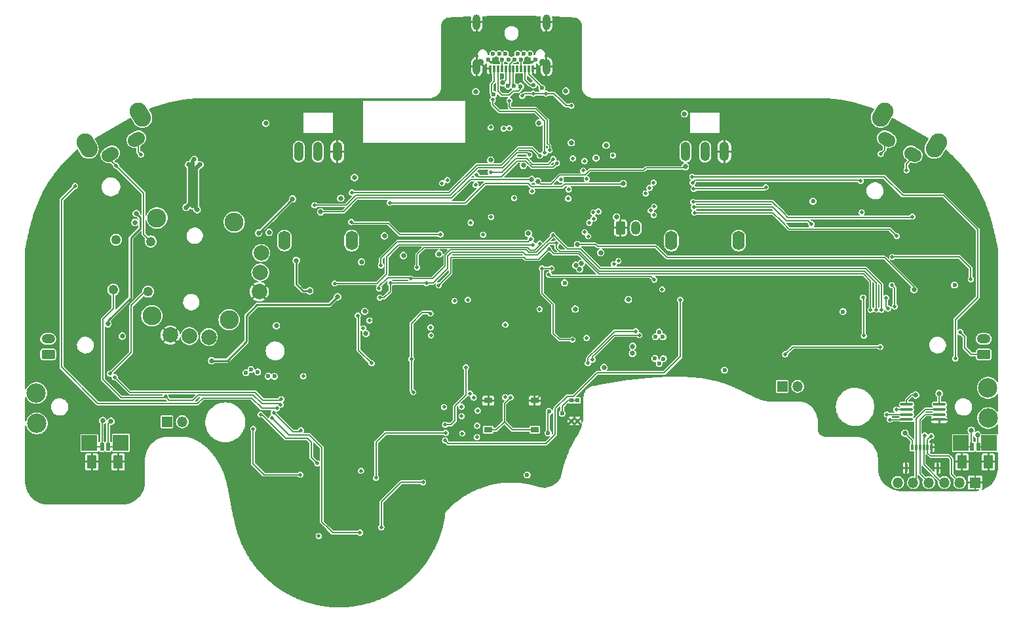
<source format=gbr>
%TF.GenerationSoftware,KiCad,Pcbnew,8.0.2*%
%TF.CreationDate,2024-07-13T20:06:51-07:00*%
%TF.ProjectId,UGC_Main,5547435f-4d61-4696-9e2e-6b696361645f,rev?*%
%TF.SameCoordinates,Original*%
%TF.FileFunction,Copper,L4,Bot*%
%TF.FilePolarity,Positive*%
%FSLAX46Y46*%
G04 Gerber Fmt 4.6, Leading zero omitted, Abs format (unit mm)*
G04 Created by KiCad (PCBNEW 8.0.2) date 2024-07-13 20:06:51*
%MOMM*%
%LPD*%
G01*
G04 APERTURE LIST*
G04 Aperture macros list*
%AMRoundRect*
0 Rectangle with rounded corners*
0 $1 Rounding radius*
0 $2 $3 $4 $5 $6 $7 $8 $9 X,Y pos of 4 corners*
0 Add a 4 corners polygon primitive as box body*
4,1,4,$2,$3,$4,$5,$6,$7,$8,$9,$2,$3,0*
0 Add four circle primitives for the rounded corners*
1,1,$1+$1,$2,$3*
1,1,$1+$1,$4,$5*
1,1,$1+$1,$6,$7*
1,1,$1+$1,$8,$9*
0 Add four rect primitives between the rounded corners*
20,1,$1+$1,$2,$3,$4,$5,0*
20,1,$1+$1,$4,$5,$6,$7,0*
20,1,$1+$1,$6,$7,$8,$9,0*
20,1,$1+$1,$8,$9,$2,$3,0*%
%AMHorizOval*
0 Thick line with rounded ends*
0 $1 width*
0 $2 $3 position (X,Y) of the first rounded end (center of the circle)*
0 $4 $5 position (X,Y) of the second rounded end (center of the circle)*
0 Add line between two ends*
20,1,$1,$2,$3,$4,$5,0*
0 Add two circle primitives to create the rounded ends*
1,1,$1,$2,$3*
1,1,$1,$4,$5*%
G04 Aperture macros list end*
%TA.AperFunction,SMDPad,CuDef*%
%ADD10R,2.000000X2.000000*%
%TD*%
%TA.AperFunction,SMDPad,CuDef*%
%ADD11R,0.500000X1.000000*%
%TD*%
%TA.AperFunction,SMDPad,CuDef*%
%ADD12R,1.200000X1.700000*%
%TD*%
%TA.AperFunction,ComponentPad*%
%ADD13R,1.350000X1.350000*%
%TD*%
%TA.AperFunction,ComponentPad*%
%ADD14O,1.350000X1.350000*%
%TD*%
%TA.AperFunction,ComponentPad*%
%ADD15C,2.450000*%
%TD*%
%TA.AperFunction,ComponentPad*%
%ADD16C,1.250000*%
%TD*%
%TA.AperFunction,ComponentPad*%
%ADD17C,2.000000*%
%TD*%
%TA.AperFunction,ComponentPad*%
%ADD18HorizOval,2.250000X-0.250000X0.433013X0.250000X-0.433013X0*%
%TD*%
%TA.AperFunction,ComponentPad*%
%ADD19HorizOval,1.700000X0.259808X0.150000X-0.259808X-0.150000X0*%
%TD*%
%TA.AperFunction,ComponentPad*%
%ADD20HorizOval,2.250000X-0.250000X-0.433013X0.250000X0.433013X0*%
%TD*%
%TA.AperFunction,ComponentPad*%
%ADD21HorizOval,1.700000X0.259808X-0.150000X-0.259808X0.150000X0*%
%TD*%
%TA.AperFunction,SMDPad,CuDef*%
%ADD22R,1.000000X0.750000*%
%TD*%
%TA.AperFunction,SMDPad,CuDef*%
%ADD23R,0.500000X0.550000*%
%TD*%
%TA.AperFunction,ComponentPad*%
%ADD24RoundRect,0.250000X0.625000X-0.350000X0.625000X0.350000X-0.625000X0.350000X-0.625000X-0.350000X0*%
%TD*%
%TA.AperFunction,ComponentPad*%
%ADD25O,1.750000X1.200000*%
%TD*%
%TA.AperFunction,SMDPad,CuDef*%
%ADD26R,0.300000X0.700000*%
%TD*%
%TA.AperFunction,SMDPad,CuDef*%
%ADD27R,0.300000X1.000000*%
%TD*%
%TA.AperFunction,ComponentPad*%
%ADD28O,1.250000X2.500000*%
%TD*%
%TA.AperFunction,HeatsinkPad*%
%ADD29O,1.600000X2.500000*%
%TD*%
%TA.AperFunction,ComponentPad*%
%ADD30RoundRect,0.250000X-0.350000X-0.625000X0.350000X-0.625000X0.350000X0.625000X-0.350000X0.625000X0*%
%TD*%
%TA.AperFunction,ComponentPad*%
%ADD31O,1.200000X1.750000*%
%TD*%
%TA.AperFunction,SMDPad,CuDef*%
%ADD32R,0.350000X0.890000*%
%TD*%
%TA.AperFunction,ComponentPad*%
%ADD33C,0.600000*%
%TD*%
%TA.AperFunction,ComponentPad*%
%ADD34O,1.000000X2.000000*%
%TD*%
%TA.AperFunction,ComponentPad*%
%ADD35C,0.900000*%
%TD*%
%TA.AperFunction,SMDPad,CuDef*%
%ADD36RoundRect,0.100000X0.712500X0.100000X-0.712500X0.100000X-0.712500X-0.100000X0.712500X-0.100000X0*%
%TD*%
%TA.AperFunction,ViaPad*%
%ADD37C,0.500000*%
%TD*%
%TA.AperFunction,ViaPad*%
%ADD38C,0.650000*%
%TD*%
%TA.AperFunction,ViaPad*%
%ADD39C,0.600000*%
%TD*%
%TA.AperFunction,ViaPad*%
%ADD40C,2.500000*%
%TD*%
%TA.AperFunction,Conductor*%
%ADD41C,0.200000*%
%TD*%
%TA.AperFunction,Conductor*%
%ADD42C,0.150000*%
%TD*%
%TA.AperFunction,Conductor*%
%ADD43C,0.250000*%
%TD*%
%TA.AperFunction,Conductor*%
%ADD44C,0.500000*%
%TD*%
G04 APERTURE END LIST*
D10*
%TO.P,TP4,1,1*%
%TO.N,LRA-*%
X167995600Y-139065000D03*
%TD*%
%TO.P,TP3,1,1*%
%TO.N,LRA+*%
X163931600Y-139090400D03*
%TD*%
D11*
%TO.P,J10,1,1*%
%TO.N,LRA-*%
X166363600Y-139564800D03*
%TO.P,J10,2,2*%
%TO.N,LRA+*%
X165563600Y-139564800D03*
D12*
%TO.P,J10,S1,SHIELD*%
%TO.N,GND*%
X167663600Y-141514800D03*
%TO.P,J10,S2,SHIELD*%
X164263600Y-141514800D03*
%TD*%
D13*
%TO.P,J8,1,Pin_1*%
%TO.N,Net-(D4A-A)*%
X253457200Y-131775200D03*
D14*
%TO.P,J8,2,Pin_2*%
%TO.N,G*%
X255457200Y-131775200D03*
%TD*%
D15*
%TO.P,SW6,*%
%TO.N,*%
X172671539Y-110006388D03*
X172009489Y-122639052D03*
X182657835Y-110529748D03*
X181995785Y-123162412D03*
D16*
%TO.P,SW6,S1,1*%
%TO.N,H*%
X171861497Y-113043156D03*
%TO.P,SW6,S2,2*%
X171521313Y-119534248D03*
%TO.P,SW6,S3,3*%
%TO.N,LS_BTN_IN*%
X167367664Y-112807644D03*
%TO.P,SW6,S4,4*%
X167027480Y-119298736D03*
D17*
%TO.P,SW6,X1,GND*%
%TO.N,GND*%
X174381765Y-125141637D03*
%TO.P,SW6,X2,X_OUT*%
%TO.N,Net-(SW6-X_OUT)*%
X176878339Y-125272477D03*
%TO.P,SW6,X3,VCC*%
%TO.N,+3V3*%
X179374913Y-125403317D03*
%TO.P,SW6,Y1,GND*%
%TO.N,GND*%
X185890899Y-119536297D03*
%TO.P,SW6,Y2,Y_OUT*%
%TO.N,Net-(SW6-Y_OUT)*%
X186021739Y-117039723D03*
%TO.P,SW6,Y3,VCC*%
%TO.N,+3V3*%
X186152579Y-114543149D03*
%TD*%
D18*
%TO.P,SW7,*%
%TO.N,*%
X163618112Y-100644336D03*
X170546316Y-96644336D03*
D19*
%TO.P,SW7,1,1*%
%TO.N,H*%
X166643465Y-101784400D03*
%TO.P,SW7,2,2*%
%TO.N,Net-(D11A-A)*%
X170020963Y-99834400D03*
%TD*%
D20*
%TO.P,SW8,*%
%TO.N,*%
X266420998Y-96644336D03*
X273349202Y-100644336D03*
D21*
%TO.P,SW8,1,1*%
%TO.N,G*%
X266946351Y-99834400D03*
%TO.P,SW8,2,2*%
%TO.N,Net-(D5B-A)*%
X270323849Y-101784400D03*
%TD*%
D13*
%TO.P,J4,1,Pin_1*%
%TO.N,GND*%
X278380200Y-144195800D03*
D14*
%TO.P,J4,2,Pin_2*%
%TO.N,RS_B_IN*%
X276380200Y-144195800D03*
%TO.P,J4,3,Pin_3*%
%TO.N,RS_B_OUT*%
X274380200Y-144195800D03*
%TO.P,J4,4,Pin_4*%
%TO.N,RY*%
X272380200Y-144195800D03*
%TO.P,J4,5,Pin_5*%
%TO.N,RX*%
X270380200Y-144195800D03*
%TO.P,J4,6,Pin_6*%
%TO.N,+3V3*%
X268380200Y-144195800D03*
%TD*%
D13*
%TO.P,J9,1,Pin_1*%
%TO.N,LS_BTN_IN*%
X173955200Y-136347200D03*
D14*
%TO.P,J9,2,Pin_2*%
%TO.N,H*%
X175955200Y-136347200D03*
%TD*%
D22*
%TO.P,SW14,A,A*%
%TO.N,GND*%
X221483657Y-133609400D03*
%TO.P,SW14,B,B*%
X215483657Y-133609400D03*
%TO.P,SW14,C,C*%
%TO.N,RP_RUN*%
X221483657Y-137359400D03*
%TO.P,SW14,D,D*%
X215483657Y-137359400D03*
%TD*%
D10*
%TO.P,TP1,1,1*%
%TO.N,LRA+*%
X276555200Y-139090400D03*
%TD*%
D23*
%TO.P,SW15,1,1*%
%TO.N,GND*%
X227025200Y-136245600D03*
%TO.P,SW15,2,2*%
X226225200Y-136245600D03*
%TO.P,SW15,3,3*%
%TO.N,USB_BOOT*%
X227025200Y-133595600D03*
%TO.P,SW15,4,4*%
X226225200Y-133595600D03*
%TD*%
D24*
%TO.P,J7,1,Pin_1*%
%TO.N,G*%
X279501600Y-127635000D03*
D25*
%TO.P,J7,2,Pin_2*%
%TO.N,Net-(D5C-A)*%
X279501600Y-125635000D03*
%TD*%
D26*
%TO.P,J13,1,1*%
%TO.N,GND*%
X272740173Y-139656580D03*
%TO.P,J13,2,2*%
%TO.N,RS_B_IN*%
X272240173Y-139656580D03*
%TO.P,J13,3,3*%
%TO.N,RS_B_OUT*%
X271740173Y-139656580D03*
%TO.P,J13,4,4*%
%TO.N,RY*%
X271240173Y-139656580D03*
%TO.P,J13,5,5*%
%TO.N,RX*%
X270740173Y-139656580D03*
%TO.P,J13,6,6*%
%TO.N,+3V3*%
X270240173Y-139656580D03*
D27*
%TO.P,J13,MP1,MP1*%
%TO.N,GND*%
X273530173Y-142306580D03*
%TO.P,J13,MP2,MP2*%
X269450173Y-142306580D03*
%TD*%
D28*
%TO.P,RV2,1,GND*%
%TO.N,+3V3*%
X243483657Y-101434400D03*
%TO.P,RV2,2,Signal*%
%TO.N,ZR_ANALOG*%
X240983657Y-101434400D03*
%TO.P,RV2,3,V+*%
%TO.N,GND*%
X245983657Y-101434400D03*
D29*
%TO.P,RV2,MP*%
%TO.N,N/C*%
X247833657Y-112934400D03*
X239133657Y-112934400D03*
%TD*%
D10*
%TO.P,TP2,1,1*%
%TO.N,LRA-*%
X280199742Y-139096669D03*
%TD*%
D11*
%TO.P,J1,1,1*%
%TO.N,LRA-*%
X278784000Y-139564800D03*
%TO.P,J1,2,2*%
%TO.N,LRA+*%
X277984000Y-139564800D03*
D12*
%TO.P,J1,S1,SHIELD*%
%TO.N,GND*%
X280084000Y-141514800D03*
%TO.P,J1,S2,SHIELD*%
X276684000Y-141514800D03*
%TD*%
D30*
%TO.P,B1,1,Pin_1*%
%TO.N,GND*%
X232547596Y-111285471D03*
D31*
%TO.P,B1,2,Pin_2*%
%TO.N,BATTERY_POS*%
X234547596Y-111285471D03*
%TD*%
D24*
%TO.P,J6,1,Pin_1*%
%TO.N,H*%
X158623000Y-127635000D03*
D25*
%TO.P,J6,2,Pin_2*%
%TO.N,Net-(D11C-A)*%
X158623000Y-125635000D03*
%TD*%
D32*
%TO.P,J5,A1,GND*%
%TO.N,GND*%
X215733635Y-90709400D03*
%TO.P,J5,A2,SSTXP1*%
%TO.N,+3V3_PRE*%
X216233635Y-90709400D03*
%TO.P,J5,A3,SSTXN1*%
%TO.N,N_CLOCK*%
X216733635Y-90709400D03*
%TO.P,J5,A4,VBUS*%
%TO.N,+5V_PRE*%
X217233635Y-90709400D03*
%TO.P,J5,A5,CC1*%
%TO.N,CC1*%
X217733635Y-90709400D03*
%TO.P,J5,A6,DP1*%
%TO.N,D+*%
X218233635Y-90709400D03*
%TO.P,J5,A7,DN1*%
%TO.N,D-*%
X218733635Y-90709400D03*
%TO.P,J5,A8,SBU1*%
%TO.N,unconnected-(J5-SBU1-PadA8)*%
X219233635Y-90709400D03*
%TO.P,J5,A9,VBUS*%
%TO.N,+5V_PRE*%
X219733635Y-90709400D03*
%TO.P,J5,A10,SSRXN2*%
%TO.N,N_LATCH*%
X220233635Y-90709400D03*
%TO.P,J5,A11,SSRXP2*%
%TO.N,N_DATA*%
X220733635Y-90709400D03*
%TO.P,J5,A12,GND*%
%TO.N,GND*%
X221233635Y-90709400D03*
D33*
%TO.P,J5,B1,GND*%
X221533635Y-89504400D03*
%TO.P,J5,B2,SSTXP2*%
%TO.N,+3V3_PRE*%
X220883635Y-88804400D03*
%TO.P,J5,B3,SSTXN2*%
%TO.N,N_CLOCK*%
X220083635Y-88804400D03*
%TO.P,J5,B4,VBUS*%
%TO.N,+5V_PRE*%
X219683635Y-89504400D03*
%TO.P,J5,B5,CC2*%
%TO.N,CC2*%
X219283635Y-88804400D03*
%TO.P,J5,B6,DP2*%
%TO.N,D+*%
X218883635Y-89504400D03*
%TO.P,J5,B7,DN2*%
%TO.N,D-*%
X218083635Y-89504400D03*
%TO.P,J5,B8,SBU2*%
%TO.N,unconnected-(J5-SBU2-PadB8)*%
X217683635Y-88804400D03*
%TO.P,J5,B9,VBUS*%
%TO.N,+5V_PRE*%
X217283635Y-89504400D03*
%TO.P,J5,B10,SSRXN1*%
%TO.N,N_LATCH*%
X216883635Y-88804400D03*
%TO.P,J5,B11,SSRXP1*%
%TO.N,N_DATA*%
X216083635Y-88804400D03*
%TO.P,J5,B12,GND*%
%TO.N,GND*%
X215433635Y-89504400D03*
D34*
%TO.P,J5,SH1,SHIELD*%
X213983635Y-84704400D03*
D35*
%TO.P,J5,SH2,SHIELD*%
X214433635Y-89904400D03*
D34*
%TO.P,J5,SH3,SHIELD*%
X213983635Y-90454400D03*
%TO.P,J5,SH4,SHIELD*%
X222983635Y-84704400D03*
D35*
%TO.P,J5,SH5,SHIELD*%
X222533635Y-89904400D03*
D34*
%TO.P,J5,SH6,SHIELD*%
X222983635Y-90454400D03*
%TD*%
D36*
%TO.P,U7,1,~{CS}/SHDN*%
%TO.N,RADC_CS*%
X273740100Y-134102200D03*
%TO.P,U7,2,CH0*%
%TO.N,RX*%
X273740100Y-134752200D03*
%TO.P,U7,3,CH1*%
%TO.N,RY*%
X273740100Y-135402200D03*
%TO.P,U7,4,VSS*%
%TO.N,GND*%
X273740100Y-136052200D03*
%TO.P,U7,5,DIN*%
%TO.N,SPI_TX*%
X269515100Y-136052200D03*
%TO.P,U7,6,DOUT*%
%TO.N,SPI_RX*%
X269515100Y-135402200D03*
%TO.P,U7,7,CLK*%
%TO.N,SPI_CK*%
X269515100Y-134752200D03*
%TO.P,U7,8,VDD/VREF*%
%TO.N,+3V3*%
X269515100Y-134102200D03*
%TD*%
D28*
%TO.P,RV1,1,GND*%
%TO.N,+3V3*%
X193483657Y-101434400D03*
%TO.P,RV1,2,Signal*%
%TO.N,ZL_ANALOG*%
X190983657Y-101434400D03*
%TO.P,RV1,3,V+*%
%TO.N,GND*%
X195983657Y-101434400D03*
D29*
%TO.P,RV1,MP*%
%TO.N,N/C*%
X197833657Y-112934400D03*
X189133657Y-112934400D03*
%TD*%
D37*
%TO.N,GND*%
X222707200Y-134239000D03*
X222681800Y-132943600D03*
X222554800Y-134924800D03*
X223545400Y-133426200D03*
%TO.N,+3V3*%
X228193600Y-125501400D03*
%TO.N,GND*%
X234111800Y-123240800D03*
%TO.N,I2C_SDA*%
X235000800Y-125145800D03*
X228955600Y-128295400D03*
%TO.N,I2C_SCL*%
X228346000Y-128778000D03*
X234543600Y-124663200D03*
%TO.N,LRA_HI*%
X226364800Y-125730000D03*
D38*
%TO.N,GND*%
X273685000Y-129565400D03*
X272999200Y-131470400D03*
X269595600Y-131470400D03*
X269570200Y-129540000D03*
X262509000Y-129362200D03*
X263779000Y-127889000D03*
X250367800Y-127762000D03*
X250672600Y-125704600D03*
X235712000Y-125806200D03*
X238937800Y-125831600D03*
X238912400Y-127635000D03*
X235686600Y-127584200D03*
X231927400Y-127736600D03*
D39*
%TO.N,+3V3*%
X237566200Y-128803400D03*
X238099600Y-128193800D03*
X237007400Y-128168400D03*
X238031090Y-125368176D03*
X237566200Y-124739400D03*
X237083600Y-125349000D03*
D38*
%TO.N,LRA-*%
X278688800Y-138049000D03*
%TO.N,LRA+*%
X277876000Y-137439400D03*
D39*
%TO.N,GND*%
X278384000Y-141935200D03*
X278409400Y-141198600D03*
X160223200Y-141630400D03*
X160350200Y-142570200D03*
X169443400Y-141122400D03*
X169367200Y-142036800D03*
X170510200Y-137312400D03*
X170053000Y-136728200D03*
X163550600Y-136398000D03*
X164185600Y-136067800D03*
D38*
%TO.N,LRA-*%
X166725600Y-136271000D03*
%TO.N,LRA+*%
X165684200Y-136194800D03*
%TO.N,+3V3*%
X230428800Y-129336800D03*
%TO.N,LRA+*%
X234137200Y-126593600D03*
D39*
%TO.N,GND*%
X276275800Y-130835400D03*
X215140000Y-94050000D03*
D37*
X256583498Y-120742670D03*
X259538908Y-107500400D03*
X214275000Y-110775000D03*
D38*
X218465400Y-100533200D03*
D37*
X260574341Y-107435686D03*
D39*
X218960000Y-94270000D03*
D37*
X207441800Y-119888000D03*
X223545400Y-107416600D03*
X205371744Y-121819656D03*
X214800000Y-110400000D03*
D38*
X229504526Y-118967615D03*
D37*
X208915000Y-109296200D03*
X201930000Y-108483400D03*
X267309600Y-137566400D03*
X218328641Y-112035674D03*
D39*
X159893000Y-131622800D03*
D37*
X259797767Y-106529682D03*
X228449022Y-116721319D03*
D38*
X274472400Y-142306580D03*
D37*
X209194400Y-115849400D03*
X208000600Y-123342400D03*
D38*
X227748754Y-118990566D03*
X217830400Y-99923600D03*
D37*
X230632000Y-119405400D03*
X253022161Y-106650220D03*
D39*
X161645600Y-132232400D03*
D38*
%TO.N,LX*%
X196011800Y-120192800D03*
X179755800Y-128447800D03*
%TO.N,LY*%
X190677800Y-115493800D03*
X192430400Y-119430800D03*
D37*
%TO.N,Net-(D4A-A)*%
X266141200Y-126669800D03*
X242112800Y-109321600D03*
X266877800Y-120345200D03*
X267131800Y-121691400D03*
X268249400Y-112344200D03*
X253847600Y-127635000D03*
%TO.N,+1V1*%
X227914200Y-102641400D03*
X225882200Y-106324400D03*
X221132400Y-106553000D03*
D38*
%TO.N,BAT_LVL*%
X232912012Y-105582285D03*
D37*
X202742800Y-108051600D03*
D38*
%TO.N,VBUS_SYS*%
X232054400Y-109880400D03*
X230708200Y-100609400D03*
X233578400Y-120548400D03*
D37*
%TO.N,USB_EN*%
X223399733Y-101264779D03*
X218211400Y-94843600D03*
D39*
%TO.N,BTN_PWR*%
X223215200Y-137769600D03*
X223343093Y-135037482D03*
D37*
X236931200Y-117983000D03*
X223298445Y-117321090D03*
D39*
%TO.N,D+*%
X218020000Y-92960000D03*
%TO.N,D-*%
X218813581Y-92957751D03*
D38*
%TO.N,SL_RGB*%
X185801000Y-111937800D03*
X190195200Y-107543600D03*
%TO.N,Net-(L2-DOUT)*%
X166344600Y-123698000D03*
X170002200Y-109423200D03*
D37*
%TO.N,LRA_HI*%
X222427800Y-116509800D03*
X223647000Y-116509800D03*
%TO.N,ESP_RTS*%
X200406000Y-128778000D03*
X198602600Y-122605800D03*
%TO.N,ESP_EN*%
X209296000Y-112141000D03*
X197866000Y-106730800D03*
X197764400Y-110515400D03*
X222148400Y-101955600D03*
%TO.N,ESP_DTR*%
X208000600Y-122351800D03*
X205790800Y-132511800D03*
X205562200Y-128244600D03*
D39*
%TO.N,N_LATCH*%
X221334118Y-92802481D03*
%TO.N,N_DATA*%
X222395124Y-93216533D03*
%TO.N,N_CLOCK*%
X219660000Y-92980000D03*
%TO.N,RP_RUN*%
X225348800Y-118389400D03*
X229412800Y-102260400D03*
D37*
X218372572Y-133193850D03*
%TO.N,I2C_SCL*%
X223875600Y-102412800D03*
X215814621Y-104075862D03*
X231701147Y-115982447D03*
%TO.N,I2C_SDA*%
X232284636Y-115562671D03*
X213952178Y-104428552D03*
X224358200Y-102946200D03*
%TO.N,USB_BOOT*%
X214807800Y-112166400D03*
X211124800Y-120726200D03*
D39*
X225040000Y-135250000D03*
D37*
%TO.N,RGB_OUT*%
X220803144Y-101833002D03*
X193040000Y-108356400D03*
%TO.N,SHARED_PU*%
X226212400Y-95504000D03*
X222961200Y-93929200D03*
X221284800Y-93929200D03*
X219860000Y-94230000D03*
%TO.N,USB_SEL*%
X222758000Y-101600000D03*
X216052400Y-94742000D03*
%TO.N,ESP_RX0*%
X209499200Y-105511600D03*
X200124189Y-123260685D03*
%TO.N,ESP_TX0*%
X210185000Y-105105200D03*
X199342763Y-124279937D03*
%TO.N,LADC_CS*%
X221259400Y-113461800D03*
X195630800Y-118465600D03*
%TO.N,SPI_TX*%
X202844400Y-118414800D03*
X207492600Y-118414800D03*
X265607800Y-121843800D03*
X201472800Y-120294400D03*
X224282000Y-113258600D03*
X267360400Y-136067800D03*
%TO.N,SPI_RX*%
X266979400Y-135407400D03*
X209067400Y-118719600D03*
X223314292Y-114001645D03*
X264871200Y-121869200D03*
%TO.N,SPI_CK*%
X223824800Y-112191800D03*
X205511400Y-117856000D03*
X266268200Y-121869200D03*
X268224000Y-134772400D03*
X201366000Y-119105800D03*
D38*
%TO.N,RADC_CS*%
X227004875Y-113428678D03*
X270484600Y-119253000D03*
X273735800Y-132689600D03*
D37*
%TO.N,IMU0_CS*%
X201599800Y-116128800D03*
X220980000Y-112725200D03*
D38*
%TO.N,ZL_ANALOG*%
X221081600Y-105029000D03*
X193827400Y-109220000D03*
%TO.N,ZR_ANALOG*%
X221871218Y-105252081D03*
X240944400Y-103378000D03*
D37*
%TO.N,UART_USB+*%
X217474800Y-98450400D03*
X208076800Y-125164600D03*
%TO.N,UART_USB-*%
X208026000Y-124164600D03*
X218186000Y-98399600D03*
D39*
%TO.N,E*%
X187867610Y-130476935D03*
D37*
X212115400Y-137845800D03*
X236321600Y-106121200D03*
X229055724Y-109296201D03*
%TO.N,D*%
X229717600Y-109169200D03*
X235813600Y-106832400D03*
D39*
X187045600Y-130454400D03*
D37*
X214045800Y-136855200D03*
D38*
%TO.N,+5V_PRE*%
X213868000Y-93675200D03*
D39*
%TO.N,+3V3_PRE*%
X216165246Y-94049711D03*
D38*
X225500000Y-93610000D03*
D37*
%TO.N,IMU1_CS*%
X222130112Y-113321680D03*
X206280400Y-116382800D03*
%TO.N,Net-(D4B-A)*%
X257225800Y-110794800D03*
X242036600Y-108610400D03*
%TO.N,C*%
X228200164Y-104966757D03*
X212039200Y-135610600D03*
D39*
X185674000Y-129895600D03*
D37*
X236920856Y-108544138D03*
%TO.N,Net-(D4C-A)*%
X241935000Y-107924600D03*
X270256000Y-109829600D03*
D38*
%TO.N,VBUS*%
X230004090Y-114479819D03*
X215783138Y-102514294D03*
%TO.N,CC1*%
X217350000Y-92530000D03*
D37*
%TO.N,Net-(D5B-A)*%
X269519400Y-103835200D03*
X241884200Y-105435400D03*
X263601200Y-105232200D03*
%TO.N,Net-(D5A-A)*%
X242011200Y-106248200D03*
X251333000Y-106019600D03*
%TO.N,A*%
X226415600Y-102311200D03*
X236853904Y-109619539D03*
X212013800Y-134391400D03*
D39*
X184150000Y-129997200D03*
%TO.N,B*%
X184810400Y-129590800D03*
D37*
X236474058Y-109051928D03*
X214096600Y-134899400D03*
X227736400Y-103886000D03*
D39*
%TO.N,+3V3*%
X245999000Y-129667000D03*
D38*
X209118200Y-114655600D03*
X227279200Y-116611400D03*
D39*
X257429000Y-107848400D03*
D38*
X226796600Y-116128800D03*
X269316200Y-137820400D03*
X177292000Y-108432600D03*
D37*
X215846705Y-109870895D03*
D38*
X168198800Y-125272800D03*
X177495200Y-102438200D03*
X220658568Y-111998972D03*
X188112400Y-123926600D03*
X227500000Y-115900000D03*
X198196200Y-104775000D03*
X186740800Y-97764600D03*
D37*
X215798400Y-98298000D03*
D38*
X199669400Y-124942600D03*
X196418200Y-107467400D03*
D37*
X213842600Y-105740200D03*
X231586200Y-101911955D03*
D39*
X275717000Y-118668800D03*
D38*
X169849800Y-110583609D03*
X240817400Y-96545400D03*
X199517000Y-122072400D03*
D39*
X220497400Y-143205200D03*
D38*
X176453800Y-108635800D03*
D37*
X225806000Y-107492800D03*
D39*
X261289800Y-122097800D03*
D37*
X213200000Y-110625000D03*
D38*
X220005282Y-103213573D03*
X176758600Y-103124000D03*
X199097900Y-115684300D03*
X187172600Y-111861600D03*
X178231800Y-103124000D03*
X222021400Y-97713800D03*
X226212400Y-100279200D03*
X270687800Y-132892800D03*
X202057000Y-112318800D03*
D37*
X224866200Y-105054400D03*
D38*
X177876200Y-108940600D03*
D37*
X218821000Y-107416600D03*
D38*
X204520800Y-114858800D03*
X226718285Y-121785989D03*
D37*
%TO.N,F*%
X191592200Y-130454400D03*
X214020400Y-138328400D03*
X236837529Y-105442522D03*
X229108000Y-110083600D03*
%TO.N,RS_B_OUT*%
X271881600Y-138099800D03*
%TO.N,Net-(D5C-A)*%
X241833400Y-104673400D03*
D40*
X280031287Y-131959942D03*
D37*
X275818600Y-128168400D03*
%TO.N,Net-(D8C-A)*%
X191287400Y-137464800D03*
X187756800Y-135178800D03*
%TO.N,Net-(D8B-A)*%
X187553600Y-135864600D03*
X198907400Y-150672800D03*
%TO.N,Net-(D8A-A)*%
X186053283Y-135403083D03*
X193395600Y-141732000D03*
%TO.N,RS_B_IN*%
X272694400Y-138201400D03*
%TO.N,Net-(D11A-A)*%
X188171967Y-134603702D03*
X162102800Y-105867200D03*
X170611800Y-101803200D03*
%TO.N,Net-(D11C-A)*%
X188724384Y-133414380D03*
D40*
X157081900Y-132628400D03*
D37*
X167233600Y-130581400D03*
%TO.N,Net-(D12C-A)*%
X209770157Y-134423074D03*
X217652600Y-133172200D03*
%TO.N,Net-(D12A-A)*%
X213588600Y-133223000D03*
X217678000Y-123799600D03*
%TO.N,Net-(D12B-A)*%
X213131400Y-132689600D03*
X212826600Y-120573800D03*
%TO.N,Net-(D13C-A)*%
X240284000Y-120573800D03*
X209905600Y-138760200D03*
%TO.N,Net-(D13A-A)*%
X212572600Y-129311400D03*
X209905600Y-136728200D03*
%TO.N,Net-(D13B-A)*%
X209981800Y-137795000D03*
X200990200Y-143586200D03*
%TO.N,H*%
X191185800Y-143179800D03*
D40*
X157158100Y-136565400D03*
D37*
X227931351Y-111850544D03*
X193573400Y-151104600D03*
X167411400Y-103251000D03*
X199034400Y-142671800D03*
X185115200Y-137287000D03*
X166598600Y-130124200D03*
%TO.N,G*%
X263728200Y-109296200D03*
X267614400Y-118694200D03*
D40*
X280057567Y-135858238D03*
D37*
X267995400Y-121437400D03*
X276453600Y-124764800D03*
X264007600Y-125222000D03*
X277825200Y-117906800D03*
X267665200Y-115036600D03*
X228535538Y-110624007D03*
X263906000Y-120294400D03*
X266179300Y-101714300D03*
%TO.N,I*%
X207060800Y-144170400D03*
X228396800Y-112369600D03*
X222118121Y-121793838D03*
X201650600Y-149987000D03*
X237947200Y-119227600D03*
%TO.N,LS_BTN_IN*%
X173786800Y-133096000D03*
X188672392Y-134129273D03*
D38*
%TO.N,LRA-*%
X234111800Y-127508000D03*
%TD*%
D41*
%TO.N,GND*%
X222149457Y-132943600D02*
X221483657Y-133609400D01*
X222681800Y-132943600D02*
X222149457Y-132943600D01*
X223362200Y-133609400D02*
X223545400Y-133426200D01*
X221483657Y-133609400D02*
X223362200Y-133609400D01*
%TO.N,Net-(D13C-A)*%
X238150400Y-130048000D02*
X240284000Y-127914400D01*
X225691700Y-133045200D02*
X226491800Y-133045200D01*
X226491800Y-133045200D02*
X229489000Y-130048000D01*
X224129600Y-137972800D02*
X224129600Y-134607300D01*
X224129600Y-134607300D02*
X225691700Y-133045200D01*
X222961200Y-139141200D02*
X224129600Y-137972800D01*
X240284000Y-127914400D02*
X240284000Y-120573800D01*
X210286600Y-139141200D02*
X222961200Y-139141200D01*
X209905600Y-138760200D02*
X210286600Y-139141200D01*
X229489000Y-130048000D02*
X238150400Y-130048000D01*
D42*
%TO.N,I2C_SDA*%
X231724200Y-125145800D02*
X235000800Y-125145800D01*
X229336600Y-127533400D02*
X231724200Y-125145800D01*
X228955600Y-128295400D02*
X228955600Y-127914400D01*
X228955600Y-127914400D02*
X229336600Y-127533400D01*
%TO.N,I2C_SCL*%
X228346000Y-128092200D02*
X228346000Y-128778000D01*
X229666800Y-126771400D02*
X228346000Y-128092200D01*
X234543600Y-124663200D02*
X231775000Y-124663200D01*
X231775000Y-124663200D02*
X229666800Y-126771400D01*
%TO.N,LRA_HI*%
X224688400Y-125730000D02*
X226364800Y-125730000D01*
X223850200Y-121158000D02*
X223850200Y-124891800D01*
X223850200Y-124891800D02*
X224688400Y-125730000D01*
X223697800Y-121005600D02*
X223850200Y-121158000D01*
X222427800Y-119735600D02*
X223697800Y-121005600D01*
X222427800Y-116509800D02*
X222427800Y-119735600D01*
%TO.N,LRA-*%
X278688800Y-137859589D02*
X278688800Y-138049000D01*
X278784000Y-137764389D02*
X278688800Y-137859589D01*
D41*
X278688800Y-138049000D02*
X278688800Y-139469600D01*
X278688800Y-139469600D02*
X278784000Y-139564800D01*
%TO.N,LRA+*%
X277876000Y-139456800D02*
X277984000Y-139564800D01*
X277876000Y-137439400D02*
X277876000Y-139456800D01*
%TO.N,LRA-*%
X166363600Y-136633000D02*
X166725600Y-136271000D01*
X166363600Y-139564800D02*
X166363600Y-136633000D01*
%TO.N,LRA+*%
X165563600Y-136315400D02*
X165684200Y-136194800D01*
X165563600Y-139564800D02*
X165563600Y-136315400D01*
D42*
%TO.N,LRA-*%
X167495800Y-139564800D02*
X167995600Y-139065000D01*
X166363600Y-139564800D02*
X167495800Y-139564800D01*
%TO.N,LRA+*%
X164406000Y-139564800D02*
X163931600Y-139090400D01*
X165563600Y-139564800D02*
X164406000Y-139564800D01*
%TO.N,LRA-*%
X279731611Y-139564800D02*
X280199742Y-139096669D01*
X278784000Y-139564800D02*
X279731611Y-139564800D01*
%TO.N,LRA+*%
X277029600Y-139564800D02*
X276555200Y-139090400D01*
X277984000Y-139564800D02*
X277029600Y-139564800D01*
%TO.N,RS_B_IN*%
X275336000Y-141147800D02*
X275336000Y-143151600D01*
X275336000Y-143151600D02*
X276380200Y-144195800D01*
X272618200Y-140766800D02*
X274955000Y-140766800D01*
X272240173Y-140388773D02*
X272618200Y-140766800D01*
X274955000Y-140766800D02*
X275336000Y-141147800D01*
X272240173Y-139656580D02*
X272240173Y-140388773D01*
%TO.N,GND*%
X274472400Y-142306580D02*
X273530173Y-142306580D01*
D41*
X221233635Y-90709400D02*
X221233635Y-91263635D01*
X215733635Y-91486365D02*
X215630000Y-91590000D01*
X221233635Y-91263635D02*
X221470000Y-91500000D01*
X215733635Y-90709400D02*
X215733635Y-91486365D01*
D43*
%TO.N,LX*%
X196011800Y-120192800D02*
X194970400Y-121234200D01*
X185623200Y-121234200D02*
X184251600Y-122605800D01*
X181737000Y-128447800D02*
X179755800Y-128447800D01*
X184251600Y-125933200D02*
X181737000Y-128447800D01*
X184251600Y-122605800D02*
X184251600Y-125933200D01*
X194970400Y-121234200D02*
X185623200Y-121234200D01*
%TO.N,LY*%
X191541400Y-119430800D02*
X192430400Y-119430800D01*
X191135000Y-119024400D02*
X191541400Y-119430800D01*
X190677800Y-118567200D02*
X191135000Y-119024400D01*
X190677800Y-115493800D02*
X190677800Y-118567200D01*
D41*
%TO.N,Net-(D4A-A)*%
X257479800Y-111429800D02*
X267335000Y-111429800D01*
X266877800Y-121437400D02*
X267131800Y-121691400D01*
X242112800Y-109321600D02*
X252247400Y-109321600D01*
X253365000Y-110439200D02*
X254355600Y-111429800D01*
X254355600Y-111429800D02*
X257479800Y-111429800D01*
X254812800Y-126669800D02*
X253847600Y-127635000D01*
X266877800Y-120345200D02*
X266877800Y-121437400D01*
X252247400Y-109321600D02*
X253365000Y-110439200D01*
X267335000Y-111429800D02*
X268249400Y-112344200D01*
X266141200Y-126669800D02*
X254812800Y-126669800D01*
D42*
%TO.N,RX*%
X271927200Y-134752200D02*
X270740173Y-135939227D01*
X270740173Y-143835827D02*
X270380200Y-144195800D01*
X270740173Y-139656580D02*
X270740173Y-143835827D01*
X273740100Y-134752200D02*
X271927200Y-134752200D01*
X270740173Y-135939227D02*
X270740173Y-139656580D01*
%TO.N,RY*%
X271240173Y-139656580D02*
X271240173Y-143055773D01*
X271240173Y-143055773D02*
X272380200Y-144195800D01*
X271240173Y-136074227D02*
X271912200Y-135402200D01*
X271240173Y-139656580D02*
X271240173Y-136074227D01*
X271912200Y-135402200D02*
X273740100Y-135402200D01*
D41*
%TO.N,BAT_LVL*%
X220624400Y-105511600D02*
X221081600Y-105968800D01*
X212547200Y-108051600D02*
X215087200Y-105511600D01*
X215087200Y-105511600D02*
X220624400Y-105511600D01*
X225348800Y-105613200D02*
X232881097Y-105613200D01*
X224993200Y-105968800D02*
X225348800Y-105613200D01*
D42*
X232912012Y-105582285D02*
X232779497Y-105714800D01*
D41*
X232881097Y-105613200D02*
X232912012Y-105582285D01*
X202742800Y-108051600D02*
X212547200Y-108051600D01*
X221081600Y-105968800D02*
X224993200Y-105968800D01*
D42*
%TO.N,USB_EN*%
X223399733Y-101264779D02*
X223399733Y-100666933D01*
X223399733Y-100666933D02*
X223082600Y-100349800D01*
X218445600Y-95890600D02*
X218211400Y-95656400D01*
X221646000Y-95890600D02*
X218445600Y-95890600D01*
X223082600Y-97327200D02*
X221646000Y-95890600D01*
X223082600Y-100349800D02*
X223082600Y-97327200D01*
X218211400Y-95656400D02*
X218211400Y-94843600D01*
D41*
%TO.N,BTN_PWR*%
X223215200Y-135165375D02*
X223215200Y-137769600D01*
D42*
X223527355Y-117550000D02*
X223298445Y-117321090D01*
X236498200Y-117550000D02*
X223527355Y-117550000D01*
X236931200Y-117983000D02*
X236498200Y-117550000D01*
D41*
X223343093Y-135037482D02*
X223215200Y-135165375D01*
%TO.N,D+*%
X218020000Y-92960000D02*
X218233635Y-92746365D01*
X218233635Y-90709400D02*
X218233635Y-90132218D01*
X218233635Y-90132218D02*
X218861453Y-89504400D01*
X218861453Y-89504400D02*
X218883635Y-89504400D01*
X218233635Y-92746365D02*
X218233635Y-90709400D01*
%TO.N,D-*%
X218813581Y-92957751D02*
X218733635Y-92877805D01*
X218733635Y-92877805D02*
X218733635Y-90709400D01*
D43*
%TO.N,SL_RGB*%
X185801000Y-111937800D02*
X190195200Y-107543600D01*
%TO.N,Net-(L2-DOUT)*%
X166344600Y-123266200D02*
X166344600Y-123698000D01*
X170002200Y-109423200D02*
X170510200Y-109931200D01*
X170510200Y-111379000D02*
X169291000Y-112598200D01*
X169291000Y-120319800D02*
X166344600Y-123266200D01*
X170510200Y-109931200D02*
X170510200Y-111379000D01*
X169291000Y-112598200D02*
X169291000Y-120319800D01*
D42*
%TO.N,LRA_HI*%
X223647000Y-116509800D02*
X222427800Y-116509800D01*
D41*
%TO.N,ESP_RTS*%
X198729600Y-122732800D02*
X198729600Y-127101600D01*
X198729600Y-127101600D02*
X200406000Y-128778000D01*
X198602600Y-122605800D02*
X198729600Y-122732800D01*
D42*
%TO.N,ESP_EN*%
X217170000Y-103149400D02*
X219354400Y-100965000D01*
X202565000Y-110693200D02*
X200660000Y-110693200D01*
X197942200Y-110693200D02*
X197764400Y-110515400D01*
X200660000Y-110693200D02*
X197942200Y-110693200D01*
X219354400Y-100965000D02*
X221157800Y-100965000D01*
X203022200Y-111150400D02*
X202565000Y-110693200D01*
X210413600Y-106730800D02*
X213995000Y-103149400D01*
X221157800Y-100965000D02*
X222148400Y-101955600D01*
X204012800Y-112141000D02*
X203022200Y-111150400D01*
X197866000Y-106730800D02*
X210413600Y-106730800D01*
X209296000Y-112141000D02*
X204012800Y-112141000D01*
X213995000Y-103149400D02*
X217170000Y-103149400D01*
D41*
%TO.N,ESP_DTR*%
X205562200Y-123621800D02*
X205562200Y-128244600D01*
X205562200Y-128244600D02*
X205562200Y-132283200D01*
X207873600Y-122224800D02*
X206959200Y-122224800D01*
X205562200Y-132283200D02*
X205790800Y-132511800D01*
X206959200Y-122224800D02*
X205562200Y-123621800D01*
X208000600Y-122351800D02*
X207873600Y-122224800D01*
%TO.N,N_LATCH*%
X220233635Y-92183635D02*
X220233635Y-90709400D01*
X220852481Y-92802481D02*
X220233635Y-92183635D01*
X221334118Y-92802481D02*
X220852481Y-92802481D01*
%TO.N,N_DATA*%
X222395124Y-93075124D02*
X220733635Y-91413635D01*
X220733635Y-91413635D02*
X220733635Y-90709400D01*
X222395124Y-93216533D02*
X222395124Y-93075124D01*
%TO.N,N_CLOCK*%
X217230000Y-94130000D02*
X216733635Y-93633635D01*
X218680000Y-93610000D02*
X218160000Y-94130000D01*
X216733635Y-93633635D02*
X216733635Y-90709400D01*
X219660000Y-92980000D02*
X219660000Y-93310000D01*
X218160000Y-94130000D02*
X217230000Y-94130000D01*
X219660000Y-93310000D02*
X219360000Y-93610000D01*
X219360000Y-93610000D02*
X218680000Y-93610000D01*
%TO.N,RP_RUN*%
X218588600Y-137359400D02*
X217551000Y-136321800D01*
X221483657Y-137359400D02*
X218588600Y-137359400D01*
X215483657Y-137359400D02*
X216513400Y-137359400D01*
X216513400Y-137359400D02*
X217551000Y-136321800D01*
D42*
X217551000Y-134015422D02*
X218372572Y-133193850D01*
D41*
X217551000Y-136321800D02*
X217551000Y-134015422D01*
D42*
%TO.N,I2C_SCL*%
X219024200Y-102336600D02*
X220472000Y-102336600D01*
X215814621Y-104075862D02*
X217284938Y-104075862D01*
X221183200Y-103047800D02*
X223240600Y-103047800D01*
X220472000Y-102336600D02*
X221183200Y-103047800D01*
X223240600Y-103047800D02*
X223875600Y-102412800D01*
X217284938Y-104075862D02*
X219024200Y-102336600D01*
%TO.N,I2C_SDA*%
X221107000Y-103428800D02*
X223875600Y-103428800D01*
X213952178Y-104428552D02*
X214185076Y-104661450D01*
X214185076Y-104661450D02*
X217207350Y-104661450D01*
X217207350Y-104661450D02*
X219227400Y-102641400D01*
X223875600Y-103428800D02*
X224358200Y-102946200D01*
X220319600Y-102641400D02*
X221107000Y-103428800D01*
X219227400Y-102641400D02*
X220319600Y-102641400D01*
%TO.N,USB_BOOT*%
X226225200Y-133595600D02*
X227025200Y-133595600D01*
X225040000Y-134319200D02*
X225763600Y-133595600D01*
X225763600Y-133595600D02*
X226225200Y-133595600D01*
X225040000Y-135250000D02*
X225040000Y-134319200D01*
%TO.N,RGB_OUT*%
X197078600Y-108356400D02*
X193040000Y-108356400D01*
X217297000Y-103530400D02*
X214122000Y-103530400D01*
X220570142Y-101600000D02*
X219227400Y-101600000D01*
X214122000Y-103530400D02*
X210566000Y-107086400D01*
X220803144Y-101833002D02*
X220570142Y-101600000D01*
X210566000Y-107086400D02*
X198348600Y-107086400D01*
X219227400Y-101600000D02*
X217297000Y-103530400D01*
X198348600Y-107086400D02*
X197078600Y-108356400D01*
D41*
%TO.N,SHARED_PU*%
X225552000Y-95504000D02*
X226212400Y-95504000D01*
X224840800Y-94792800D02*
X225552000Y-95504000D01*
X223977200Y-93929200D02*
X224840800Y-94792800D01*
X221284800Y-93929200D02*
X222961200Y-93929200D01*
X219860000Y-94230000D02*
X220160800Y-93929200D01*
X220160800Y-93929200D02*
X221284800Y-93929200D01*
X222961200Y-93929200D02*
X223977200Y-93929200D01*
D42*
%TO.N,USB_SEL*%
X222732600Y-97485200D02*
X221488000Y-96240600D01*
X222732600Y-101574600D02*
X222732600Y-97485200D01*
X216052400Y-95377000D02*
X216052400Y-94742000D01*
X216916000Y-96240600D02*
X216052400Y-95377000D01*
X222758000Y-101600000D02*
X222732600Y-101574600D01*
X221488000Y-96240600D02*
X216916000Y-96240600D01*
%TO.N,LADC_CS*%
X221259400Y-113461800D02*
X203911200Y-113461800D01*
X202361800Y-117221000D02*
X201422000Y-118160800D01*
X202717400Y-114655600D02*
X202361800Y-115011200D01*
X202361800Y-115011200D02*
X202361800Y-116484400D01*
X202361800Y-116484400D02*
X202361800Y-117221000D01*
X201117200Y-118465600D02*
X195630800Y-118465600D01*
X203911200Y-113461800D02*
X202717400Y-114655600D01*
X201422000Y-118160800D02*
X201117200Y-118465600D01*
%TO.N,SPI_TX*%
X220307225Y-114782600D02*
X219977025Y-114452400D01*
X221818200Y-114782600D02*
X220307225Y-114782600D01*
X202844400Y-119481600D02*
X202844400Y-118414800D01*
X265607800Y-121843800D02*
X265607800Y-118389400D01*
X264083800Y-116865400D02*
X229819200Y-116865400D01*
X224682213Y-114319213D02*
X224282000Y-113919000D01*
X201472800Y-120294400D02*
X202031600Y-120294400D01*
X210261200Y-114960400D02*
X210261200Y-116509800D01*
X210261200Y-116509800D02*
X208356200Y-118414800D01*
X202031600Y-120294400D02*
X202844400Y-119481600D01*
X269499500Y-136067800D02*
X269515100Y-136052200D01*
X224282000Y-113258600D02*
X223342200Y-113258600D01*
X210769200Y-114452400D02*
X210261200Y-114960400D01*
X227273013Y-114319213D02*
X224682213Y-114319213D01*
X224282000Y-113919000D02*
X224282000Y-113258600D01*
X267360400Y-136067800D02*
X269499500Y-136067800D01*
X208356200Y-118414800D02*
X207492600Y-118414800D01*
X265607800Y-118389400D02*
X264083800Y-116865400D01*
X207492600Y-118414800D02*
X202844400Y-118414800D01*
X223342200Y-113258600D02*
X221818200Y-114782600D01*
X219977025Y-114452400D02*
X210769200Y-114452400D01*
X229819200Y-116865400D02*
X227273013Y-114319213D01*
%TO.N,SPI_RX*%
X266979400Y-135407400D02*
X269509900Y-135407400D01*
X209067400Y-118719600D02*
X210616800Y-117170200D01*
X210629174Y-115087400D02*
X220091000Y-115087400D01*
X229768400Y-117246400D02*
X263982200Y-117246400D01*
X210616800Y-115099774D02*
X210629174Y-115087400D01*
X269509900Y-135407400D02*
X269515100Y-135402200D01*
X223314292Y-114001645D02*
X223942847Y-114630200D01*
X263982200Y-117246400D02*
X264871200Y-118135400D01*
X220339400Y-115335800D02*
X221980137Y-115335800D01*
X221980137Y-115335800D02*
X223314292Y-114001645D01*
X223942847Y-114630200D02*
X227152200Y-114630200D01*
X220091000Y-115087400D02*
X220339400Y-115335800D01*
X210616800Y-117170200D02*
X210616800Y-115099774D01*
X227152200Y-114630200D02*
X229768400Y-117246400D01*
X264871200Y-118135400D02*
X264871200Y-121869200D01*
%TO.N,SPI_CK*%
X209905600Y-114808000D02*
X210591400Y-114122200D01*
X225704400Y-113995200D02*
X223901000Y-112191800D01*
X205511400Y-117856000D02*
X208254600Y-117856000D01*
X223901000Y-112191800D02*
X223824800Y-112191800D01*
X220370400Y-114122200D02*
X220700600Y-114452400D01*
X266268200Y-118567200D02*
X264210800Y-116509800D01*
X264210800Y-116509800D02*
X229920800Y-116509800D01*
X220700600Y-114452400D02*
X221691200Y-114452400D01*
X201366000Y-119105800D02*
X201366000Y-118851800D01*
X269515100Y-134752200D02*
X268244200Y-134752200D01*
X266268200Y-121869200D02*
X266268200Y-118567200D01*
X208254600Y-117856000D02*
X209905600Y-116205000D01*
X209905600Y-116205000D02*
X209905600Y-114808000D01*
X201366000Y-118851800D02*
X202488800Y-117729000D01*
X202488800Y-117729000D02*
X205384400Y-117729000D01*
X205384400Y-117729000D02*
X205511400Y-117856000D01*
X223824800Y-112318800D02*
X223824800Y-112191800D01*
X229920800Y-116509800D02*
X227406200Y-113995200D01*
X210591400Y-114122200D02*
X220370400Y-114122200D01*
X221691200Y-114452400D02*
X223824800Y-112318800D01*
X268244200Y-134752200D02*
X268224000Y-134772400D01*
X227406200Y-113995200D02*
X225704400Y-113995200D01*
%TO.N,RADC_CS*%
X237134400Y-113665000D02*
X238582200Y-115112800D01*
X227004875Y-113428678D02*
X229354278Y-113428678D01*
X229354278Y-113428678D02*
X229590600Y-113665000D01*
X273735800Y-132689600D02*
X273735800Y-134097900D01*
X273735800Y-134097900D02*
X273740100Y-134102200D01*
X270484600Y-118922800D02*
X270484600Y-119253000D01*
X229590600Y-113665000D02*
X237134400Y-113665000D01*
X238582200Y-115112800D02*
X266674600Y-115112800D01*
X266674600Y-115112800D02*
X270484600Y-118922800D01*
%TO.N,IMU0_CS*%
X220980000Y-112725200D02*
X220624400Y-113080800D01*
X220624400Y-113080800D02*
X203733400Y-113080800D01*
X203733400Y-113080800D02*
X201599800Y-115214400D01*
X201599800Y-115214400D02*
X201599800Y-116128800D01*
%TO.N,ZL_ANALOG*%
X212166200Y-106019600D02*
X210743800Y-107442000D01*
X196723000Y-109220000D02*
X193827400Y-109220000D01*
X210743800Y-107442000D02*
X209753200Y-107442000D01*
X197688200Y-108254800D02*
X196723000Y-109220000D01*
X221081600Y-105029000D02*
X213156800Y-105029000D01*
X213156800Y-105029000D02*
X212166200Y-106019600D01*
X198501000Y-107442000D02*
X197688200Y-108254800D01*
X209753200Y-107442000D02*
X198501000Y-107442000D01*
%TO.N,ZR_ANALOG*%
X235559600Y-103835200D02*
X235864400Y-103530400D01*
X235864400Y-103530400D02*
X240792000Y-103530400D01*
X228600000Y-103835200D02*
X235559600Y-103835200D01*
X221871218Y-105252081D02*
X222206937Y-105587800D01*
X222206937Y-105587800D02*
X223621600Y-105587800D01*
X224739200Y-104470200D02*
X227965000Y-104470200D01*
X223621600Y-105587800D02*
X224739200Y-104470200D01*
X240792000Y-103530400D02*
X240944400Y-103378000D01*
X227965000Y-104470200D02*
X228600000Y-103835200D01*
D41*
%TO.N,+5V_PRE*%
X217233635Y-89554400D02*
X217283635Y-89504400D01*
X219733635Y-89554400D02*
X219683635Y-89504400D01*
X217233635Y-90709400D02*
X217233635Y-89554400D01*
X219733635Y-90709400D02*
X219733635Y-89554400D01*
%TO.N,+3V3_PRE*%
X215880000Y-92730000D02*
X216233635Y-92376365D01*
X215880000Y-93764465D02*
X215880000Y-92730000D01*
X216165246Y-94049711D02*
X215880000Y-93764465D01*
X216233635Y-92376365D02*
X216233635Y-90709400D01*
D42*
%TO.N,IMU1_CS*%
X206280400Y-114724800D02*
X206280400Y-116382800D01*
X220548200Y-113817400D02*
X207187800Y-113817400D01*
X222130112Y-113530888D02*
X221513400Y-114147600D01*
X220878400Y-114147600D02*
X220548200Y-113817400D01*
X221513400Y-114147600D02*
X220878400Y-114147600D01*
X207187800Y-113817400D02*
X206280400Y-114724800D01*
X222130112Y-113321680D02*
X222130112Y-113530888D01*
D41*
%TO.N,Net-(D4B-A)*%
X253009400Y-109372400D02*
X254000000Y-110363000D01*
X254000000Y-110363000D02*
X255346200Y-110363000D01*
X242036600Y-108610400D02*
X252247400Y-108610400D01*
X252247400Y-108610400D02*
X253009400Y-109372400D01*
X255346200Y-110363000D02*
X256794000Y-110363000D01*
X256794000Y-110363000D02*
X257225800Y-110794800D01*
%TO.N,Net-(D4C-A)*%
X252171200Y-107924600D02*
X253619000Y-109372400D01*
X253619000Y-109372400D02*
X254203200Y-109956600D01*
X262356600Y-109956600D02*
X270129000Y-109956600D01*
X270129000Y-109956600D02*
X270256000Y-109829600D01*
X241935000Y-107924600D02*
X252171200Y-107924600D01*
X254203200Y-109956600D02*
X262356600Y-109956600D01*
%TO.N,CC1*%
X217733635Y-92146365D02*
X217350000Y-92530000D01*
X217733635Y-90709400D02*
X217733635Y-92146365D01*
%TO.N,Net-(D5B-A)*%
X269519400Y-102998657D02*
X270583657Y-101934400D01*
X241884200Y-105435400D02*
X242214400Y-105105200D01*
X263474200Y-105105200D02*
X263601200Y-105232200D01*
X269519400Y-103835200D02*
X269519400Y-102998657D01*
X243001800Y-105105200D02*
X263474200Y-105105200D01*
X242214400Y-105105200D02*
X243001800Y-105105200D01*
%TO.N,Net-(D5A-A)*%
X251104400Y-106248200D02*
X251333000Y-106019600D01*
X242011200Y-106248200D02*
X251104400Y-106248200D01*
D44*
%TO.N,+3V3*%
X177292000Y-108432600D02*
X177292000Y-102641400D01*
X177292000Y-102641400D02*
X177495200Y-102438200D01*
X176758600Y-103124000D02*
X176911000Y-103276400D01*
X177749200Y-108813600D02*
X177749200Y-103606600D01*
D42*
X270240173Y-138744373D02*
X269316200Y-137820400D01*
X270154400Y-132892800D02*
X269515100Y-133532100D01*
X270240173Y-139656580D02*
X270240173Y-138744373D01*
X269515100Y-133532100D02*
X269515100Y-134102200D01*
X270687800Y-132892800D02*
X270154400Y-132892800D01*
D44*
X177749200Y-103606600D02*
X178231800Y-103124000D01*
X176911000Y-103276400D02*
X176911000Y-108178600D01*
X177876200Y-108940600D02*
X177749200Y-108813600D01*
X176911000Y-108178600D02*
X176453800Y-108635800D01*
D42*
%TO.N,RS_B_OUT*%
X271740173Y-141844573D02*
X271740173Y-139656580D01*
X271740173Y-138241227D02*
X271881600Y-138099800D01*
X274380200Y-144195800D02*
X274091400Y-144195800D01*
X274091400Y-144195800D02*
X271740173Y-141844573D01*
X271740173Y-139656580D02*
X271740173Y-138241227D01*
D41*
%TO.N,Net-(D5C-A)*%
X274294600Y-107086400D02*
X278688800Y-111480600D01*
X278688800Y-120269000D02*
X275818600Y-123139200D01*
X241833400Y-104673400D02*
X266649200Y-104673400D01*
X266649200Y-104673400D02*
X269062200Y-107086400D01*
X269062200Y-107086400D02*
X274294600Y-107086400D01*
X275818600Y-123139200D02*
X275818600Y-128168400D01*
X278688800Y-111480600D02*
X278688800Y-120269000D01*
%TO.N,Net-(D8C-A)*%
X190779400Y-137668000D02*
X191084200Y-137668000D01*
X191084200Y-137668000D02*
X191287400Y-137464800D01*
X190246000Y-137668000D02*
X190779400Y-137668000D01*
X187756800Y-135178800D02*
X190246000Y-137668000D01*
%TO.N,Net-(D8B-A)*%
X193979800Y-149275800D02*
X194792600Y-150088600D01*
X193979800Y-139700000D02*
X193979800Y-142113000D01*
X195376800Y-150672800D02*
X198907400Y-150672800D01*
X194792600Y-150088600D02*
X195376800Y-150672800D01*
X192328800Y-138049000D02*
X192684400Y-138404600D01*
X190347600Y-138049000D02*
X192328800Y-138049000D01*
X187553600Y-135864600D02*
X189738000Y-138049000D01*
X189738000Y-138049000D02*
X190347600Y-138049000D01*
X193979800Y-142113000D02*
X193979800Y-149275800D01*
X192684400Y-138404600D02*
X193979800Y-139700000D01*
%TO.N,Net-(D8A-A)*%
X192125600Y-138455400D02*
X192633600Y-138963400D01*
X192633600Y-138963400D02*
X192633600Y-140970000D01*
X186053283Y-135403083D02*
X186228483Y-135403083D01*
X189280800Y-138455400D02*
X192125600Y-138455400D01*
X192633600Y-140970000D02*
X193395600Y-141732000D01*
X186228483Y-135403083D02*
X189280800Y-138455400D01*
%TO.N,RS_B_IN*%
X272694400Y-138201400D02*
X272240173Y-138655627D01*
X272240173Y-138655627D02*
X272240173Y-139656580D01*
%TO.N,Net-(D11A-A)*%
X188171967Y-134603702D02*
X186267302Y-134603702D01*
X186267302Y-134603702D02*
X184937400Y-133273800D01*
X184937400Y-133273800D02*
X178612800Y-133273800D01*
X177901600Y-133985000D02*
X165049200Y-133985000D01*
X178612800Y-133273800D02*
X177901600Y-133985000D01*
X170280771Y-99684400D02*
X170280771Y-101472171D01*
X160324800Y-129260600D02*
X160324800Y-107645200D01*
X160324800Y-107645200D02*
X162102800Y-105867200D01*
X170280771Y-101472171D02*
X170611800Y-101803200D01*
X165049200Y-133985000D02*
X160324800Y-129260600D01*
%TO.N,Net-(D11C-A)*%
X169189400Y-132537200D02*
X167233600Y-130581400D01*
X188560164Y-133578600D02*
X186359800Y-133578600D01*
X188724384Y-133414380D02*
X188560164Y-133578600D01*
X185318400Y-132537200D02*
X169189400Y-132537200D01*
X186359800Y-133578600D02*
X185318400Y-132537200D01*
%TO.N,Net-(D13A-A)*%
X211175600Y-136169400D02*
X211175600Y-134289800D01*
X210616800Y-136728200D02*
X211175600Y-136169400D01*
X211175600Y-134289800D02*
X212572600Y-132892800D01*
X209905600Y-136728200D02*
X210616800Y-136728200D01*
%TO.N,Net-(D13B-A)*%
X201625200Y-138353800D02*
X200990200Y-138988800D01*
X209981800Y-137795000D02*
X202184000Y-137795000D01*
X202184000Y-137795000D02*
X201625200Y-138353800D01*
X200990200Y-138988800D02*
X200990200Y-143586200D01*
%TO.N,H*%
X170942000Y-112123659D02*
X171861497Y-113043156D01*
X186512200Y-143179800D02*
X191185800Y-143179800D01*
X185115200Y-137287000D02*
X185115200Y-141782800D01*
X170942000Y-106781600D02*
X170942000Y-112123659D01*
X166383657Y-102223257D02*
X167411400Y-103251000D01*
X185115200Y-141782800D02*
X186512200Y-143179800D01*
X166383657Y-101934400D02*
X166383657Y-102223257D01*
X171143352Y-119534248D02*
X171521313Y-119534248D01*
X169367200Y-121310400D02*
X171143352Y-119534248D01*
X167411400Y-103251000D02*
X170942000Y-106781600D01*
X169367200Y-127355600D02*
X169367200Y-121310400D01*
X166598600Y-130124200D02*
X169367200Y-127355600D01*
%TO.N,G*%
X277876000Y-127635000D02*
X279501600Y-127635000D01*
X267995400Y-121437400D02*
X267995400Y-119075200D01*
X277647400Y-116306600D02*
X277825200Y-116484400D01*
X277825200Y-116484400D02*
X277825200Y-117906800D01*
X277063200Y-126822200D02*
X277876000Y-127635000D01*
X264007600Y-120396000D02*
X263906000Y-120294400D01*
X266686543Y-99684400D02*
X266686543Y-101207057D01*
X267995400Y-119075200D02*
X267614400Y-118694200D01*
X276453600Y-124764800D02*
X277063200Y-125374400D01*
X277063200Y-125374400D02*
X277063200Y-126822200D01*
X266686543Y-101207057D02*
X266179300Y-101714300D01*
X267665200Y-115036600D02*
X276377400Y-115036600D01*
X276377400Y-115036600D02*
X277647400Y-116306600D01*
X264007600Y-125222000D02*
X264007600Y-120396000D01*
%TO.N,I*%
X207060800Y-144170400D02*
X204190600Y-144170400D01*
X204190600Y-144170400D02*
X201650600Y-146710400D01*
X201650600Y-146710400D02*
X201650600Y-149987000D01*
%TO.N,LS_BTN_IN*%
X168021000Y-133197600D02*
X165658800Y-130835400D01*
X177317400Y-133553200D02*
X174244000Y-133553200D01*
X167027480Y-121719720D02*
X167027480Y-119298736D01*
X188672392Y-134129273D02*
X188553519Y-134010400D01*
X186232800Y-134010400D02*
X185115200Y-132892800D01*
X185115200Y-132892800D02*
X177977800Y-132892800D01*
X165658800Y-123088400D02*
X167027480Y-121719720D01*
X174244000Y-133553200D02*
X173786800Y-133096000D01*
X173685200Y-133197600D02*
X168021000Y-133197600D01*
X165658800Y-130835400D02*
X165658800Y-123088400D01*
X188553519Y-134010400D02*
X186232800Y-134010400D01*
X177977800Y-132892800D02*
X177317400Y-133553200D01*
X173786800Y-133096000D02*
X173685200Y-133197600D01*
%TO.N,Net-(D13A-A)*%
X212572600Y-132892800D02*
X212572600Y-129311400D01*
%TD*%
%TA.AperFunction,Conductor*%
%TO.N,GND*%
G36*
X206872668Y-113708974D02*
G01*
X206894342Y-113761300D01*
X206872668Y-113813626D01*
X206089230Y-114597063D01*
X206089230Y-114597064D01*
X206085890Y-114605127D01*
X206085889Y-114605126D01*
X206054899Y-114679943D01*
X206054899Y-114778266D01*
X206054900Y-114778275D01*
X206054900Y-116011256D01*
X206033226Y-116063582D01*
X205952351Y-116144456D01*
X205894753Y-116257498D01*
X205874908Y-116382800D01*
X205894753Y-116508101D01*
X205894753Y-116508102D01*
X205894754Y-116508104D01*
X205952350Y-116621142D01*
X206042058Y-116710850D01*
X206155096Y-116768446D01*
X206280400Y-116788292D01*
X206405704Y-116768446D01*
X206518742Y-116710850D01*
X206608450Y-116621142D01*
X206666046Y-116508104D01*
X206685892Y-116382800D01*
X206666046Y-116257496D01*
X206608450Y-116144458D01*
X206527574Y-116063582D01*
X206505900Y-116011256D01*
X206505900Y-114848857D01*
X206527574Y-114796531D01*
X207259532Y-114064574D01*
X207311858Y-114042900D01*
X209002411Y-114042900D01*
X209054737Y-114064574D01*
X209076411Y-114116900D01*
X209054737Y-114169226D01*
X209023260Y-114187902D01*
X208918639Y-114218621D01*
X208918637Y-114218623D01*
X208803614Y-114292542D01*
X208803611Y-114292544D01*
X208803611Y-114292545D01*
X208771974Y-114329055D01*
X208714071Y-114395880D01*
X208714070Y-114395881D01*
X208714070Y-114395882D01*
X208708930Y-114407137D01*
X208657268Y-114520260D01*
X208637810Y-114655600D01*
X208657268Y-114790939D01*
X208657268Y-114790940D01*
X208657269Y-114790942D01*
X208714070Y-114915318D01*
X208803611Y-115018655D01*
X208918639Y-115092578D01*
X209049831Y-115131100D01*
X209049833Y-115131100D01*
X209186568Y-115131100D01*
X209257405Y-115110300D01*
X209317761Y-115092578D01*
X209432789Y-115018655D01*
X209522330Y-114915318D01*
X209538788Y-114879279D01*
X209580240Y-114840688D01*
X209636841Y-114842709D01*
X209675434Y-114884162D01*
X209680100Y-114910022D01*
X209680100Y-116080943D01*
X209658426Y-116133269D01*
X208182869Y-117608826D01*
X208130543Y-117630500D01*
X205882943Y-117630500D01*
X205830618Y-117608826D01*
X205749742Y-117527950D01*
X205636704Y-117470354D01*
X205636702Y-117470353D01*
X205636701Y-117470353D01*
X205511400Y-117450508D01*
X205386098Y-117470353D01*
X205386096Y-117470353D01*
X205386096Y-117470354D01*
X205336871Y-117495435D01*
X205303278Y-117503500D01*
X202576858Y-117503500D01*
X202524532Y-117481826D01*
X202502858Y-117429500D01*
X202524532Y-117377174D01*
X202552969Y-117348737D01*
X202552970Y-117348736D01*
X202574012Y-117297936D01*
X202574014Y-117297933D01*
X202587301Y-117265855D01*
X202587301Y-117170187D01*
X202587300Y-117170173D01*
X202587300Y-115135257D01*
X202608974Y-115082931D01*
X202736586Y-114955319D01*
X202833106Y-114858800D01*
X204040410Y-114858800D01*
X204059868Y-114994139D01*
X204059868Y-114994140D01*
X204059869Y-114994142D01*
X204116670Y-115118518D01*
X204206211Y-115221855D01*
X204321239Y-115295778D01*
X204452431Y-115334300D01*
X204452433Y-115334300D01*
X204589168Y-115334300D01*
X204662049Y-115312900D01*
X204720361Y-115295778D01*
X204835389Y-115221855D01*
X204924930Y-115118518D01*
X204981731Y-114994142D01*
X205001190Y-114858800D01*
X204981731Y-114723458D01*
X204924930Y-114599082D01*
X204835389Y-114495745D01*
X204835385Y-114495742D01*
X204720574Y-114421959D01*
X204720361Y-114421822D01*
X204720360Y-114421821D01*
X204589169Y-114383300D01*
X204589167Y-114383300D01*
X204452433Y-114383300D01*
X204452431Y-114383300D01*
X204321239Y-114421821D01*
X204321237Y-114421823D01*
X204206214Y-114495742D01*
X204116671Y-114599080D01*
X204059868Y-114723460D01*
X204040410Y-114858800D01*
X202833106Y-114858800D01*
X202908570Y-114783336D01*
X202908570Y-114783335D01*
X202918975Y-114772930D01*
X202918976Y-114772927D01*
X203982931Y-113708974D01*
X204035257Y-113687300D01*
X206820342Y-113687300D01*
X206872668Y-113708974D01*
G37*
%TD.AperFunction*%
%TA.AperFunction,Conductor*%
G36*
X216535960Y-89093827D02*
G01*
X216551825Y-89109692D01*
X216555425Y-89113559D01*
X216559861Y-89118679D01*
X216585586Y-89148367D01*
X216592645Y-89152903D01*
X216604962Y-89162829D01*
X216607022Y-89164889D01*
X216612461Y-89168029D01*
X216647538Y-89188281D01*
X216650545Y-89190114D01*
X216693438Y-89217679D01*
X216694566Y-89218404D01*
X216696543Y-89218984D01*
X216705133Y-89222663D01*
X216705267Y-89222342D01*
X216709745Y-89224196D01*
X216709749Y-89224199D01*
X216761058Y-89237946D01*
X216762648Y-89238393D01*
X216810006Y-89252299D01*
X216854106Y-89287837D01*
X216860632Y-89342467D01*
X216859816Y-89345510D01*
X216855656Y-89357080D01*
X216846937Y-89376173D01*
X216842165Y-89409366D01*
X216840397Y-89417984D01*
X216833135Y-89445088D01*
X216833135Y-89466882D01*
X216832382Y-89477412D01*
X216828502Y-89504399D01*
X216832382Y-89531385D01*
X216833135Y-89541916D01*
X216833135Y-89563709D01*
X216840397Y-89590813D01*
X216842165Y-89599432D01*
X216846937Y-89632624D01*
X216846939Y-89632629D01*
X216855654Y-89651713D01*
X216859819Y-89663297D01*
X216863836Y-89678286D01*
X216880993Y-89708003D01*
X216884219Y-89714261D01*
X216900752Y-89750462D01*
X216910373Y-89761565D01*
X216918533Y-89773024D01*
X216923145Y-89781012D01*
X216951819Y-89809686D01*
X216955417Y-89813551D01*
X216965059Y-89824678D01*
X216983135Y-89873139D01*
X216983135Y-90039900D01*
X216961461Y-90092226D01*
X216909135Y-90113900D01*
X216543815Y-90113900D01*
X216531549Y-90116340D01*
X216498072Y-90122999D01*
X216469198Y-90122999D01*
X216435721Y-90116340D01*
X216423455Y-90113900D01*
X216148300Y-90113900D01*
X216095974Y-90092226D01*
X216091551Y-90086836D01*
X216088874Y-90084159D01*
X216006180Y-90028905D01*
X215933257Y-90014400D01*
X215797510Y-90014400D01*
X215745184Y-89992726D01*
X215456858Y-89704400D01*
X215473417Y-89704400D01*
X215546926Y-89673952D01*
X215603187Y-89617691D01*
X215633635Y-89544182D01*
X215633635Y-89527623D01*
X215902650Y-89796638D01*
X215902651Y-89796638D01*
X215914056Y-89781777D01*
X215914062Y-89781766D01*
X215969477Y-89647981D01*
X215969478Y-89647977D01*
X215988381Y-89504399D01*
X215969478Y-89360822D01*
X215969477Y-89360818D01*
X215967986Y-89357218D01*
X215967986Y-89300581D01*
X216008035Y-89260533D01*
X216036353Y-89254900D01*
X216148408Y-89254900D01*
X216159697Y-89251584D01*
X216204655Y-89238383D01*
X216206216Y-89237945D01*
X216257521Y-89224199D01*
X216257528Y-89224194D01*
X216262005Y-89222341D01*
X216262138Y-89222664D01*
X216270721Y-89218985D01*
X216272704Y-89218404D01*
X216316766Y-89190086D01*
X216319669Y-89188316D01*
X216360248Y-89164889D01*
X216362298Y-89162837D01*
X216374628Y-89152901D01*
X216381684Y-89148367D01*
X216411856Y-89113544D01*
X216415429Y-89109706D01*
X216431310Y-89093825D01*
X216483634Y-89072153D01*
X216535960Y-89093827D01*
G37*
%TD.AperFunction*%
%TA.AperFunction,Conductor*%
G36*
X220535960Y-89093827D02*
G01*
X220551825Y-89109692D01*
X220555425Y-89113559D01*
X220559861Y-89118679D01*
X220585586Y-89148367D01*
X220592645Y-89152903D01*
X220604962Y-89162829D01*
X220607022Y-89164889D01*
X220612461Y-89168029D01*
X220647538Y-89188281D01*
X220650545Y-89190114D01*
X220693438Y-89217679D01*
X220694566Y-89218404D01*
X220696543Y-89218984D01*
X220705133Y-89222663D01*
X220705267Y-89222342D01*
X220709745Y-89224196D01*
X220709749Y-89224199D01*
X220761058Y-89237947D01*
X220762627Y-89238387D01*
X220807021Y-89251422D01*
X220818862Y-89254900D01*
X220930917Y-89254900D01*
X220983243Y-89276574D01*
X221004917Y-89328900D01*
X220999284Y-89357218D01*
X220997792Y-89360818D01*
X220997791Y-89360822D01*
X220978889Y-89504399D01*
X220997791Y-89647977D01*
X220997791Y-89647978D01*
X221053211Y-89781774D01*
X221053212Y-89781775D01*
X221064617Y-89796638D01*
X221333635Y-89527620D01*
X221333635Y-89544182D01*
X221364083Y-89617691D01*
X221420344Y-89673952D01*
X221493853Y-89704400D01*
X221510410Y-89704400D01*
X221222085Y-89992726D01*
X221169759Y-90014400D01*
X221034013Y-90014400D01*
X220961089Y-90028905D01*
X220878395Y-90084159D01*
X220873242Y-90089313D01*
X220871171Y-90087242D01*
X220833414Y-90112477D01*
X220818970Y-90113900D01*
X220543815Y-90113900D01*
X220531549Y-90116340D01*
X220498072Y-90122999D01*
X220469198Y-90122999D01*
X220435721Y-90116340D01*
X220423455Y-90113900D01*
X220058135Y-90113900D01*
X220005809Y-90092226D01*
X219984135Y-90039900D01*
X219984135Y-89873137D01*
X220002207Y-89824680D01*
X220011857Y-89813543D01*
X220015430Y-89809705D01*
X220044124Y-89781013D01*
X220048736Y-89773024D01*
X220056896Y-89761565D01*
X220066517Y-89750463D01*
X220083054Y-89714249D01*
X220086274Y-89708006D01*
X220095250Y-89692460D01*
X220103434Y-89678286D01*
X220107450Y-89663299D01*
X220111616Y-89651710D01*
X220113319Y-89647981D01*
X220120332Y-89632626D01*
X220125104Y-89599426D01*
X220126872Y-89590813D01*
X220134135Y-89563709D01*
X220134135Y-89541916D01*
X220134888Y-89531385D01*
X220138768Y-89504399D01*
X220134888Y-89477412D01*
X220134135Y-89466882D01*
X220134135Y-89445091D01*
X220134134Y-89445088D01*
X220126868Y-89417973D01*
X220125104Y-89409371D01*
X220120332Y-89376174D01*
X220112158Y-89358275D01*
X220111615Y-89357086D01*
X220107448Y-89345498D01*
X220106631Y-89342446D01*
X220114030Y-89286295D01*
X220157262Y-89252300D01*
X220161632Y-89251016D01*
X220204655Y-89238383D01*
X220206216Y-89237945D01*
X220257521Y-89224199D01*
X220257528Y-89224194D01*
X220262005Y-89222341D01*
X220262138Y-89222664D01*
X220270721Y-89218985D01*
X220272704Y-89218404D01*
X220316766Y-89190086D01*
X220319669Y-89188316D01*
X220360248Y-89164889D01*
X220362298Y-89162837D01*
X220374628Y-89152901D01*
X220381684Y-89148367D01*
X220411856Y-89113544D01*
X220415429Y-89109706D01*
X220431310Y-89093825D01*
X220483634Y-89072153D01*
X220535960Y-89093827D01*
G37*
%TD.AperFunction*%
%TA.AperFunction,Conductor*%
G36*
X218599342Y-83889145D02*
G01*
X218599367Y-83889156D01*
X218599368Y-83889146D01*
X218599434Y-83889146D01*
X218715114Y-83889210D01*
X218715140Y-83889222D01*
X218715141Y-83889211D01*
X218715255Y-83889211D01*
X218830943Y-83889321D01*
X218830971Y-83889333D01*
X218830972Y-83889322D01*
X218831138Y-83889322D01*
X218946826Y-83889480D01*
X218946854Y-83889492D01*
X218946855Y-83889481D01*
X218947075Y-83889481D01*
X219062756Y-83889688D01*
X219062785Y-83889701D01*
X219062786Y-83889689D01*
X219063065Y-83889689D01*
X219178730Y-83889946D01*
X219178761Y-83889960D01*
X219178762Y-83889947D01*
X219179105Y-83889947D01*
X219294745Y-83890258D01*
X219294776Y-83890272D01*
X219294777Y-83890259D01*
X219295188Y-83890260D01*
X219410793Y-83890623D01*
X219410827Y-83890638D01*
X219410828Y-83890624D01*
X219526909Y-83891046D01*
X219642981Y-83891525D01*
X219643016Y-83891540D01*
X219643017Y-83891526D01*
X219759108Y-83892064D01*
X219759145Y-83892080D01*
X219759146Y-83892065D01*
X219759903Y-83892068D01*
X219875256Y-83892665D01*
X219875295Y-83892682D01*
X219875296Y-83892666D01*
X219991417Y-83893329D01*
X219991456Y-83893346D01*
X219991457Y-83893330D01*
X220107629Y-83894059D01*
X220223762Y-83894853D01*
X220223804Y-83894871D01*
X220223805Y-83894854D01*
X220339938Y-83895717D01*
X220339981Y-83895735D01*
X220339982Y-83895718D01*
X220456155Y-83896652D01*
X220572274Y-83897656D01*
X220572319Y-83897675D01*
X220572320Y-83897657D01*
X220688473Y-83898736D01*
X220804562Y-83899890D01*
X220804608Y-83899910D01*
X220804609Y-83899891D01*
X220920724Y-83901122D01*
X221036764Y-83902432D01*
X221036813Y-83902453D01*
X221036814Y-83902433D01*
X221152874Y-83903824D01*
X221268900Y-83905297D01*
X221384833Y-83906853D01*
X221384887Y-83906876D01*
X221384888Y-83906854D01*
X221500834Y-83908497D01*
X221616732Y-83910227D01*
X221732579Y-83912047D01*
X221848311Y-83913956D01*
X221848369Y-83913981D01*
X221848370Y-83913957D01*
X221964102Y-83915961D01*
X221964103Y-83915961D01*
X222186700Y-83920092D01*
X222238615Y-83942733D01*
X222259314Y-83995452D01*
X222257905Y-84008515D01*
X222233635Y-84130531D01*
X222233635Y-84579400D01*
X222683635Y-84579400D01*
X222683635Y-84829400D01*
X222233635Y-84829400D01*
X222233635Y-85278268D01*
X222262455Y-85423160D01*
X222262457Y-85423167D01*
X222318992Y-85559654D01*
X222401071Y-85682496D01*
X222505538Y-85786963D01*
X222628380Y-85869042D01*
X222764867Y-85925577D01*
X222764874Y-85925579D01*
X222858634Y-85944229D01*
X222858635Y-85944228D01*
X222858635Y-85428642D01*
X222867839Y-85433956D01*
X222944139Y-85454400D01*
X223023131Y-85454400D01*
X223099431Y-85433956D01*
X223108635Y-85428642D01*
X223108635Y-85944229D01*
X223202395Y-85925579D01*
X223202402Y-85925577D01*
X223338889Y-85869042D01*
X223461731Y-85786963D01*
X223461733Y-85786962D01*
X223566197Y-85682498D01*
X223566198Y-85682496D01*
X223648277Y-85559654D01*
X223704812Y-85423167D01*
X223704814Y-85423160D01*
X223733635Y-85278268D01*
X223733635Y-84829400D01*
X223283635Y-84829400D01*
X223283635Y-84579400D01*
X223733635Y-84579400D01*
X223733635Y-84130532D01*
X223717610Y-84049970D01*
X223728659Y-83994421D01*
X223775751Y-83962955D01*
X223792613Y-83961573D01*
X223854912Y-83963623D01*
X223973331Y-83967652D01*
X223973368Y-83967653D01*
X223973415Y-83967655D01*
X223979099Y-83967854D01*
X224091641Y-83971812D01*
X224091724Y-83971851D01*
X224091726Y-83971816D01*
X224096854Y-83972002D01*
X224210012Y-83976114D01*
X224210096Y-83976153D01*
X224210098Y-83976118D01*
X224216457Y-83976356D01*
X224328359Y-83980555D01*
X224328445Y-83980595D01*
X224328447Y-83980559D01*
X224446769Y-83985141D01*
X224446768Y-83985142D01*
X224446824Y-83985143D01*
X224565065Y-83989868D01*
X224565064Y-83989869D01*
X224565117Y-83989870D01*
X224683332Y-83994740D01*
X224683331Y-83994741D01*
X224683380Y-83994742D01*
X224801476Y-83999755D01*
X224801567Y-83999797D01*
X224801569Y-83999759D01*
X224919681Y-84004924D01*
X224919774Y-84004967D01*
X224919776Y-84004929D01*
X225037856Y-84010246D01*
X225037950Y-84010290D01*
X225037952Y-84010251D01*
X225156094Y-84015726D01*
X225156093Y-84015727D01*
X225156152Y-84015728D01*
X225274203Y-84021358D01*
X225274202Y-84021359D01*
X225274256Y-84021360D01*
X225392276Y-84027148D01*
X225510211Y-84033092D01*
X225510310Y-84033139D01*
X225510313Y-84033098D01*
X225628312Y-84039211D01*
X225628311Y-84039213D01*
X225628394Y-84039215D01*
X225746115Y-84045479D01*
X225746269Y-84045553D01*
X225746273Y-84045488D01*
X225982074Y-84058545D01*
X225982073Y-84058548D01*
X225982198Y-84058552D01*
X226084290Y-84064412D01*
X226186099Y-84070373D01*
X226186183Y-84070414D01*
X226186186Y-84070379D01*
X226194361Y-84070867D01*
X226287685Y-84076443D01*
X226287770Y-84076485D01*
X226287773Y-84076449D01*
X226389058Y-84082623D01*
X226389057Y-84082625D01*
X226389125Y-84082627D01*
X226490050Y-84088904D01*
X226628919Y-84097749D01*
X226632991Y-84098122D01*
X226735749Y-84110440D01*
X226743709Y-84111840D01*
X226841193Y-84134544D01*
X226851068Y-84137585D01*
X227000169Y-84195195D01*
X227009530Y-84199587D01*
X227097160Y-84248458D01*
X227104007Y-84252784D01*
X227185566Y-84310792D01*
X227193556Y-84317362D01*
X227309711Y-84427349D01*
X227316544Y-84434766D01*
X227375061Y-84507683D01*
X227379489Y-84513818D01*
X227430265Y-84592344D01*
X227434970Y-84600783D01*
X227442770Y-84617209D01*
X227499015Y-84735660D01*
X227502583Y-84744648D01*
X227531396Y-84833817D01*
X227533351Y-84841126D01*
X227552865Y-84932568D01*
X227554261Y-84942129D01*
X227566283Y-85092866D01*
X227566517Y-85098749D01*
X227566517Y-92997205D01*
X227568701Y-93115056D01*
X227568702Y-93115073D01*
X227605583Y-93347933D01*
X227678433Y-93572148D01*
X227678435Y-93572152D01*
X227785467Y-93782215D01*
X227870887Y-93899786D01*
X227924045Y-93972951D01*
X228090754Y-94139659D01*
X228215099Y-94230000D01*
X228252602Y-94257248D01*
X228281489Y-94278235D01*
X228452055Y-94365141D01*
X228491555Y-94385267D01*
X228491560Y-94385269D01*
X228689181Y-94449478D01*
X228715777Y-94458120D01*
X228948636Y-94494999D01*
X228976372Y-94495514D01*
X229066504Y-94497189D01*
X229066517Y-94497189D01*
X257941451Y-94497189D01*
X257941853Y-94497189D01*
X258375436Y-94499550D01*
X258378218Y-94499618D01*
X259244747Y-94537347D01*
X259247879Y-94537552D01*
X260111774Y-94612924D01*
X260114908Y-94613267D01*
X260974644Y-94726139D01*
X260977814Y-94726625D01*
X261831852Y-94876793D01*
X261834974Y-94877413D01*
X262681631Y-95064581D01*
X262684747Y-95065341D01*
X263522475Y-95289166D01*
X263525524Y-95290052D01*
X264352773Y-95550121D01*
X264355781Y-95551140D01*
X265170885Y-95846931D01*
X265173821Y-95848069D01*
X265284763Y-95893883D01*
X265324851Y-95933886D01*
X265324913Y-95990523D01*
X265320601Y-95999278D01*
X265016191Y-96526531D01*
X264944243Y-96713962D01*
X264902500Y-96910345D01*
X264902500Y-96910347D01*
X264902500Y-96910348D01*
X264894613Y-97060857D01*
X264891993Y-97110844D01*
X264912978Y-97310506D01*
X264964941Y-97504439D01*
X265020515Y-97629258D01*
X265046601Y-97687847D01*
X265155947Y-97856225D01*
X265290287Y-98005425D01*
X265446313Y-98131773D01*
X265620183Y-98232157D01*
X265807616Y-98304105D01*
X266003997Y-98345847D01*
X266204491Y-98356354D01*
X266404158Y-98335368D01*
X266598086Y-98283406D01*
X266781496Y-98201746D01*
X266949874Y-98092400D01*
X267099074Y-97958060D01*
X267225422Y-97802034D01*
X267637558Y-97088192D01*
X267682489Y-97053716D01*
X267738203Y-97060857D01*
X267916769Y-97162330D01*
X267917055Y-97162493D01*
X272333702Y-99704021D01*
X272368244Y-99748904D01*
X272360932Y-99805067D01*
X272360879Y-99805159D01*
X271944395Y-100526531D01*
X271872447Y-100713962D01*
X271830704Y-100910345D01*
X271830704Y-100910347D01*
X271830704Y-100910348D01*
X271820593Y-101103296D01*
X271820197Y-101110844D01*
X271841182Y-101310506D01*
X271893145Y-101504439D01*
X271974801Y-101687839D01*
X271974805Y-101687847D01*
X272084151Y-101856225D01*
X272218491Y-102005425D01*
X272374517Y-102131773D01*
X272548387Y-102232157D01*
X272735820Y-102304105D01*
X272932201Y-102345847D01*
X273132695Y-102356354D01*
X273332362Y-102335368D01*
X273526290Y-102283406D01*
X273709700Y-102201746D01*
X273878078Y-102092400D01*
X274027278Y-101958060D01*
X274153626Y-101802034D01*
X274510151Y-101184512D01*
X274555083Y-101150036D01*
X274611236Y-101157428D01*
X274623386Y-101166194D01*
X274728659Y-101259728D01*
X274832133Y-101352826D01*
X274848848Y-101367865D01*
X274849194Y-101368178D01*
X274967474Y-101475956D01*
X274968707Y-101477079D01*
X274969046Y-101477389D01*
X275022046Y-101526308D01*
X275087968Y-101587152D01*
X275088305Y-101587465D01*
X275116753Y-101614065D01*
X275206609Y-101698083D01*
X275206962Y-101698415D01*
X275324754Y-101810010D01*
X275324921Y-101810170D01*
X275430940Y-101911955D01*
X275441988Y-101922562D01*
X275442306Y-101922869D01*
X275549475Y-102027153D01*
X275558660Y-102036090D01*
X275558973Y-102036397D01*
X275646733Y-102122966D01*
X275674515Y-102150371D01*
X275674878Y-102150731D01*
X275789741Y-102265612D01*
X275790106Y-102265980D01*
X275904020Y-102381519D01*
X275904388Y-102381894D01*
X276017672Y-102498437D01*
X276018042Y-102498821D01*
X276045387Y-102527361D01*
X276121132Y-102606417D01*
X276130388Y-102616077D01*
X276130692Y-102616397D01*
X276225389Y-102716691D01*
X276242139Y-102734430D01*
X276242463Y-102734776D01*
X276320157Y-102818292D01*
X276353027Y-102853625D01*
X276353405Y-102854034D01*
X276448885Y-102958230D01*
X276463024Y-102973659D01*
X276463404Y-102974077D01*
X276572031Y-103094453D01*
X276572413Y-103094880D01*
X276679948Y-103215917D01*
X276680333Y-103216353D01*
X276786950Y-103338275D01*
X276787338Y-103338722D01*
X276892916Y-103461420D01*
X276893276Y-103461842D01*
X276997727Y-103585241D01*
X276997979Y-103585542D01*
X277056119Y-103655386D01*
X277101367Y-103709744D01*
X277101741Y-103710198D01*
X277134982Y-103750818D01*
X277203845Y-103834967D01*
X277204242Y-103835456D01*
X277305237Y-103961034D01*
X277305624Y-103961520D01*
X277394134Y-104073543D01*
X277405283Y-104087653D01*
X277405662Y-104088136D01*
X277437783Y-104129532D01*
X277504096Y-104214992D01*
X277504699Y-104215780D01*
X277670844Y-104435950D01*
X277698066Y-104472023D01*
X277698643Y-104472799D01*
X277779719Y-104583211D01*
X277780064Y-104583684D01*
X277859443Y-104693596D01*
X277859783Y-104694072D01*
X277937078Y-104802900D01*
X277937357Y-104803295D01*
X278012985Y-104911577D01*
X278013234Y-104911938D01*
X278086909Y-105019218D01*
X278087236Y-105019697D01*
X278158996Y-105125965D01*
X278159319Y-105126448D01*
X278229354Y-105231937D01*
X278229643Y-105232375D01*
X278297987Y-105337083D01*
X278298234Y-105337465D01*
X278364864Y-105441305D01*
X278365171Y-105441787D01*
X278373971Y-105455738D01*
X278430029Y-105544606D01*
X278430256Y-105544970D01*
X278493466Y-105646908D01*
X278493763Y-105647389D01*
X278555421Y-105748542D01*
X278555711Y-105749024D01*
X278615745Y-105849218D01*
X278616030Y-105849697D01*
X278674443Y-105948872D01*
X278674722Y-105949349D01*
X278731710Y-106047779D01*
X278731982Y-106048253D01*
X278787447Y-106145706D01*
X278787714Y-106146179D01*
X278841751Y-106242762D01*
X278842010Y-106243229D01*
X278894640Y-106338912D01*
X278894892Y-106339375D01*
X278946061Y-106433994D01*
X278946308Y-106434454D01*
X278996273Y-106528423D01*
X278996512Y-106528876D01*
X279045057Y-106621720D01*
X279045289Y-106622167D01*
X279092631Y-106714230D01*
X279092805Y-106714572D01*
X279138930Y-106805764D01*
X279139061Y-106806026D01*
X279183936Y-106896213D01*
X279184247Y-106896846D01*
X279270485Y-107074384D01*
X279270875Y-107075200D01*
X279352553Y-107248716D01*
X279353075Y-107249849D01*
X279504568Y-107586282D01*
X279505032Y-107587334D01*
X279574311Y-107747801D01*
X279574594Y-107748466D01*
X279642611Y-107910341D01*
X279642886Y-107911004D01*
X279709722Y-108074491D01*
X279709987Y-108075149D01*
X279775583Y-108240097D01*
X279775839Y-108240749D01*
X279840379Y-108407622D01*
X279840624Y-108408264D01*
X279858988Y-108457091D01*
X279891727Y-108544138D01*
X279903985Y-108576728D01*
X279904221Y-108577364D01*
X279966615Y-108747981D01*
X279966839Y-108748604D01*
X280028167Y-108921079D01*
X280028382Y-108921692D01*
X280088752Y-109096315D01*
X280088957Y-109096914D01*
X280148495Y-109274022D01*
X280148689Y-109274609D01*
X280207304Y-109453914D01*
X280207488Y-109454486D01*
X280265260Y-109636194D01*
X280265435Y-109636750D01*
X280322494Y-109821242D01*
X280322659Y-109821783D01*
X280378948Y-110008837D01*
X280379104Y-110009361D01*
X280434777Y-110199447D01*
X280434923Y-110199955D01*
X280489880Y-110392685D01*
X280490018Y-110393175D01*
X280544400Y-110588986D01*
X280544530Y-110589458D01*
X280598432Y-110788648D01*
X280598553Y-110789103D01*
X280651882Y-110991270D01*
X280651996Y-110991707D01*
X280704886Y-111197283D01*
X280704993Y-111197702D01*
X280745576Y-111359352D01*
X280757560Y-111407088D01*
X280765781Y-111440626D01*
X280809733Y-111619936D01*
X280809826Y-111620318D01*
X280809903Y-111620638D01*
X280861696Y-111836908D01*
X280913325Y-112057432D01*
X280915401Y-112066498D01*
X280964684Y-112281682D01*
X280964759Y-112282012D01*
X280967850Y-112295797D01*
X281015933Y-112510257D01*
X281067005Y-112742775D01*
X281117982Y-112979510D01*
X281144763Y-113106270D01*
X281168911Y-113220571D01*
X281168966Y-113220837D01*
X281219781Y-113465801D01*
X281219857Y-113466169D01*
X281285019Y-113788518D01*
X281307464Y-113899552D01*
X281320400Y-113963542D01*
X281321867Y-113978204D01*
X281321867Y-131126189D01*
X281300193Y-131178515D01*
X281247867Y-131200189D01*
X281195541Y-131178515D01*
X281185917Y-131166663D01*
X281159474Y-131126189D01*
X281140266Y-131096789D01*
X280983071Y-130926029D01*
X280983070Y-130926028D01*
X280983069Y-130926027D01*
X280889955Y-130853554D01*
X280799913Y-130783472D01*
X280679791Y-130718465D01*
X280595791Y-130673006D01*
X280463725Y-130627668D01*
X280376268Y-130597644D01*
X280376265Y-130597643D01*
X280376264Y-130597643D01*
X280147338Y-130559442D01*
X280147336Y-130559442D01*
X279915238Y-130559442D01*
X279915235Y-130559442D01*
X279686309Y-130597643D01*
X279466782Y-130673006D01*
X279262668Y-130783468D01*
X279262658Y-130783474D01*
X279079504Y-130926027D01*
X278922308Y-131096788D01*
X278795363Y-131291092D01*
X278702132Y-131503635D01*
X278702130Y-131503640D01*
X278702130Y-131503642D01*
X278684935Y-131571543D01*
X278645151Y-131728643D01*
X278625987Y-131959938D01*
X278625987Y-131959945D01*
X278645151Y-132191240D01*
X278655938Y-132233837D01*
X278697281Y-132397095D01*
X278702132Y-132416248D01*
X278795363Y-132628791D01*
X278922308Y-132823095D01*
X279079504Y-132993856D01*
X279096854Y-133007360D01*
X279262661Y-133136412D01*
X279466784Y-133246878D01*
X279686306Y-133322240D01*
X279915238Y-133360442D01*
X280147336Y-133360442D01*
X280376268Y-133322240D01*
X280595790Y-133246878D01*
X280799913Y-133136412D01*
X280983071Y-132993855D01*
X281140266Y-132823095D01*
X281185918Y-132753219D01*
X281232681Y-132721269D01*
X281288341Y-132731744D01*
X281320292Y-132778508D01*
X281321867Y-132793694D01*
X281321867Y-134984260D01*
X281300193Y-135036586D01*
X281247867Y-135058260D01*
X281195541Y-135036586D01*
X281185917Y-135024735D01*
X281185895Y-135024701D01*
X281166546Y-134995085D01*
X281009351Y-134824325D01*
X281009350Y-134824324D01*
X281009349Y-134824323D01*
X280903211Y-134741713D01*
X280826193Y-134681768D01*
X280748955Y-134639969D01*
X280622071Y-134571302D01*
X280492146Y-134526699D01*
X280402548Y-134495940D01*
X280402545Y-134495939D01*
X280402544Y-134495939D01*
X280173618Y-134457738D01*
X280173616Y-134457738D01*
X279941518Y-134457738D01*
X279941515Y-134457738D01*
X279712589Y-134495939D01*
X279712586Y-134495939D01*
X279712586Y-134495940D01*
X279703427Y-134499084D01*
X279493062Y-134571302D01*
X279288948Y-134681764D01*
X279288938Y-134681770D01*
X279105784Y-134824323D01*
X278948588Y-134995084D01*
X278821643Y-135189388D01*
X278728412Y-135401931D01*
X278728410Y-135401936D01*
X278728410Y-135401938D01*
X278714578Y-135456558D01*
X278671431Y-135626939D01*
X278652267Y-135858234D01*
X278652267Y-135858241D01*
X278671431Y-136089536D01*
X278685719Y-136145958D01*
X278727589Y-136311297D01*
X278728412Y-136314544D01*
X278797382Y-136471777D01*
X278821643Y-136527087D01*
X278948588Y-136721391D01*
X279105783Y-136892151D01*
X279288941Y-137034708D01*
X279493064Y-137145174D01*
X279712586Y-137220536D01*
X279941518Y-137258738D01*
X280173616Y-137258738D01*
X280402548Y-137220536D01*
X280622070Y-137145174D01*
X280826193Y-137034708D01*
X281009351Y-136892151D01*
X281166546Y-136721391D01*
X281185917Y-136691740D01*
X281232681Y-136659790D01*
X281288341Y-136670265D01*
X281320292Y-136717029D01*
X281321867Y-136732215D01*
X281321867Y-137877344D01*
X281300193Y-137929670D01*
X281247867Y-137951344D01*
X281233431Y-137949922D01*
X281214563Y-137946169D01*
X281214562Y-137946169D01*
X279212136Y-137946169D01*
X279159810Y-137924495D01*
X279144824Y-137902910D01*
X279092932Y-137789285D01*
X279092929Y-137789281D01*
X279077739Y-137771751D01*
X279003389Y-137685945D01*
X279003387Y-137685943D01*
X278999923Y-137681946D01*
X279000521Y-137681427D01*
X278984527Y-137659244D01*
X278981984Y-137653104D01*
X278975170Y-137636654D01*
X278911735Y-137573219D01*
X278911733Y-137573218D01*
X278911731Y-137573217D01*
X278828855Y-137538888D01*
X278739145Y-137538888D01*
X278669185Y-137567867D01*
X278640866Y-137573500D01*
X278620431Y-137573500D01*
X278489239Y-137612021D01*
X278489238Y-137612022D01*
X278451832Y-137636061D01*
X278396094Y-137646115D01*
X278349572Y-137613813D01*
X278338579Y-137563277D01*
X278356390Y-137439400D01*
X278336931Y-137304058D01*
X278280130Y-137179682D01*
X278190589Y-137076345D01*
X278190585Y-137076342D01*
X278105568Y-137021706D01*
X278075561Y-137002422D01*
X278075560Y-137002421D01*
X277944369Y-136963900D01*
X277944367Y-136963900D01*
X277807633Y-136963900D01*
X277807631Y-136963900D01*
X277676439Y-137002421D01*
X277676437Y-137002423D01*
X277561414Y-137076342D01*
X277471871Y-137179680D01*
X277471870Y-137179681D01*
X277471870Y-137179682D01*
X277452493Y-137222112D01*
X277415068Y-137304060D01*
X277395610Y-137439400D01*
X277415068Y-137574739D01*
X277415068Y-137574740D01*
X277415069Y-137574742D01*
X277443344Y-137636655D01*
X277471871Y-137699120D01*
X277471872Y-137699122D01*
X277561407Y-137802452D01*
X277561408Y-137802453D01*
X277561410Y-137802454D01*
X277561411Y-137802455D01*
X277563265Y-137803646D01*
X277563988Y-137804688D01*
X277565408Y-137805918D01*
X277565094Y-137806280D01*
X277595567Y-137850168D01*
X277585513Y-137905906D01*
X277538991Y-137938208D01*
X277523259Y-137939900D01*
X275540380Y-137939900D01*
X275530728Y-137941820D01*
X275496477Y-137948633D01*
X275446696Y-137981895D01*
X275446695Y-137981896D01*
X275413433Y-138031677D01*
X275406372Y-138067174D01*
X275404700Y-138075580D01*
X275404700Y-140105220D01*
X275413433Y-140149122D01*
X275446696Y-140198904D01*
X275496478Y-140232167D01*
X275540380Y-140240900D01*
X275540381Y-140240900D01*
X277570019Y-140240900D01*
X277570020Y-140240900D01*
X277613922Y-140232167D01*
X277632034Y-140220064D01*
X277687577Y-140209013D01*
X277719180Y-140215300D01*
X277719183Y-140215300D01*
X278248819Y-140215300D01*
X278248820Y-140215300D01*
X278292722Y-140206567D01*
X278342504Y-140173304D01*
X278342504Y-140173303D01*
X278342888Y-140173047D01*
X278398437Y-140161998D01*
X278425112Y-140173047D01*
X278425495Y-140173303D01*
X278425496Y-140173304D01*
X278475278Y-140206567D01*
X278519180Y-140215300D01*
X278519181Y-140215300D01*
X279048821Y-140215300D01*
X279053277Y-140214413D01*
X279063121Y-140212455D01*
X279118668Y-140223500D01*
X279141020Y-140238436D01*
X279184922Y-140247169D01*
X279184923Y-140247169D01*
X281214559Y-140247169D01*
X281214562Y-140247169D01*
X281233430Y-140243415D01*
X281288977Y-140254463D01*
X281320445Y-140301554D01*
X281321867Y-140315993D01*
X281321867Y-142316008D01*
X281321860Y-142317001D01*
X281319657Y-142481166D01*
X281319199Y-142488458D01*
X281282377Y-142815282D01*
X281280987Y-142823463D01*
X281207913Y-143143623D01*
X281205615Y-143151597D01*
X281097161Y-143461545D01*
X281093986Y-143469212D01*
X280951502Y-143765084D01*
X280947488Y-143772347D01*
X280772775Y-144050401D01*
X280767973Y-144057169D01*
X280563227Y-144313913D01*
X280557697Y-144320101D01*
X280325492Y-144552304D01*
X280319304Y-144557834D01*
X280062558Y-144762581D01*
X280055790Y-144767383D01*
X279777736Y-144942094D01*
X279770473Y-144946108D01*
X279474608Y-145088587D01*
X279466941Y-145091762D01*
X279338251Y-145136792D01*
X279281703Y-145133617D01*
X279243964Y-145091385D01*
X279247139Y-145034837D01*
X279252283Y-145025832D01*
X279290694Y-144968345D01*
X279305200Y-144895422D01*
X279305200Y-144320800D01*
X278760817Y-144320800D01*
X278780200Y-144248461D01*
X278780200Y-144143139D01*
X278760817Y-144070800D01*
X279305200Y-144070800D01*
X279305200Y-143496177D01*
X279290694Y-143423254D01*
X279235440Y-143340560D01*
X279235439Y-143340559D01*
X279152745Y-143285305D01*
X279079822Y-143270800D01*
X278505200Y-143270800D01*
X278505200Y-143815182D01*
X278432861Y-143795800D01*
X278327539Y-143795800D01*
X278255200Y-143815182D01*
X278255200Y-143270800D01*
X277680578Y-143270800D01*
X277607654Y-143285305D01*
X277524960Y-143340559D01*
X277524959Y-143340560D01*
X277469705Y-143423254D01*
X277455200Y-143496177D01*
X277455200Y-144070800D01*
X277999583Y-144070800D01*
X277980200Y-144143139D01*
X277980200Y-144248461D01*
X277999583Y-144320800D01*
X277455200Y-144320800D01*
X277455200Y-144895422D01*
X277469705Y-144968345D01*
X277524959Y-145051039D01*
X277524960Y-145051040D01*
X277607654Y-145106294D01*
X277680578Y-145120800D01*
X278255200Y-145120800D01*
X278255200Y-144576417D01*
X278327539Y-144595800D01*
X278432861Y-144595800D01*
X278505200Y-144576417D01*
X278505200Y-145120800D01*
X278850259Y-145120800D01*
X278902585Y-145142474D01*
X278924259Y-145194800D01*
X278902585Y-145247126D01*
X278866725Y-145266945D01*
X278828851Y-145275589D01*
X278820670Y-145276979D01*
X278493843Y-145313800D01*
X278486556Y-145314258D01*
X278322386Y-145316473D01*
X278321388Y-145316480D01*
X268841649Y-145316480D01*
X268840638Y-145316473D01*
X268676452Y-145314229D01*
X268669179Y-145313771D01*
X268342351Y-145276952D01*
X268334169Y-145275562D01*
X268014017Y-145202493D01*
X268006043Y-145200196D01*
X267696081Y-145091740D01*
X267688414Y-145088564D01*
X267392550Y-144946088D01*
X267385287Y-144942074D01*
X267107234Y-144767364D01*
X267100466Y-144762562D01*
X266843722Y-144557818D01*
X266837534Y-144552288D01*
X266605325Y-144320082D01*
X266599796Y-144313894D01*
X266589981Y-144301587D01*
X266505619Y-144195800D01*
X267550153Y-144195800D01*
X267568196Y-144367463D01*
X267568293Y-144368381D01*
X267621911Y-144533405D01*
X267621916Y-144533415D01*
X267708675Y-144683685D01*
X267708678Y-144683690D01*
X267824792Y-144812647D01*
X267965169Y-144914638D01*
X267965176Y-144914642D01*
X268123701Y-144985222D01*
X268293436Y-145021300D01*
X268293437Y-145021300D01*
X268466963Y-145021300D01*
X268466964Y-145021300D01*
X268636699Y-144985222D01*
X268795224Y-144914642D01*
X268824222Y-144893574D01*
X268935607Y-144812647D01*
X268935606Y-144812647D01*
X268935610Y-144812645D01*
X269051722Y-144683689D01*
X269138486Y-144533411D01*
X269192108Y-144368376D01*
X269210247Y-144195800D01*
X269192108Y-144023224D01*
X269162487Y-143932058D01*
X269138488Y-143858194D01*
X269138483Y-143858184D01*
X269051724Y-143707914D01*
X269051721Y-143707909D01*
X268935607Y-143578952D01*
X268795230Y-143476961D01*
X268795223Y-143476957D01*
X268636700Y-143406378D01*
X268636698Y-143406377D01*
X268503041Y-143377968D01*
X268466964Y-143370300D01*
X268293436Y-143370300D01*
X268263683Y-143376624D01*
X268123701Y-143406377D01*
X268123699Y-143406378D01*
X267965178Y-143476956D01*
X267965173Y-143476959D01*
X267824792Y-143578952D01*
X267708678Y-143707909D01*
X267708675Y-143707914D01*
X267621916Y-143858184D01*
X267621911Y-143858194D01*
X267568293Y-144023218D01*
X267568292Y-144023222D01*
X267568292Y-144023224D01*
X267550153Y-144195800D01*
X266505619Y-144195800D01*
X266395059Y-144057163D01*
X266390256Y-144050395D01*
X266215540Y-143772337D01*
X266211526Y-143765074D01*
X266142669Y-143622091D01*
X266069040Y-143469199D01*
X266065869Y-143461541D01*
X266062917Y-143453106D01*
X266026089Y-143347856D01*
X265957413Y-143151589D01*
X265955115Y-143143615D01*
X265941107Y-143082241D01*
X265883810Y-142831202D01*
X269050173Y-142831202D01*
X269064678Y-142904125D01*
X269119932Y-142986819D01*
X269119933Y-142986820D01*
X269202627Y-143042074D01*
X269275551Y-143056580D01*
X269325173Y-143056580D01*
X269575173Y-143056580D01*
X269624795Y-143056580D01*
X269697718Y-143042074D01*
X269780412Y-142986820D01*
X269780413Y-142986819D01*
X269835667Y-142904125D01*
X269850173Y-142831202D01*
X269850173Y-142431580D01*
X269575173Y-142431580D01*
X269575173Y-143056580D01*
X269325173Y-143056580D01*
X269325173Y-142431580D01*
X269050173Y-142431580D01*
X269050173Y-142831202D01*
X265883810Y-142831202D01*
X265882040Y-142823448D01*
X265880653Y-142815282D01*
X265843829Y-142488443D01*
X265843372Y-142481178D01*
X265841157Y-142316997D01*
X265841150Y-142315999D01*
X265841150Y-141781957D01*
X269050173Y-141781957D01*
X269050173Y-142181580D01*
X269325173Y-142181580D01*
X269575173Y-142181580D01*
X269850173Y-142181580D01*
X269850173Y-141781957D01*
X269835667Y-141709034D01*
X269780413Y-141626340D01*
X269780412Y-141626339D01*
X269697718Y-141571085D01*
X269624795Y-141556580D01*
X269575173Y-141556580D01*
X269575173Y-142181580D01*
X269325173Y-142181580D01*
X269325173Y-141556580D01*
X269275551Y-141556580D01*
X269202627Y-141571085D01*
X269119933Y-141626339D01*
X269119932Y-141626340D01*
X269064678Y-141709034D01*
X269050173Y-141781957D01*
X265841150Y-141781957D01*
X265841150Y-141270892D01*
X265838905Y-141102578D01*
X265838905Y-141102571D01*
X265829609Y-141020063D01*
X265801209Y-140767990D01*
X265726287Y-140439731D01*
X265647756Y-140215300D01*
X265615084Y-140121927D01*
X265468997Y-139818573D01*
X265468996Y-139818572D01*
X265468995Y-139818569D01*
X265289859Y-139533477D01*
X265289855Y-139533471D01*
X265079934Y-139270240D01*
X264841848Y-139032156D01*
X264841845Y-139032153D01*
X264578601Y-138822225D01*
X264568859Y-138816104D01*
X264293513Y-138643095D01*
X264293512Y-138643094D01*
X264293508Y-138643092D01*
X263990150Y-138497007D01*
X263672343Y-138385805D01*
X263672339Y-138385804D01*
X263672330Y-138385801D01*
X263344091Y-138310888D01*
X263344085Y-138310887D01*
X263278780Y-138303529D01*
X263009500Y-138273193D01*
X263009495Y-138273192D01*
X263009490Y-138273192D01*
X262841170Y-138270923D01*
X262841150Y-138270923D01*
X259040106Y-138270923D01*
X259038288Y-138270901D01*
X259034421Y-138270805D01*
X258947298Y-138268664D01*
X258934679Y-138267264D01*
X258755346Y-138231590D01*
X258741465Y-138227379D01*
X258573384Y-138157757D01*
X258560591Y-138150919D01*
X258409321Y-138049843D01*
X258398107Y-138040640D01*
X258269462Y-137911995D01*
X258260260Y-137900782D01*
X258159185Y-137749516D01*
X258152346Y-137736722D01*
X258082722Y-137568640D01*
X258078511Y-137554759D01*
X258072659Y-137525343D01*
X258042835Y-137375419D01*
X258041436Y-137362812D01*
X258039205Y-137271818D01*
X258039183Y-137270004D01*
X258039183Y-136275597D01*
X258036930Y-136119999D01*
X258036929Y-136119977D01*
X257999416Y-135811021D01*
X257999362Y-135810803D01*
X257924930Y-135508815D01*
X257814562Y-135217795D01*
X257807903Y-135205108D01*
X257765478Y-135124273D01*
X257669920Y-134942201D01*
X257581516Y-134814126D01*
X257493115Y-134686055D01*
X257493109Y-134686047D01*
X257286719Y-134453080D01*
X257286718Y-134453079D01*
X257257574Y-134427260D01*
X260388178Y-134427260D01*
X260408518Y-134744075D01*
X260408520Y-134744094D01*
X260468777Y-135053495D01*
X260469207Y-135055701D01*
X260569245Y-135357002D01*
X260706992Y-135643036D01*
X260880185Y-135909108D01*
X260954367Y-135996246D01*
X261081818Y-136145958D01*
X261085981Y-136150847D01*
X261321000Y-136364285D01*
X261581384Y-136545917D01*
X261581394Y-136545922D01*
X261581400Y-136545926D01*
X261862843Y-136692755D01*
X261862849Y-136692757D01*
X261862856Y-136692761D01*
X262160795Y-136802406D01*
X262470310Y-136873050D01*
X262786317Y-136903535D01*
X263103628Y-136893360D01*
X263417032Y-136842691D01*
X263721384Y-136752361D01*
X264011687Y-136623852D01*
X264283172Y-136459276D01*
X264531384Y-136261334D01*
X264752245Y-136033277D01*
X264942130Y-135778849D01*
X265097920Y-135502228D01*
X265136311Y-135407400D01*
X266573908Y-135407400D01*
X266593753Y-135532701D01*
X266593753Y-135532702D01*
X266593754Y-135532704D01*
X266651350Y-135645742D01*
X266741058Y-135735450D01*
X266854096Y-135793046D01*
X266935608Y-135805956D01*
X266983899Y-135835549D01*
X266997121Y-135890621D01*
X266989967Y-135912637D01*
X266982548Y-135927200D01*
X266974753Y-135942498D01*
X266954908Y-136067800D01*
X266974753Y-136193101D01*
X266974753Y-136193102D01*
X266974754Y-136193104D01*
X267032350Y-136306142D01*
X267122058Y-136395850D01*
X267235096Y-136453446D01*
X267360400Y-136473292D01*
X267485704Y-136453446D01*
X267598742Y-136395850D01*
X267679618Y-136314973D01*
X267731943Y-136293300D01*
X268556052Y-136293300D01*
X268608378Y-136314974D01*
X268617580Y-136326187D01*
X268621999Y-136332801D01*
X268704860Y-136388166D01*
X268777926Y-136402700D01*
X268777928Y-136402700D01*
X270252272Y-136402700D01*
X270252274Y-136402700D01*
X270325340Y-136388166D01*
X270399561Y-136338574D01*
X270455110Y-136327525D01*
X270502202Y-136358991D01*
X270514673Y-136400103D01*
X270514673Y-138521315D01*
X270492999Y-138573641D01*
X270440673Y-138595315D01*
X270388347Y-138573641D01*
X270363694Y-138548988D01*
X270363687Y-138548982D01*
X269802482Y-137987777D01*
X269780808Y-137935451D01*
X269781559Y-137924941D01*
X269796590Y-137820400D01*
X269777131Y-137685058D01*
X269720330Y-137560682D01*
X269630789Y-137457345D01*
X269630785Y-137457342D01*
X269560698Y-137412301D01*
X269515761Y-137383422D01*
X269515760Y-137383421D01*
X269384569Y-137344900D01*
X269384567Y-137344900D01*
X269247833Y-137344900D01*
X269247831Y-137344900D01*
X269116639Y-137383421D01*
X269116637Y-137383423D01*
X269001614Y-137457342D01*
X269001611Y-137457344D01*
X269001611Y-137457345D01*
X268970330Y-137493446D01*
X268912071Y-137560680D01*
X268912070Y-137560681D01*
X268912070Y-137560682D01*
X268902044Y-137582635D01*
X268855268Y-137685060D01*
X268835810Y-137820400D01*
X268855268Y-137955739D01*
X268855268Y-137955740D01*
X268855269Y-137955742D01*
X268912070Y-138080118D01*
X269001611Y-138183455D01*
X269116639Y-138257378D01*
X269247831Y-138295900D01*
X269247833Y-138295900D01*
X269384568Y-138295900D01*
X269393781Y-138293194D01*
X269410640Y-138288244D01*
X269466952Y-138294297D01*
X269483815Y-138306920D01*
X269992999Y-138816104D01*
X270014673Y-138868430D01*
X270014673Y-139136469D01*
X269992999Y-139188795D01*
X269981790Y-139197995D01*
X269981669Y-139198075D01*
X269981668Y-139198076D01*
X269948406Y-139247857D01*
X269939673Y-139291760D01*
X269939673Y-140021399D01*
X269948406Y-140065302D01*
X269958106Y-140079820D01*
X269981669Y-140115084D01*
X270031451Y-140148347D01*
X270075353Y-140157080D01*
X270075354Y-140157080D01*
X270404991Y-140157080D01*
X270404993Y-140157080D01*
X270426236Y-140152854D01*
X270481784Y-140163903D01*
X270513251Y-140210994D01*
X270514673Y-140225432D01*
X270514673Y-143296300D01*
X270492999Y-143348626D01*
X270440673Y-143370300D01*
X270293436Y-143370300D01*
X270263683Y-143376624D01*
X270123701Y-143406377D01*
X270123699Y-143406378D01*
X269965178Y-143476956D01*
X269965173Y-143476959D01*
X269824792Y-143578952D01*
X269708678Y-143707909D01*
X269708675Y-143707914D01*
X269621916Y-143858184D01*
X269621911Y-143858194D01*
X269568293Y-144023218D01*
X269568292Y-144023222D01*
X269568292Y-144023224D01*
X269550153Y-144195800D01*
X269568196Y-144367463D01*
X269568293Y-144368381D01*
X269621911Y-144533405D01*
X269621916Y-144533415D01*
X269708675Y-144683685D01*
X269708678Y-144683690D01*
X269824792Y-144812647D01*
X269965169Y-144914638D01*
X269965176Y-144914642D01*
X270123701Y-144985222D01*
X270293436Y-145021300D01*
X270293437Y-145021300D01*
X270466963Y-145021300D01*
X270466964Y-145021300D01*
X270636699Y-144985222D01*
X270795224Y-144914642D01*
X270824222Y-144893574D01*
X270935607Y-144812647D01*
X270935606Y-144812647D01*
X270935610Y-144812645D01*
X271051722Y-144683689D01*
X271138486Y-144533411D01*
X271192108Y-144368376D01*
X271210247Y-144195800D01*
X271192108Y-144023224D01*
X271162487Y-143932058D01*
X271138488Y-143858194D01*
X271138483Y-143858184D01*
X271078053Y-143753518D01*
X271051722Y-143707911D01*
X271011928Y-143663715D01*
X270984680Y-143633452D01*
X270965673Y-143583937D01*
X270965673Y-143278831D01*
X270987347Y-143226505D01*
X271039673Y-143204831D01*
X271091999Y-143226505D01*
X271122844Y-143257350D01*
X271122846Y-143257351D01*
X271619013Y-143753518D01*
X271640687Y-143805844D01*
X271630774Y-143842842D01*
X271621913Y-143858189D01*
X271621913Y-143858190D01*
X271568293Y-144023218D01*
X271568292Y-144023222D01*
X271568292Y-144023224D01*
X271550153Y-144195800D01*
X271568196Y-144367463D01*
X271568293Y-144368381D01*
X271621911Y-144533405D01*
X271621916Y-144533415D01*
X271708675Y-144683685D01*
X271708678Y-144683690D01*
X271824792Y-144812647D01*
X271965169Y-144914638D01*
X271965176Y-144914642D01*
X272123701Y-144985222D01*
X272293436Y-145021300D01*
X272293437Y-145021300D01*
X272466963Y-145021300D01*
X272466964Y-145021300D01*
X272636699Y-144985222D01*
X272795224Y-144914642D01*
X272824222Y-144893574D01*
X272935607Y-144812647D01*
X272935606Y-144812647D01*
X272935610Y-144812645D01*
X273051722Y-144683689D01*
X273138486Y-144533411D01*
X273192108Y-144368376D01*
X273210247Y-144195800D01*
X273192108Y-144023224D01*
X273162487Y-143932058D01*
X273138488Y-143858194D01*
X273138483Y-143858184D01*
X273051724Y-143707914D01*
X273051721Y-143707909D01*
X272935607Y-143578952D01*
X272795230Y-143476961D01*
X272795223Y-143476957D01*
X272636700Y-143406378D01*
X272636698Y-143406377D01*
X272503041Y-143377968D01*
X272466964Y-143370300D01*
X272293436Y-143370300D01*
X272263683Y-143376624D01*
X272123701Y-143406377D01*
X272123695Y-143406379D01*
X272022076Y-143451623D01*
X271965459Y-143453106D01*
X271939652Y-143436347D01*
X271487347Y-142984042D01*
X271465673Y-142931716D01*
X271465673Y-142067631D01*
X271487347Y-142015305D01*
X271539673Y-141993631D01*
X271591999Y-142015305D01*
X271622844Y-142046150D01*
X271622846Y-142046151D01*
X273546342Y-143969647D01*
X273568016Y-144021973D01*
X273567611Y-144029698D01*
X273550153Y-144195800D01*
X273568196Y-144367463D01*
X273568293Y-144368381D01*
X273621911Y-144533405D01*
X273621916Y-144533415D01*
X273708675Y-144683685D01*
X273708678Y-144683690D01*
X273824792Y-144812647D01*
X273965169Y-144914638D01*
X273965176Y-144914642D01*
X274123701Y-144985222D01*
X274293436Y-145021300D01*
X274293437Y-145021300D01*
X274466963Y-145021300D01*
X274466964Y-145021300D01*
X274636699Y-144985222D01*
X274795224Y-144914642D01*
X274824222Y-144893574D01*
X274935607Y-144812647D01*
X274935606Y-144812647D01*
X274935610Y-144812645D01*
X275051722Y-144683689D01*
X275138486Y-144533411D01*
X275192108Y-144368376D01*
X275210247Y-144195800D01*
X275192108Y-144023224D01*
X275162487Y-143932058D01*
X275138488Y-143858194D01*
X275138483Y-143858184D01*
X275051724Y-143707914D01*
X275051721Y-143707909D01*
X274935607Y-143578952D01*
X274795230Y-143476961D01*
X274795223Y-143476957D01*
X274636700Y-143406378D01*
X274636698Y-143406377D01*
X274503041Y-143377968D01*
X274466964Y-143370300D01*
X274293436Y-143370300D01*
X274263683Y-143376624D01*
X274123701Y-143406377D01*
X274123699Y-143406378D01*
X273965178Y-143476956D01*
X273965173Y-143476959D01*
X273857775Y-143554989D01*
X273802703Y-143568211D01*
X273761953Y-143547448D01*
X273390455Y-143175950D01*
X273368781Y-143123624D01*
X273390455Y-143071298D01*
X273405173Y-143056580D01*
X273655173Y-143056580D01*
X273704795Y-143056580D01*
X273777718Y-143042074D01*
X273860412Y-142986820D01*
X273860413Y-142986819D01*
X273915667Y-142904125D01*
X273930173Y-142831202D01*
X273930173Y-142431580D01*
X273655173Y-142431580D01*
X273655173Y-143056580D01*
X273405173Y-143056580D01*
X273405173Y-142431580D01*
X273130173Y-142431580D01*
X273130173Y-142737016D01*
X273108499Y-142789342D01*
X273056173Y-142811016D01*
X273003847Y-142789342D01*
X271996462Y-141781957D01*
X273130173Y-141781957D01*
X273130173Y-142181580D01*
X273405173Y-142181580D01*
X273655173Y-142181580D01*
X273930173Y-142181580D01*
X273930173Y-141781957D01*
X273915667Y-141709034D01*
X273860413Y-141626340D01*
X273860412Y-141626339D01*
X273777718Y-141571085D01*
X273704795Y-141556580D01*
X273655173Y-141556580D01*
X273655173Y-142181580D01*
X273405173Y-142181580D01*
X273405173Y-141556580D01*
X273355551Y-141556580D01*
X273282627Y-141571085D01*
X273199933Y-141626339D01*
X273199932Y-141626340D01*
X273144678Y-141709034D01*
X273130173Y-141781957D01*
X271996462Y-141781957D01*
X271987347Y-141772842D01*
X271965673Y-141720516D01*
X271965673Y-140611831D01*
X271987347Y-140559505D01*
X272039673Y-140537831D01*
X272091999Y-140559505D01*
X272122844Y-140590350D01*
X272122846Y-140590351D01*
X272422809Y-140890314D01*
X272422812Y-140890318D01*
X272427030Y-140894536D01*
X272490464Y-140957970D01*
X272514739Y-140968025D01*
X272573345Y-140992301D01*
X272573346Y-140992301D01*
X272671667Y-140992301D01*
X272671675Y-140992300D01*
X274830943Y-140992300D01*
X274883269Y-141013974D01*
X275088826Y-141219531D01*
X275110500Y-141271857D01*
X275110500Y-143100773D01*
X275110499Y-143100787D01*
X275110499Y-143196456D01*
X275134773Y-143255058D01*
X275144829Y-143279334D01*
X275144832Y-143279338D01*
X275218671Y-143353177D01*
X275218673Y-143353178D01*
X275619013Y-143753518D01*
X275640687Y-143805844D01*
X275630774Y-143842842D01*
X275621913Y-143858189D01*
X275621913Y-143858190D01*
X275568293Y-144023218D01*
X275568292Y-144023222D01*
X275568292Y-144023224D01*
X275550153Y-144195800D01*
X275568196Y-144367463D01*
X275568293Y-144368381D01*
X275621911Y-144533405D01*
X275621916Y-144533415D01*
X275708675Y-144683685D01*
X275708678Y-144683690D01*
X275824792Y-144812647D01*
X275965169Y-144914638D01*
X275965176Y-144914642D01*
X276123701Y-144985222D01*
X276293436Y-145021300D01*
X276293437Y-145021300D01*
X276466963Y-145021300D01*
X276466964Y-145021300D01*
X276636699Y-144985222D01*
X276795224Y-144914642D01*
X276824222Y-144893574D01*
X276935607Y-144812647D01*
X276935606Y-144812647D01*
X276935610Y-144812645D01*
X277051722Y-144683689D01*
X277138486Y-144533411D01*
X277192108Y-144368376D01*
X277210247Y-144195800D01*
X277192108Y-144023224D01*
X277162487Y-143932058D01*
X277138488Y-143858194D01*
X277138483Y-143858184D01*
X277051724Y-143707914D01*
X277051721Y-143707909D01*
X276935607Y-143578952D01*
X276795230Y-143476961D01*
X276795223Y-143476957D01*
X276636700Y-143406378D01*
X276636698Y-143406377D01*
X276503041Y-143377968D01*
X276466964Y-143370300D01*
X276293436Y-143370300D01*
X276263683Y-143376624D01*
X276123701Y-143406377D01*
X276123695Y-143406379D01*
X276022076Y-143451623D01*
X275965459Y-143453106D01*
X275939652Y-143436347D01*
X275583174Y-143079869D01*
X275561500Y-143027543D01*
X275561500Y-142389422D01*
X275834000Y-142389422D01*
X275848505Y-142462345D01*
X275903759Y-142545039D01*
X275903760Y-142545040D01*
X275986454Y-142600294D01*
X276059378Y-142614800D01*
X276559000Y-142614800D01*
X276809000Y-142614800D01*
X277308622Y-142614800D01*
X277381545Y-142600294D01*
X277464239Y-142545040D01*
X277464240Y-142545039D01*
X277519494Y-142462345D01*
X277534000Y-142389422D01*
X279234000Y-142389422D01*
X279248505Y-142462345D01*
X279303759Y-142545039D01*
X279303760Y-142545040D01*
X279386454Y-142600294D01*
X279459378Y-142614800D01*
X279959000Y-142614800D01*
X280209000Y-142614800D01*
X280708622Y-142614800D01*
X280781545Y-142600294D01*
X280864239Y-142545040D01*
X280864240Y-142545039D01*
X280919494Y-142462345D01*
X280934000Y-142389422D01*
X280934000Y-141639800D01*
X280209000Y-141639800D01*
X280209000Y-142614800D01*
X279959000Y-142614800D01*
X279959000Y-141639800D01*
X279234000Y-141639800D01*
X279234000Y-142389422D01*
X277534000Y-142389422D01*
X277534000Y-141639800D01*
X276809000Y-141639800D01*
X276809000Y-142614800D01*
X276559000Y-142614800D01*
X276559000Y-141639800D01*
X275834000Y-141639800D01*
X275834000Y-142389422D01*
X275561500Y-142389422D01*
X275561500Y-141102945D01*
X275561499Y-141102943D01*
X275555795Y-141089173D01*
X275527170Y-141020064D01*
X275463736Y-140956630D01*
X275463735Y-140956629D01*
X275156578Y-140649472D01*
X275147283Y-140640177D01*
X275834000Y-140640177D01*
X275834000Y-141389800D01*
X276559000Y-141389800D01*
X276809000Y-141389800D01*
X277534000Y-141389800D01*
X277534000Y-140640177D01*
X279234000Y-140640177D01*
X279234000Y-141389800D01*
X279959000Y-141389800D01*
X280209000Y-141389800D01*
X280934000Y-141389800D01*
X280934000Y-140640177D01*
X280919494Y-140567254D01*
X280864240Y-140484560D01*
X280864239Y-140484559D01*
X280781545Y-140429305D01*
X280708622Y-140414800D01*
X280209000Y-140414800D01*
X280209000Y-141389800D01*
X279959000Y-141389800D01*
X279959000Y-140414800D01*
X279459378Y-140414800D01*
X279386454Y-140429305D01*
X279303760Y-140484559D01*
X279303759Y-140484560D01*
X279248505Y-140567254D01*
X279234000Y-140640177D01*
X277534000Y-140640177D01*
X277519494Y-140567254D01*
X277464240Y-140484560D01*
X277464239Y-140484559D01*
X277381545Y-140429305D01*
X277308622Y-140414800D01*
X276809000Y-140414800D01*
X276809000Y-141389800D01*
X276559000Y-141389800D01*
X276559000Y-140414800D01*
X276059378Y-140414800D01*
X275986454Y-140429305D01*
X275903760Y-140484559D01*
X275903759Y-140484560D01*
X275848505Y-140567254D01*
X275834000Y-140640177D01*
X275147283Y-140640177D01*
X275082738Y-140575632D01*
X275082736Y-140575630D01*
X275058460Y-140565574D01*
X275058458Y-140565573D01*
X275058458Y-140565572D01*
X274999855Y-140541299D01*
X274910145Y-140541299D01*
X274901533Y-140541299D01*
X274901525Y-140541300D01*
X272742257Y-140541300D01*
X272689931Y-140519626D01*
X272553211Y-140382906D01*
X272531537Y-140330580D01*
X272553211Y-140278254D01*
X272605537Y-140256580D01*
X272615173Y-140256580D01*
X272865173Y-140256580D01*
X272914795Y-140256580D01*
X272987718Y-140242074D01*
X273070412Y-140186820D01*
X273070413Y-140186819D01*
X273125667Y-140104125D01*
X273140173Y-140031202D01*
X273140173Y-139781580D01*
X272865173Y-139781580D01*
X272865173Y-140256580D01*
X272615173Y-140256580D01*
X272615173Y-139531580D01*
X272865173Y-139531580D01*
X273140173Y-139531580D01*
X273140173Y-139281957D01*
X273125667Y-139209034D01*
X273070413Y-139126340D01*
X273070412Y-139126339D01*
X272987718Y-139071085D01*
X272914795Y-139056580D01*
X272865173Y-139056580D01*
X272865173Y-139531580D01*
X272615173Y-139531580D01*
X272615173Y-139056580D01*
X272564673Y-139056580D01*
X272512347Y-139034906D01*
X272490673Y-138982580D01*
X272490673Y-138790039D01*
X272512346Y-138737714D01*
X272623512Y-138626547D01*
X272675837Y-138604874D01*
X272687406Y-138605784D01*
X272694400Y-138606892D01*
X272819704Y-138587046D01*
X272932742Y-138529450D01*
X273022450Y-138439742D01*
X273080046Y-138326704D01*
X273099892Y-138201400D01*
X273080046Y-138076096D01*
X273022450Y-137963058D01*
X272932742Y-137873350D01*
X272819704Y-137815754D01*
X272819702Y-137815753D01*
X272819701Y-137815753D01*
X272694400Y-137795908D01*
X272569098Y-137815753D01*
X272456056Y-137873351D01*
X272368856Y-137960551D01*
X272316530Y-137982225D01*
X272264204Y-137960551D01*
X272250600Y-137941827D01*
X272209650Y-137861458D01*
X272119942Y-137771750D01*
X272006904Y-137714154D01*
X272006902Y-137714153D01*
X272006901Y-137714153D01*
X271881600Y-137694308D01*
X271756298Y-137714153D01*
X271643256Y-137771751D01*
X271591999Y-137823009D01*
X271539673Y-137844683D01*
X271487347Y-137823009D01*
X271465673Y-137770683D01*
X271465673Y-136198284D01*
X271471000Y-136185424D01*
X272677601Y-136185424D01*
X272687512Y-136253450D01*
X272738813Y-136358388D01*
X272821410Y-136440985D01*
X272926350Y-136492287D01*
X272994381Y-136502199D01*
X273615100Y-136502199D01*
X273865100Y-136502199D01*
X274485811Y-136502199D01*
X274485824Y-136502198D01*
X274553850Y-136492287D01*
X274658788Y-136440986D01*
X274741385Y-136358389D01*
X274792687Y-136253449D01*
X274802599Y-136185423D01*
X274802600Y-136185412D01*
X274802600Y-136177200D01*
X273865100Y-136177200D01*
X273865100Y-136502199D01*
X273615100Y-136502199D01*
X273615100Y-136177200D01*
X272677601Y-136177200D01*
X272677601Y-136185424D01*
X271471000Y-136185424D01*
X271487347Y-136145958D01*
X271983931Y-135649374D01*
X272036257Y-135627700D01*
X272679525Y-135627700D01*
X272731851Y-135649374D01*
X272753525Y-135701700D01*
X272741150Y-135740328D01*
X272741507Y-135740503D01*
X272740312Y-135742946D01*
X272739752Y-135744696D01*
X272738816Y-135746006D01*
X272687512Y-135850950D01*
X272677600Y-135918976D01*
X272677600Y-135927200D01*
X274802599Y-135927200D01*
X274802599Y-135918989D01*
X274802598Y-135918975D01*
X274792687Y-135850949D01*
X274741386Y-135746011D01*
X274694157Y-135698782D01*
X274672483Y-135646456D01*
X274684956Y-135605342D01*
X274688566Y-135599940D01*
X274703100Y-135526874D01*
X274703100Y-135277526D01*
X274688566Y-135204460D01*
X274633201Y-135121599D01*
X274633199Y-135121598D01*
X274631004Y-135118312D01*
X274619955Y-135062763D01*
X274631004Y-135036088D01*
X274633199Y-135032801D01*
X274633201Y-135032801D01*
X274688566Y-134949940D01*
X274703100Y-134876874D01*
X274703100Y-134627526D01*
X274688566Y-134554460D01*
X274633201Y-134471599D01*
X274633199Y-134471598D01*
X274631004Y-134468312D01*
X274622839Y-134427260D01*
X275738168Y-134427260D01*
X275758544Y-134640654D01*
X275818936Y-134846329D01*
X275818938Y-134846333D01*
X275917160Y-135036860D01*
X275917162Y-135036863D01*
X275917163Y-135036864D01*
X276018486Y-135165705D01*
X276049674Y-135205364D01*
X276211674Y-135345739D01*
X276211675Y-135345739D01*
X276211678Y-135345742D01*
X276397321Y-135452923D01*
X276599894Y-135523034D01*
X276812075Y-135553541D01*
X277026194Y-135543342D01*
X277234514Y-135492804D01*
X277429505Y-135403754D01*
X277604120Y-135279412D01*
X277752047Y-135124270D01*
X277867940Y-134943937D01*
X277947610Y-134744930D01*
X277988179Y-134534441D01*
X277990726Y-134427260D01*
X277990381Y-134412763D01*
X277988179Y-134320085D01*
X277988179Y-134320079D01*
X277947610Y-134109590D01*
X277867940Y-133910583D01*
X277864004Y-133904459D01*
X277796115Y-133798821D01*
X277752047Y-133730250D01*
X277752045Y-133730248D01*
X277752044Y-133730246D01*
X277604120Y-133575108D01*
X277532770Y-133524300D01*
X277429505Y-133450766D01*
X277234514Y-133361716D01*
X277229258Y-133360441D01*
X277026194Y-133311178D01*
X276812080Y-133300979D01*
X276812078Y-133300979D01*
X276812077Y-133300979D01*
X276812075Y-133300979D01*
X276652939Y-133323859D01*
X276599893Y-133331486D01*
X276599890Y-133331487D01*
X276397325Y-133401595D01*
X276397321Y-133401597D01*
X276211674Y-133508780D01*
X276049674Y-133649155D01*
X275917160Y-133817659D01*
X275818938Y-134008186D01*
X275818936Y-134008190D01*
X275758544Y-134213865D01*
X275738168Y-134427260D01*
X274622839Y-134427260D01*
X274619955Y-134412763D01*
X274631004Y-134386088D01*
X274633199Y-134382801D01*
X274633201Y-134382801D01*
X274688566Y-134299940D01*
X274703100Y-134226874D01*
X274703100Y-133977526D01*
X274688566Y-133904460D01*
X274633201Y-133821599D01*
X274627304Y-133817659D01*
X274550340Y-133766234D01*
X274477274Y-133751700D01*
X274477272Y-133751700D01*
X274035300Y-133751700D01*
X273982974Y-133730026D01*
X273961300Y-133677700D01*
X273961300Y-133150315D01*
X273982974Y-133097989D01*
X273995289Y-133088064D01*
X274050389Y-133052655D01*
X274139930Y-132949318D01*
X274196731Y-132824942D01*
X274216190Y-132689600D01*
X274196731Y-132554258D01*
X274139930Y-132429882D01*
X274050389Y-132326545D01*
X274050385Y-132326542D01*
X273954662Y-132265026D01*
X273935361Y-132252622D01*
X273935360Y-132252621D01*
X273804169Y-132214100D01*
X273804167Y-132214100D01*
X273667433Y-132214100D01*
X273667431Y-132214100D01*
X273536239Y-132252621D01*
X273536237Y-132252623D01*
X273421214Y-132326542D01*
X273331671Y-132429880D01*
X273331670Y-132429881D01*
X273331670Y-132429882D01*
X273326633Y-132440912D01*
X273274868Y-132554260D01*
X273255410Y-132689600D01*
X273274868Y-132824939D01*
X273274868Y-132824940D01*
X273274869Y-132824942D01*
X273331670Y-132949318D01*
X273421211Y-133052655D01*
X273476306Y-133088062D01*
X273508609Y-133134584D01*
X273510300Y-133150315D01*
X273510300Y-133677700D01*
X273488626Y-133730026D01*
X273436300Y-133751700D01*
X273002926Y-133751700D01*
X272954215Y-133761389D01*
X272929859Y-133766234D01*
X272846999Y-133821598D01*
X272846998Y-133821599D01*
X272791634Y-133904459D01*
X272784367Y-133940993D01*
X272777100Y-133977526D01*
X272777100Y-134226874D01*
X272791634Y-134299940D01*
X272836852Y-134367615D01*
X272849195Y-134386087D01*
X272860244Y-134441636D01*
X272849196Y-134468309D01*
X272832158Y-134493810D01*
X272785067Y-134525278D01*
X272770628Y-134526700D01*
X271980675Y-134526700D01*
X271980667Y-134526699D01*
X271972055Y-134526699D01*
X271882346Y-134526699D01*
X271849511Y-134540300D01*
X271799464Y-134561029D01*
X271799463Y-134561031D01*
X270612437Y-135748057D01*
X270544336Y-135816157D01*
X270492009Y-135837831D01*
X270439684Y-135816157D01*
X270430482Y-135804944D01*
X270406005Y-135768313D01*
X270394955Y-135712765D01*
X270406004Y-135686088D01*
X270408199Y-135682801D01*
X270408201Y-135682801D01*
X270463566Y-135599940D01*
X270478100Y-135526874D01*
X270478100Y-135277526D01*
X270463566Y-135204460D01*
X270408201Y-135121599D01*
X270408199Y-135121598D01*
X270406004Y-135118312D01*
X270394955Y-135062763D01*
X270406004Y-135036088D01*
X270408199Y-135032801D01*
X270408201Y-135032801D01*
X270463566Y-134949940D01*
X270478100Y-134876874D01*
X270478100Y-134627526D01*
X270463566Y-134554460D01*
X270408201Y-134471599D01*
X270408199Y-134471598D01*
X270406004Y-134468312D01*
X270394955Y-134412763D01*
X270406004Y-134386088D01*
X270408199Y-134382801D01*
X270408201Y-134382801D01*
X270463566Y-134299940D01*
X270478100Y-134226874D01*
X270478100Y-133977526D01*
X270463566Y-133904460D01*
X270408201Y-133821599D01*
X270402304Y-133817659D01*
X270325340Y-133766234D01*
X270252274Y-133751700D01*
X270252272Y-133751700D01*
X269814600Y-133751700D01*
X269762274Y-133730026D01*
X269740600Y-133677700D01*
X269740600Y-133656157D01*
X269762274Y-133603831D01*
X269964510Y-133401595D01*
X270194933Y-133171171D01*
X270247258Y-133149498D01*
X270299584Y-133171172D01*
X270303176Y-133175029D01*
X270373211Y-133255855D01*
X270488239Y-133329778D01*
X270619431Y-133368300D01*
X270619433Y-133368300D01*
X270756168Y-133368300D01*
X270824277Y-133348301D01*
X270887361Y-133329778D01*
X271002389Y-133255855D01*
X271091930Y-133152518D01*
X271148731Y-133028142D01*
X271168190Y-132892800D01*
X271148731Y-132757458D01*
X271091930Y-132633082D01*
X271002389Y-132529745D01*
X271002385Y-132529742D01*
X270905646Y-132467573D01*
X270887361Y-132455822D01*
X270887360Y-132455821D01*
X270756169Y-132417300D01*
X270756167Y-132417300D01*
X270619433Y-132417300D01*
X270619431Y-132417300D01*
X270488239Y-132455821D01*
X270488237Y-132455823D01*
X270373214Y-132529742D01*
X270373211Y-132529744D01*
X270373211Y-132529745D01*
X270360601Y-132544298D01*
X270283668Y-132633083D01*
X270283527Y-132633304D01*
X270283403Y-132633390D01*
X270280204Y-132637082D01*
X270279261Y-132636265D01*
X270237006Y-132665608D01*
X270221272Y-132667300D01*
X270207875Y-132667300D01*
X270207867Y-132667299D01*
X270199255Y-132667299D01*
X270109546Y-132667299D01*
X270081064Y-132679097D01*
X270081063Y-132679097D01*
X270026666Y-132701628D01*
X269323929Y-133404365D01*
X269323927Y-133404368D01*
X269319236Y-133415695D01*
X269319236Y-133415696D01*
X269289599Y-133487245D01*
X269289599Y-133585566D01*
X269289600Y-133585575D01*
X269289600Y-133677700D01*
X269267926Y-133730026D01*
X269215600Y-133751700D01*
X268777926Y-133751700D01*
X268729215Y-133761389D01*
X268704859Y-133766234D01*
X268621999Y-133821598D01*
X268621998Y-133821599D01*
X268566634Y-133904459D01*
X268559367Y-133940993D01*
X268552100Y-133977526D01*
X268552100Y-134226874D01*
X268566634Y-134299940D01*
X268611852Y-134367615D01*
X268624195Y-134386087D01*
X268635244Y-134441636D01*
X268624196Y-134468310D01*
X268619060Y-134475997D01*
X268571969Y-134507464D01*
X268516419Y-134496416D01*
X268505204Y-134487212D01*
X268462343Y-134444351D01*
X268462342Y-134444350D01*
X268349304Y-134386754D01*
X268349302Y-134386753D01*
X268349301Y-134386753D01*
X268224000Y-134366908D01*
X268098698Y-134386753D01*
X267985656Y-134444351D01*
X267895951Y-134534056D01*
X267838353Y-134647098D01*
X267818508Y-134772400D01*
X267838353Y-134897701D01*
X267838353Y-134897702D01*
X267838354Y-134897704D01*
X267895950Y-135010742D01*
X267895951Y-135010743D01*
X267940782Y-135055574D01*
X267962456Y-135107900D01*
X267940782Y-135160226D01*
X267888456Y-135181900D01*
X267350943Y-135181900D01*
X267298618Y-135160226D01*
X267217742Y-135079350D01*
X267104704Y-135021754D01*
X267104702Y-135021753D01*
X267104701Y-135021753D01*
X266979400Y-135001908D01*
X266854098Y-135021753D01*
X266854096Y-135021753D01*
X266854096Y-135021754D01*
X266832415Y-135032801D01*
X266741056Y-135079351D01*
X266651351Y-135169056D01*
X266593753Y-135282098D01*
X266573908Y-135407400D01*
X265136311Y-135407400D01*
X265217057Y-135207956D01*
X265297586Y-134900865D01*
X265332829Y-134627527D01*
X265338183Y-134586007D01*
X265338183Y-134586006D01*
X265338183Y-134586004D01*
X265338184Y-134585997D01*
X265340726Y-134427260D01*
X265338184Y-134268523D01*
X265337871Y-134266098D01*
X265306282Y-134021100D01*
X265297586Y-133953655D01*
X265217057Y-133646564D01*
X265097920Y-133352292D01*
X264942130Y-133075671D01*
X264752245Y-132821243D01*
X264531384Y-132593186D01*
X264531383Y-132593185D01*
X264531380Y-132593182D01*
X264346067Y-132445401D01*
X264283172Y-132395244D01*
X264209928Y-132350843D01*
X264011695Y-132230672D01*
X264011689Y-132230669D01*
X264011687Y-132230668D01*
X263721384Y-132102159D01*
X263721379Y-132102157D01*
X263721378Y-132102157D01*
X263417038Y-132011830D01*
X263417025Y-132011827D01*
X263103639Y-131961161D01*
X263103621Y-131961159D01*
X262810550Y-131951762D01*
X262786317Y-131950985D01*
X262786316Y-131950985D01*
X262786315Y-131950985D01*
X262470314Y-131981469D01*
X262470302Y-131981471D01*
X262160800Y-132052112D01*
X261862858Y-132161758D01*
X261862843Y-132161764D01*
X261581400Y-132308593D01*
X261581387Y-132308601D01*
X261581384Y-132308603D01*
X261581380Y-132308606D01*
X261321000Y-132490234D01*
X261320998Y-132490236D01*
X261085978Y-132703675D01*
X260880188Y-132945408D01*
X260880185Y-132945412D01*
X260854807Y-132984400D01*
X260706991Y-133211485D01*
X260569246Y-133497516D01*
X260569243Y-133497523D01*
X260469206Y-133798821D01*
X260408520Y-134110425D01*
X260408518Y-134110444D01*
X260388178Y-134427260D01*
X257257574Y-134427260D01*
X257053751Y-134246688D01*
X257053743Y-134246682D01*
X256797592Y-134069875D01*
X256522010Y-133925240D01*
X256521998Y-133925235D01*
X256230982Y-133814868D01*
X255928776Y-133740383D01*
X255928777Y-133740383D01*
X255619820Y-133702870D01*
X255619797Y-133702869D01*
X255464199Y-133700615D01*
X255464183Y-133700615D01*
X251643789Y-133700615D01*
X251638420Y-133700420D01*
X251599693Y-133697602D01*
X251385006Y-133681980D01*
X251378152Y-133681158D01*
X251245931Y-133659011D01*
X251242162Y-133658279D01*
X251168505Y-133641974D01*
X251102900Y-133627451D01*
X251099707Y-133626668D01*
X250954754Y-133587698D01*
X250952025Y-133586909D01*
X250801347Y-133540109D01*
X250799028Y-133539346D01*
X250678534Y-133497516D01*
X250642755Y-133485095D01*
X250640820Y-133484392D01*
X250503101Y-133432193D01*
X250478963Y-133423044D01*
X250477315Y-133422397D01*
X250309909Y-133354324D01*
X250308531Y-133353748D01*
X250305145Y-133352291D01*
X250256805Y-133331487D01*
X250135535Y-133279297D01*
X250134391Y-133278793D01*
X250010553Y-133223000D01*
X249955723Y-133198297D01*
X249955072Y-133197999D01*
X249905543Y-133175038D01*
X249863999Y-133155778D01*
X249863576Y-133155581D01*
X249770715Y-133111817D01*
X249770335Y-133111636D01*
X249676310Y-133066668D01*
X249675970Y-133066504D01*
X249580699Y-133020342D01*
X249580398Y-133020196D01*
X249575199Y-133017648D01*
X249483353Y-132972631D01*
X249385155Y-132924014D01*
X249384973Y-132923806D01*
X249384926Y-132923901D01*
X249285160Y-132874075D01*
X249285183Y-132874027D01*
X249284961Y-132873975D01*
X249268716Y-132865801D01*
X249184051Y-132823199D01*
X249081599Y-132771321D01*
X248977801Y-132718489D01*
X248977767Y-132718471D01*
X248750060Y-132602872D01*
X248653448Y-132554260D01*
X248633650Y-132544298D01*
X248633552Y-132544249D01*
X248633552Y-132544248D01*
X248515679Y-132485378D01*
X248396162Y-132426193D01*
X248396036Y-132426131D01*
X248274802Y-132366668D01*
X248151962Y-132307057D01*
X248027525Y-132247376D01*
X247908975Y-132191240D01*
X247901375Y-132187641D01*
X247773966Y-132128143D01*
X247644635Y-132068644D01*
X247514075Y-132009537D01*
X247381659Y-131950611D01*
X247247950Y-131892192D01*
X247112474Y-131834147D01*
X246975611Y-131776711D01*
X246837257Y-131719916D01*
X246697379Y-131663822D01*
X246555913Y-131608477D01*
X246412987Y-131554008D01*
X246268730Y-131500535D01*
X246122825Y-131448017D01*
X245975530Y-131396622D01*
X245826763Y-131346394D01*
X245676620Y-131297442D01*
X245676610Y-131297439D01*
X245676589Y-131297432D01*
X245616990Y-131278707D01*
X245524941Y-131249788D01*
X245371883Y-131203557D01*
X245217501Y-131158839D01*
X245155218Y-131141587D01*
X245061572Y-131115647D01*
X244946968Y-131085380D01*
X252631700Y-131085380D01*
X252631700Y-132465019D01*
X252640433Y-132508922D01*
X252670726Y-132554260D01*
X252673696Y-132558704D01*
X252723478Y-132591967D01*
X252767380Y-132600700D01*
X252767381Y-132600700D01*
X254147019Y-132600700D01*
X254147020Y-132600700D01*
X254190922Y-132591967D01*
X254240704Y-132558704D01*
X254273967Y-132508922D01*
X254282700Y-132465020D01*
X254282700Y-131775200D01*
X254627153Y-131775200D01*
X254644647Y-131941641D01*
X254645293Y-131947781D01*
X254698911Y-132112805D01*
X254698916Y-132112815D01*
X254785675Y-132263085D01*
X254785678Y-132263090D01*
X254848651Y-132333028D01*
X254896795Y-132386498D01*
X254901792Y-132392047D01*
X255042169Y-132494038D01*
X255042176Y-132494042D01*
X255200701Y-132564622D01*
X255370436Y-132600700D01*
X255370437Y-132600700D01*
X255543963Y-132600700D01*
X255543964Y-132600700D01*
X255713699Y-132564622D01*
X255872224Y-132494042D01*
X255877463Y-132490236D01*
X256012607Y-132392047D01*
X256012606Y-132392047D01*
X256012610Y-132392045D01*
X256128722Y-132263089D01*
X256215486Y-132112811D01*
X256269108Y-131947776D01*
X256287247Y-131775200D01*
X256269108Y-131602624D01*
X256239277Y-131510812D01*
X256215488Y-131437594D01*
X256215483Y-131437584D01*
X256211545Y-131430764D01*
X256134571Y-131297442D01*
X256128724Y-131287314D01*
X256128721Y-131287309D01*
X256025472Y-131172640D01*
X256012610Y-131158355D01*
X256012609Y-131158354D01*
X256012607Y-131158352D01*
X255872230Y-131056361D01*
X255872223Y-131056357D01*
X255713700Y-130985778D01*
X255713698Y-130985777D01*
X255580041Y-130957368D01*
X255543964Y-130949700D01*
X255370436Y-130949700D01*
X255340683Y-130956024D01*
X255200701Y-130985777D01*
X255200699Y-130985778D01*
X255042178Y-131056356D01*
X255042173Y-131056359D01*
X254901792Y-131158352D01*
X254785678Y-131287309D01*
X254785675Y-131287314D01*
X254698916Y-131437584D01*
X254698911Y-131437594D01*
X254645293Y-131602618D01*
X254645292Y-131602622D01*
X254645292Y-131602624D01*
X254627153Y-131775200D01*
X254282700Y-131775200D01*
X254282700Y-131085380D01*
X254273967Y-131041478D01*
X254240704Y-130991696D01*
X254233514Y-130986892D01*
X254190922Y-130958433D01*
X254147020Y-130949700D01*
X252767380Y-130949700D01*
X252745429Y-130954066D01*
X252723477Y-130958433D01*
X252673696Y-130991695D01*
X252673695Y-130991696D01*
X252640433Y-131041477D01*
X252631700Y-131085380D01*
X244946968Y-131085380D01*
X244904303Y-131074112D01*
X244745645Y-131034298D01*
X244585609Y-130996282D01*
X244168602Y-130906375D01*
X244168601Y-130906374D01*
X244168588Y-130906372D01*
X243957439Y-130865447D01*
X243744658Y-130827145D01*
X243530251Y-130791397D01*
X243314389Y-130758166D01*
X243314376Y-130758164D01*
X243314336Y-130758158D01*
X243096965Y-130727371D01*
X242928794Y-130705546D01*
X242878162Y-130698975D01*
X242658142Y-130672936D01*
X242436875Y-130649183D01*
X242214449Y-130627668D01*
X241990852Y-130608327D01*
X241906106Y-130601832D01*
X241766272Y-130591117D01*
X241725508Y-130588381D01*
X241540714Y-130575977D01*
X241314347Y-130562863D01*
X241175402Y-130556043D01*
X241087117Y-130551710D01*
X241061464Y-130550669D01*
X240859138Y-130542466D01*
X240630586Y-130535083D01*
X240401367Y-130529501D01*
X240401351Y-130529500D01*
X240401321Y-130529500D01*
X240171579Y-130525665D01*
X239941384Y-130523524D01*
X239710807Y-130523024D01*
X239710790Y-130523024D01*
X239710755Y-130523024D01*
X239479909Y-130524107D01*
X239248770Y-130526724D01*
X239017569Y-130530816D01*
X238786060Y-130536335D01*
X238554814Y-130543216D01*
X238554743Y-130543218D01*
X238554693Y-130543220D01*
X238323322Y-130551420D01*
X238323277Y-130551421D01*
X238323216Y-130551424D01*
X238092048Y-130560881D01*
X237861026Y-130571547D01*
X237630217Y-130583366D01*
X237399711Y-130596286D01*
X236855780Y-130630959D01*
X236779700Y-130636412D01*
X236584396Y-130650411D01*
X236584333Y-130650415D01*
X236584261Y-130650421D01*
X236313550Y-130671232D01*
X236043309Y-130693398D01*
X235773365Y-130716910D01*
X235504131Y-130741712D01*
X235235242Y-130767816D01*
X234967057Y-130795166D01*
X234699472Y-130823749D01*
X234432413Y-130853554D01*
X234166016Y-130884542D01*
X233900148Y-130916711D01*
X233634920Y-130950023D01*
X233370383Y-130984453D01*
X233106408Y-131019995D01*
X232843383Y-131056578D01*
X232580778Y-131094252D01*
X232318901Y-131132957D01*
X232057933Y-131172640D01*
X232057837Y-131172654D01*
X232057837Y-131172655D01*
X231797482Y-131213343D01*
X231797451Y-131213348D01*
X231537785Y-131255008D01*
X231278998Y-131297591D01*
X231021110Y-131341070D01*
X231021080Y-131341075D01*
X231020998Y-131341089D01*
X230954375Y-131352587D01*
X230763672Y-131385501D01*
X230507285Y-131430764D01*
X230251809Y-131476858D01*
X230067543Y-131510812D01*
X229996938Y-131523823D01*
X229996807Y-131523847D01*
X229996805Y-131523848D01*
X229743164Y-131571543D01*
X229743165Y-131571544D01*
X229743066Y-131571562D01*
X229743034Y-131571569D01*
X229703324Y-131579184D01*
X229489939Y-131620106D01*
X229237839Y-131669380D01*
X228986639Y-131719388D01*
X228986631Y-131719390D01*
X228879967Y-131744905D01*
X228879962Y-131744906D01*
X228879960Y-131744907D01*
X228879945Y-131744911D01*
X228775673Y-131778065D01*
X228674170Y-131818701D01*
X228575851Y-131866645D01*
X228450432Y-131941641D01*
X228450425Y-131941645D01*
X228450425Y-131941646D01*
X228361433Y-132005745D01*
X228306079Y-132052112D01*
X228277543Y-132076015D01*
X228199054Y-132152154D01*
X228199048Y-132152161D01*
X228126311Y-132233822D01*
X228126298Y-132233837D01*
X228038747Y-132350827D01*
X228038737Y-132350843D01*
X227979916Y-132445376D01*
X227979902Y-132445401D01*
X227928308Y-132543929D01*
X227847651Y-132751220D01*
X227847648Y-132751227D01*
X227819043Y-132858868D01*
X227798527Y-132968187D01*
X227782036Y-133190006D01*
X227782036Y-135374962D01*
X227782030Y-135375935D01*
X227780320Y-135505968D01*
X227780268Y-135507912D01*
X227775169Y-135637174D01*
X227775067Y-135639114D01*
X227766580Y-135768128D01*
X227766428Y-135770064D01*
X227754557Y-135898835D01*
X227754353Y-135900767D01*
X227739116Y-136029095D01*
X227738862Y-136031020D01*
X227720261Y-136158926D01*
X227719956Y-136160843D01*
X227698008Y-136288210D01*
X227697653Y-136290118D01*
X227672364Y-136416901D01*
X227671966Y-136418768D01*
X227671365Y-136421419D01*
X227638651Y-136467651D01*
X227582826Y-136477210D01*
X227536593Y-136444495D01*
X227525200Y-136405044D01*
X227525200Y-135945976D01*
X227521284Y-135926292D01*
X227201977Y-136245599D01*
X227201977Y-136245600D01*
X227521283Y-136564906D01*
X227521390Y-136564874D01*
X227577754Y-136570426D01*
X227613684Y-136614208D01*
X227614418Y-136654581D01*
X227587527Y-136756415D01*
X227586832Y-136758870D01*
X227549499Y-136882514D01*
X227548913Y-136884367D01*
X227508272Y-137007212D01*
X227507637Y-137009049D01*
X227463792Y-137130760D01*
X227463110Y-137132579D01*
X227416126Y-137252993D01*
X227415397Y-137254791D01*
X227365278Y-137373916D01*
X227364501Y-137375697D01*
X227311281Y-137493446D01*
X227310459Y-137495204D01*
X227254139Y-137611580D01*
X227253270Y-137613316D01*
X227193931Y-137728145D01*
X227193016Y-137729860D01*
X227130787Y-137842902D01*
X227129498Y-137845150D01*
X227018251Y-138031478D01*
X227017546Y-138032635D01*
X226957197Y-138129632D01*
X226904309Y-138215937D01*
X226723502Y-138520859D01*
X226635677Y-138674881D01*
X226549697Y-138829703D01*
X226465335Y-138985724D01*
X226382857Y-139142437D01*
X226302065Y-139300207D01*
X226223072Y-139458800D01*
X226145832Y-139618300D01*
X226070398Y-139778583D01*
X225996724Y-139939734D01*
X225924818Y-140101727D01*
X225854715Y-140264476D01*
X225786416Y-140427963D01*
X225719901Y-140592229D01*
X225655205Y-140757173D01*
X225592289Y-140922891D01*
X225531228Y-141089173D01*
X225471927Y-141256271D01*
X225414474Y-141423935D01*
X225358879Y-141592108D01*
X225305052Y-141761077D01*
X225253102Y-141930486D01*
X225202996Y-142100429D01*
X225154694Y-142271043D01*
X225108254Y-142442125D01*
X225063675Y-142613662D01*
X225020964Y-142785629D01*
X224980092Y-142958139D01*
X224941071Y-143131140D01*
X224903962Y-143304370D01*
X224870734Y-143468090D01*
X224864044Y-143487169D01*
X224798399Y-143615029D01*
X224794264Y-143622091D01*
X224624611Y-143878256D01*
X224618996Y-143885675D01*
X224418907Y-144118100D01*
X224412406Y-144124756D01*
X224184726Y-144330240D01*
X224177440Y-144336028D01*
X223925774Y-144511315D01*
X223917820Y-144516142D01*
X223646148Y-144658463D01*
X223637650Y-144662254D01*
X223350273Y-144769355D01*
X223341368Y-144772050D01*
X223042814Y-144842245D01*
X223033640Y-144843801D01*
X222728638Y-144875975D01*
X222719342Y-144876367D01*
X222412161Y-144870002D01*
X222403997Y-144869380D01*
X222377063Y-144865819D01*
X222258882Y-144850196D01*
X222244262Y-144846724D01*
X222194662Y-144829466D01*
X222145727Y-144812439D01*
X222135368Y-144808949D01*
X222039791Y-144776750D01*
X221996255Y-144762562D01*
X221933411Y-144742081D01*
X221921564Y-144738349D01*
X221826836Y-144708510D01*
X221817709Y-144705734D01*
X221719846Y-144675968D01*
X221612615Y-144644509D01*
X221505097Y-144614116D01*
X221505090Y-144614114D01*
X221505072Y-144614109D01*
X221397336Y-144584801D01*
X221397298Y-144584791D01*
X221289227Y-144556537D01*
X221272293Y-144552288D01*
X221180923Y-144529361D01*
X221072277Y-144503239D01*
X220963410Y-144478199D01*
X220854445Y-144454267D01*
X220745051Y-144431372D01*
X220635512Y-144409574D01*
X220525775Y-144388862D01*
X220415813Y-144369230D01*
X220305683Y-144350690D01*
X220195331Y-144333231D01*
X220175134Y-144330240D01*
X220084766Y-144316857D01*
X220084729Y-144316851D01*
X220084696Y-144316847D01*
X219974112Y-144301587D01*
X219974084Y-144301583D01*
X219974052Y-144301579D01*
X219863169Y-144287393D01*
X219863161Y-144287392D01*
X219863145Y-144287390D01*
X219752107Y-144274298D01*
X219640950Y-144262307D01*
X219640945Y-144262306D01*
X219640931Y-144262305D01*
X219619591Y-144260216D01*
X219529599Y-144251406D01*
X219418070Y-144241604D01*
X219306571Y-144232914D01*
X219280856Y-144231166D01*
X219194786Y-144225315D01*
X219082949Y-144218825D01*
X218971007Y-144213441D01*
X218970986Y-144213440D01*
X218970959Y-144213439D01*
X218746847Y-144205999D01*
X218641108Y-144204032D01*
X218486645Y-144202937D01*
X218486624Y-144202937D01*
X218486620Y-144202937D01*
X218354117Y-144203119D01*
X218221694Y-144204853D01*
X218221667Y-144204853D01*
X218221641Y-144204854D01*
X218089406Y-144208133D01*
X217957104Y-144212964D01*
X217825008Y-144219335D01*
X217693110Y-144227245D01*
X217693091Y-144227246D01*
X217693047Y-144227249D01*
X217643579Y-144230795D01*
X217561201Y-144236702D01*
X217429538Y-144247690D01*
X217298030Y-144260216D01*
X217166713Y-144274272D01*
X217035594Y-144289859D01*
X216904674Y-144306975D01*
X216773989Y-144325614D01*
X216643529Y-144345779D01*
X216513333Y-144367463D01*
X216383386Y-144390669D01*
X216253715Y-144415391D01*
X216124335Y-144441626D01*
X215995320Y-144469362D01*
X215866515Y-144498628D01*
X215748716Y-144526848D01*
X215738114Y-144529388D01*
X215722130Y-144533415D01*
X215609979Y-144561669D01*
X215482309Y-144595426D01*
X215355029Y-144630677D01*
X215354953Y-144630698D01*
X215354953Y-144630699D01*
X215227980Y-144667469D01*
X215227928Y-144667484D01*
X215227927Y-144667485D01*
X215101395Y-144705735D01*
X214975231Y-144745494D01*
X214849485Y-144786744D01*
X214724227Y-144829466D01*
X214599277Y-144873724D01*
X214350973Y-144966620D01*
X214229018Y-145014698D01*
X214107576Y-145064210D01*
X213986885Y-145115056D01*
X213866726Y-145167325D01*
X213747371Y-145220897D01*
X213628580Y-145275877D01*
X213510435Y-145332229D01*
X213393159Y-145389841D01*
X213276412Y-145448879D01*
X213160447Y-145509217D01*
X213045181Y-145570893D01*
X212930745Y-145633840D01*
X212816962Y-145698151D01*
X212703939Y-145763767D01*
X212591752Y-145830644D01*
X212480286Y-145898850D01*
X212369677Y-145968300D01*
X212259833Y-146039053D01*
X212150785Y-146111091D01*
X212042644Y-146184339D01*
X211935248Y-146258907D01*
X211828756Y-146334688D01*
X211723148Y-146411695D01*
X211618319Y-146490008D01*
X211514483Y-146569468D01*
X211411478Y-146650198D01*
X211309401Y-146732127D01*
X211208233Y-146815271D01*
X211108038Y-146899580D01*
X211108012Y-146899601D01*
X211107997Y-146899615D01*
X211008702Y-146985152D01*
X211008691Y-146985162D01*
X210812968Y-147159791D01*
X210737944Y-147228933D01*
X210663612Y-147298687D01*
X210589886Y-147369135D01*
X210516825Y-147440220D01*
X210444545Y-147511823D01*
X210372795Y-147584193D01*
X210231462Y-147730656D01*
X210162285Y-147803647D01*
X210093108Y-147876635D01*
X210093109Y-147876636D01*
X209954758Y-148022617D01*
X209954757Y-148022620D01*
X209927508Y-148221891D01*
X209913883Y-148321527D01*
X209900259Y-148421163D01*
X209900231Y-148421362D01*
X209890039Y-148494420D01*
X209889904Y-148495350D01*
X209848517Y-148766800D01*
X209848341Y-148767894D01*
X209825716Y-148902699D01*
X209825590Y-148903428D01*
X209801583Y-149038203D01*
X209801450Y-149038929D01*
X209776114Y-149173385D01*
X209775974Y-149174111D01*
X209749284Y-149308366D01*
X209749136Y-149309088D01*
X209721133Y-149442959D01*
X209720978Y-149443682D01*
X209691666Y-149577144D01*
X209691505Y-149577864D01*
X209660805Y-149711286D01*
X209660635Y-149712004D01*
X209628679Y-149844808D01*
X209628503Y-149845524D01*
X209595213Y-149978053D01*
X209595030Y-149978768D01*
X209560418Y-150110964D01*
X209560228Y-150111677D01*
X209524270Y-150243631D01*
X209524072Y-150244341D01*
X209486872Y-150375681D01*
X209486668Y-150376390D01*
X209448092Y-150507585D01*
X209447880Y-150508292D01*
X209408063Y-150638883D01*
X209407845Y-150639586D01*
X209366682Y-150769925D01*
X209366456Y-150770628D01*
X209324025Y-150900461D01*
X209323792Y-150901160D01*
X209280037Y-151030661D01*
X209279798Y-151031359D01*
X209234760Y-151160397D01*
X209234513Y-151161092D01*
X209188231Y-151289567D01*
X209187978Y-151290259D01*
X209140335Y-151418491D01*
X209140074Y-151419182D01*
X209091226Y-151546743D01*
X209090959Y-151547431D01*
X209040786Y-151674641D01*
X209040512Y-151675326D01*
X208989077Y-151802020D01*
X208988796Y-151802703D01*
X208936057Y-151928976D01*
X208935769Y-151929655D01*
X208881808Y-152055317D01*
X208881513Y-152055995D01*
X208826274Y-152181172D01*
X208825973Y-152181846D01*
X208769429Y-152306594D01*
X208769120Y-152307266D01*
X208711356Y-152431393D01*
X208711041Y-152432061D01*
X208652016Y-152555654D01*
X208651694Y-152556320D01*
X208591430Y-152679333D01*
X208591081Y-152680036D01*
X208521794Y-152817748D01*
X208521476Y-152818372D01*
X208473447Y-152911625D01*
X208472891Y-152912684D01*
X208312995Y-153211179D01*
X208312338Y-153212379D01*
X208229963Y-153359557D01*
X208229513Y-153360350D01*
X208145214Y-153506705D01*
X208144754Y-153507492D01*
X208058752Y-153652640D01*
X208058283Y-153653419D01*
X207970562Y-153797404D01*
X207970084Y-153798179D01*
X207880548Y-153941152D01*
X207880060Y-153941920D01*
X207788863Y-154083640D01*
X207788366Y-154084402D01*
X207695436Y-154224989D01*
X207694930Y-154225744D01*
X207600330Y-154365105D01*
X207599815Y-154365854D01*
X207503534Y-154504008D01*
X207503010Y-154504751D01*
X207405023Y-154641735D01*
X207404490Y-154642471D01*
X207304807Y-154778270D01*
X207304264Y-154778999D01*
X207203049Y-154913393D01*
X207202499Y-154914115D01*
X207099561Y-155047363D01*
X207099001Y-155048079D01*
X206994416Y-155180076D01*
X206993847Y-155180784D01*
X206887755Y-155311358D01*
X206887178Y-155312060D01*
X206779378Y-155441455D01*
X206778792Y-155442149D01*
X206669479Y-155570134D01*
X206668885Y-155570822D01*
X206557992Y-155697473D01*
X206557389Y-155698152D01*
X206444865Y-155823527D01*
X206444254Y-155824200D01*
X206330247Y-155948129D01*
X206329627Y-155948795D01*
X206214046Y-156071376D01*
X206213418Y-156072033D01*
X206096310Y-156193217D01*
X206095674Y-156193868D01*
X205977048Y-156313640D01*
X205976404Y-156314282D01*
X205856277Y-156432623D01*
X205855624Y-156433258D01*
X205734048Y-156550114D01*
X205733388Y-156550741D01*
X205610286Y-156666183D01*
X205609617Y-156666803D01*
X205485050Y-156780768D01*
X205484374Y-156781378D01*
X205358352Y-156893856D01*
X205357668Y-156894460D01*
X205230204Y-157005432D01*
X205229511Y-157006027D01*
X205100761Y-157115356D01*
X205099706Y-157116235D01*
X204836486Y-157331473D01*
X204835414Y-157332334D01*
X204702187Y-157437205D01*
X204701464Y-157437766D01*
X204566958Y-157540976D01*
X204566228Y-157541529D01*
X204430502Y-157643030D01*
X204429766Y-157643574D01*
X204292760Y-157743414D01*
X204292018Y-157743948D01*
X204153932Y-157841987D01*
X204153182Y-157842512D01*
X204013885Y-157938842D01*
X204013130Y-157939357D01*
X203872749Y-158033894D01*
X203871988Y-158034400D01*
X203730395Y-158127234D01*
X203729694Y-158127687D01*
X203611323Y-158203222D01*
X203587095Y-158218682D01*
X203586323Y-158219168D01*
X203442502Y-158308464D01*
X203441722Y-158308941D01*
X203297000Y-158396339D01*
X203296216Y-158396806D01*
X203150318Y-158482475D01*
X203149527Y-158482933D01*
X203002681Y-158566739D01*
X203001885Y-158567187D01*
X202853994Y-158649186D01*
X202853193Y-158649624D01*
X202704265Y-158729811D01*
X202703458Y-158730239D01*
X202553580Y-158808567D01*
X202552768Y-158808985D01*
X202401891Y-158885480D01*
X202401073Y-158885888D01*
X202249311Y-158960490D01*
X202248489Y-158960888D01*
X202095760Y-159033639D01*
X202094933Y-159034027D01*
X201941260Y-159104912D01*
X201940427Y-159105290D01*
X201785848Y-159174290D01*
X201785011Y-159174657D01*
X201629587Y-159241744D01*
X201628745Y-159242101D01*
X201472458Y-159307280D01*
X201471611Y-159307627D01*
X201314506Y-159370879D01*
X201313655Y-159371216D01*
X201155622Y-159432581D01*
X201154766Y-159432907D01*
X200996017Y-159492300D01*
X200995157Y-159492616D01*
X200835540Y-159550091D01*
X200834676Y-159550396D01*
X200674328Y-159605901D01*
X200673459Y-159606196D01*
X200512326Y-159659745D01*
X200511454Y-159660029D01*
X200349754Y-159711549D01*
X200348460Y-159711948D01*
X200030506Y-159806881D01*
X200029216Y-159807253D01*
X199869976Y-159851668D01*
X199869113Y-159851903D01*
X199709261Y-159894414D01*
X199708397Y-159894639D01*
X199547975Y-159935234D01*
X199547107Y-159935448D01*
X199386310Y-159974078D01*
X199385440Y-159974281D01*
X199224323Y-160010936D01*
X199223451Y-160011129D01*
X199061875Y-160045843D01*
X199061002Y-160046025D01*
X198899161Y-160078760D01*
X198898285Y-160078932D01*
X198735990Y-160109726D01*
X198735112Y-160109887D01*
X198572520Y-160138711D01*
X198571641Y-160138861D01*
X198408808Y-160165708D01*
X198407927Y-160165848D01*
X198244737Y-160190737D01*
X198243855Y-160190866D01*
X198080462Y-160213775D01*
X198079579Y-160213894D01*
X197915863Y-160234841D01*
X197914977Y-160234949D01*
X197751023Y-160253920D01*
X197750137Y-160254017D01*
X197585958Y-160271014D01*
X197585070Y-160271100D01*
X197420789Y-160286108D01*
X197419901Y-160286184D01*
X197255348Y-160299221D01*
X197254459Y-160299286D01*
X197089742Y-160310340D01*
X197088851Y-160310394D01*
X196924070Y-160319458D01*
X196923180Y-160319502D01*
X196758194Y-160326585D01*
X196757303Y-160326618D01*
X196592200Y-160331713D01*
X196591307Y-160331735D01*
X196426119Y-160334839D01*
X196425227Y-160334850D01*
X196260044Y-160335961D01*
X196259151Y-160335962D01*
X196093830Y-160335080D01*
X196092937Y-160335070D01*
X195927576Y-160332191D01*
X195926683Y-160332170D01*
X195761303Y-160327294D01*
X195760410Y-160327262D01*
X195595108Y-160320389D01*
X195594215Y-160320347D01*
X195428771Y-160311464D01*
X195427878Y-160311410D01*
X195262617Y-160300532D01*
X195261724Y-160300468D01*
X195096647Y-160287595D01*
X195095347Y-160287482D01*
X194778627Y-160257155D01*
X194777347Y-160257021D01*
X194619878Y-160239175D01*
X194619028Y-160239074D01*
X194461561Y-160219380D01*
X194460711Y-160219269D01*
X194303559Y-160197763D01*
X194302711Y-160197642D01*
X194145854Y-160174324D01*
X194145009Y-160174193D01*
X193988597Y-160149091D01*
X193987752Y-160148950D01*
X193831509Y-160122017D01*
X193830668Y-160121867D01*
X193675042Y-160093185D01*
X193674202Y-160093026D01*
X193518704Y-160062506D01*
X193517866Y-160062336D01*
X193362913Y-160030060D01*
X193362077Y-160029881D01*
X193207468Y-159995809D01*
X193206636Y-159995620D01*
X193052536Y-159959791D01*
X193051705Y-159959593D01*
X192897943Y-159921967D01*
X192897115Y-159921759D01*
X192743910Y-159882390D01*
X192743084Y-159882173D01*
X192590329Y-159841035D01*
X192589506Y-159840809D01*
X192437075Y-159797867D01*
X192436255Y-159797630D01*
X192284589Y-159753009D01*
X192283771Y-159752764D01*
X192132412Y-159706329D01*
X192131598Y-159706074D01*
X191980820Y-159657909D01*
X191980009Y-159657644D01*
X191829805Y-159607746D01*
X191829095Y-159607506D01*
X191679291Y-159555814D01*
X191678650Y-159555589D01*
X191663723Y-159550245D01*
X191529454Y-159502174D01*
X191528652Y-159501881D01*
X191380279Y-159446821D01*
X191379480Y-159446520D01*
X191231532Y-159389668D01*
X191230737Y-159389357D01*
X191083515Y-159330826D01*
X191082723Y-159330506D01*
X190936033Y-159270216D01*
X190935246Y-159269887D01*
X190869798Y-159242101D01*
X190789301Y-159207926D01*
X190788600Y-159207623D01*
X190643295Y-159143942D01*
X190642522Y-159143599D01*
X190497833Y-159078188D01*
X190497056Y-159077831D01*
X190353137Y-159010754D01*
X190352365Y-159010388D01*
X190209323Y-158941698D01*
X190208208Y-158941151D01*
X189937538Y-158805537D01*
X189936452Y-158804982D01*
X189802674Y-158735173D01*
X189801955Y-158734793D01*
X189668786Y-158663430D01*
X189668073Y-158663043D01*
X189642883Y-158649186D01*
X189535769Y-158590263D01*
X189535101Y-158589891D01*
X189403685Y-158515711D01*
X189402981Y-158515309D01*
X189272356Y-158439675D01*
X189271657Y-158439265D01*
X189141942Y-158362249D01*
X189141247Y-158361831D01*
X189012400Y-158283408D01*
X189011711Y-158282983D01*
X188883835Y-158203222D01*
X188883150Y-158202790D01*
X188756049Y-158121567D01*
X188755458Y-158121185D01*
X188629267Y-158038586D01*
X188628616Y-158038155D01*
X188503397Y-157954222D01*
X188502729Y-157953768D01*
X188378442Y-157868479D01*
X188377853Y-157868071D01*
X188254492Y-157781419D01*
X188253864Y-157780973D01*
X188131480Y-157692997D01*
X188130827Y-157692522D01*
X188009496Y-157603279D01*
X188008847Y-157602797D01*
X187888364Y-157512133D01*
X187887722Y-157511644D01*
X187768315Y-157419734D01*
X187767678Y-157419238D01*
X187740611Y-157397930D01*
X187649234Y-157325993D01*
X187648652Y-157325529D01*
X187531200Y-157230972D01*
X187530574Y-157230463D01*
X187414209Y-157134671D01*
X187413589Y-157134155D01*
X187298247Y-157037077D01*
X187297632Y-157036554D01*
X187183290Y-156938166D01*
X187182681Y-156937636D01*
X187123058Y-156885190D01*
X187069350Y-156837947D01*
X187068853Y-156837505D01*
X186956618Y-156736589D01*
X186956064Y-156736086D01*
X186844921Y-156633936D01*
X186844330Y-156633387D01*
X186755684Y-156550114D01*
X186734218Y-156529949D01*
X186733740Y-156529495D01*
X186633508Y-156433258D01*
X186624766Y-156424864D01*
X186624187Y-156424302D01*
X186589368Y-156390133D01*
X186516301Y-156318429D01*
X186515873Y-156318005D01*
X186409055Y-156210869D01*
X186408503Y-156210309D01*
X186302991Y-156102147D01*
X186302285Y-156101413D01*
X186274099Y-156071712D01*
X186143175Y-155933749D01*
X186142577Y-155933112D01*
X186064289Y-155848529D01*
X186063946Y-155848154D01*
X185986354Y-155762914D01*
X185985942Y-155762458D01*
X185909158Y-155676686D01*
X185908751Y-155676227D01*
X185832800Y-155589956D01*
X185832396Y-155589494D01*
X185757155Y-155502587D01*
X185756756Y-155502122D01*
X185682175Y-155414521D01*
X185681779Y-155414052D01*
X185608193Y-155326153D01*
X185607802Y-155325682D01*
X185534773Y-155236968D01*
X185534385Y-155236493D01*
X185462303Y-155147435D01*
X185461919Y-155146957D01*
X185390545Y-155057265D01*
X185390166Y-155056784D01*
X185319541Y-154966511D01*
X185319166Y-154966028D01*
X185249417Y-154875339D01*
X185249046Y-154874852D01*
X185179935Y-154783439D01*
X185179636Y-154783041D01*
X185111312Y-154691099D01*
X185111154Y-154690885D01*
X185043617Y-154598417D01*
X185043285Y-154597959D01*
X184976608Y-154505069D01*
X184976254Y-154504571D01*
X184910432Y-154411256D01*
X184910104Y-154410786D01*
X184845023Y-154316885D01*
X184844678Y-154316383D01*
X184780456Y-154222071D01*
X184780114Y-154221565D01*
X184716672Y-154126726D01*
X184716335Y-154126218D01*
X184653642Y-154030808D01*
X184653310Y-154030297D01*
X184591481Y-153934492D01*
X184591287Y-153934189D01*
X184530061Y-153837581D01*
X184529882Y-153837295D01*
X184469586Y-153740402D01*
X184469387Y-153740080D01*
X184409839Y-153642608D01*
X184409670Y-153642328D01*
X184350972Y-153544450D01*
X184350674Y-153543948D01*
X184292915Y-153445813D01*
X184292609Y-153445288D01*
X184235659Y-153346684D01*
X184235357Y-153346156D01*
X184179205Y-153247062D01*
X184178908Y-153246532D01*
X184123765Y-153147328D01*
X184123348Y-153146569D01*
X184034558Y-152982337D01*
X184034182Y-152981631D01*
X183982194Y-152882935D01*
X183981916Y-152882403D01*
X183948849Y-152818372D01*
X183930470Y-152782783D01*
X183879726Y-152682535D01*
X183829869Y-152582026D01*
X183829707Y-152581694D01*
X183780834Y-152481125D01*
X183780574Y-152480584D01*
X183732469Y-152379516D01*
X183732213Y-152378972D01*
X183698481Y-152306594D01*
X183685040Y-152277753D01*
X183684838Y-152277315D01*
X183638399Y-152175519D01*
X183638152Y-152174971D01*
X183592727Y-152073219D01*
X183592269Y-152072171D01*
X183468399Y-151782764D01*
X183467932Y-151781647D01*
X183408717Y-151636478D01*
X183408411Y-151635716D01*
X183373298Y-151546743D01*
X183350792Y-151489713D01*
X183350508Y-151488980D01*
X183294601Y-151342435D01*
X183294342Y-151341748D01*
X183240083Y-151194481D01*
X183239867Y-151193885D01*
X183208126Y-151104600D01*
X193167908Y-151104600D01*
X193187753Y-151229901D01*
X193187753Y-151229902D01*
X193187754Y-151229904D01*
X193245350Y-151342942D01*
X193335058Y-151432650D01*
X193448096Y-151490246D01*
X193573400Y-151510092D01*
X193698704Y-151490246D01*
X193811742Y-151432650D01*
X193901450Y-151342942D01*
X193959046Y-151229904D01*
X193978892Y-151104600D01*
X193959046Y-150979296D01*
X193901450Y-150866258D01*
X193811742Y-150776550D01*
X193698704Y-150718954D01*
X193698702Y-150718953D01*
X193698701Y-150718953D01*
X193573400Y-150699108D01*
X193448098Y-150718953D01*
X193335056Y-150776551D01*
X193245351Y-150866256D01*
X193187753Y-150979298D01*
X193167908Y-151104600D01*
X183208126Y-151104600D01*
X183187361Y-151046188D01*
X183187109Y-151045466D01*
X183136323Y-150897247D01*
X183136053Y-150896444D01*
X183087014Y-150747790D01*
X183086753Y-150746982D01*
X183039465Y-150597907D01*
X183039212Y-150597095D01*
X183024104Y-150547498D01*
X182993612Y-150447395D01*
X182993370Y-150446583D01*
X182949528Y-150296491D01*
X182949294Y-150295673D01*
X182929888Y-150226279D01*
X182907154Y-150144988D01*
X182906960Y-150144276D01*
X182898247Y-150111677D01*
X182888467Y-150075084D01*
X182866581Y-149993196D01*
X182866366Y-149992372D01*
X182828924Y-149845524D01*
X182827733Y-149840853D01*
X182827544Y-149840092D01*
X182805351Y-149748656D01*
X182790705Y-149688311D01*
X182790473Y-149687326D01*
X182742846Y-149478694D01*
X182742657Y-149477842D01*
X182735126Y-149442959D01*
X182720578Y-149375579D01*
X182720484Y-149375136D01*
X182699386Y-149273620D01*
X182670679Y-149164321D01*
X182642447Y-149055031D01*
X182614688Y-148945748D01*
X182587403Y-148836474D01*
X182560592Y-148727207D01*
X182534255Y-148617948D01*
X182483216Y-148400367D01*
X182482822Y-148398584D01*
X182450579Y-148242470D01*
X182450589Y-148242415D01*
X182450569Y-148242420D01*
X182420891Y-148098183D01*
X182420909Y-148098179D01*
X182420878Y-148098121D01*
X182393802Y-147965961D01*
X182393787Y-147965890D01*
X182369080Y-147844689D01*
X182369064Y-147844609D01*
X182346588Y-147733726D01*
X182346569Y-147733633D01*
X182326133Y-147632149D01*
X182326107Y-147632018D01*
X182298877Y-147495519D01*
X182298841Y-147495336D01*
X182275193Y-147375212D01*
X182275152Y-147375001D01*
X182254508Y-147268512D01*
X182254457Y-147268248D01*
X182246981Y-147228920D01*
X182230422Y-147141802D01*
X182194159Y-146945303D01*
X182194069Y-146944805D01*
X182166386Y-146788778D01*
X182166386Y-146788777D01*
X182140918Y-146645267D01*
X182117555Y-146513655D01*
X182096143Y-146393095D01*
X182076529Y-146282737D01*
X182072290Y-146258907D01*
X182058564Y-146181741D01*
X182058564Y-146181742D01*
X182034361Y-146045893D01*
X182034361Y-146045892D01*
X182033140Y-146039053D01*
X182013012Y-145926357D01*
X181993990Y-145820214D01*
X181971364Y-145694601D01*
X181935863Y-145499471D01*
X181904209Y-145345309D01*
X181874992Y-145203754D01*
X181851730Y-145091740D01*
X181848050Y-145074017D01*
X181829479Y-144985222D01*
X181823181Y-144955109D01*
X181814646Y-144914638D01*
X181800259Y-144846414D01*
X181800259Y-144846415D01*
X181779080Y-144746939D01*
X181770184Y-144705734D01*
X181750185Y-144613096D01*
X181750182Y-144613084D01*
X181750153Y-144612948D01*
X181739651Y-144565256D01*
X181724286Y-144495472D01*
X181700782Y-144391136D01*
X181690259Y-144345779D01*
X181672174Y-144267828D01*
X181625742Y-144076611D01*
X181625738Y-144076594D01*
X181580889Y-143926920D01*
X181539426Y-143789534D01*
X181534192Y-143772337D01*
X181501136Y-143663715D01*
X181465726Y-143548475D01*
X181432902Y-143442828D01*
X181432902Y-143442827D01*
X181404690Y-143353178D01*
X181402614Y-143346581D01*
X181369319Y-143242689D01*
X181361131Y-143217137D01*
X181323765Y-143103499D01*
X181289696Y-143002879D01*
X181273975Y-142958148D01*
X181247956Y-142884113D01*
X181179744Y-142700619D01*
X181140120Y-142614800D01*
X181114480Y-142559267D01*
X181114480Y-142559268D01*
X181060005Y-142442095D01*
X181054115Y-142429426D01*
X181054067Y-142429323D01*
X181054067Y-142429322D01*
X180998477Y-142310707D01*
X180947075Y-142202034D01*
X180937296Y-142181580D01*
X180899529Y-142102581D01*
X180897614Y-142098624D01*
X180855638Y-142011880D01*
X180795729Y-141890226D01*
X180741975Y-141783715D01*
X180693084Y-141689525D01*
X180633582Y-141578918D01*
X180620901Y-141556580D01*
X180537020Y-141408821D01*
X180448991Y-141281031D01*
X180367817Y-141163912D01*
X180293026Y-141056764D01*
X180224147Y-140958892D01*
X180160709Y-140869599D01*
X180160683Y-140869562D01*
X180102246Y-140788196D01*
X180102240Y-140788187D01*
X180022824Y-140679324D01*
X180022800Y-140679291D01*
X179951933Y-140584267D01*
X179902481Y-140519626D01*
X179887991Y-140500685D01*
X179810775Y-140402998D01*
X179695676Y-140264463D01*
X179687190Y-140254249D01*
X179687177Y-140254235D01*
X179580321Y-140147029D01*
X179482112Y-140049088D01*
X179391805Y-139959651D01*
X179308586Y-139877899D01*
X179247636Y-139818582D01*
X179232336Y-139803692D01*
X179129306Y-139704786D01*
X179038258Y-139619096D01*
X178957255Y-139544641D01*
X178861526Y-139459425D01*
X178775617Y-139385971D01*
X178675042Y-139303544D01*
X178675035Y-139303539D01*
X178675034Y-139303538D01*
X178557384Y-139224830D01*
X178449142Y-139152960D01*
X178449017Y-139152877D01*
X178349626Y-139087463D01*
X178258466Y-139028083D01*
X178135773Y-138949375D01*
X178093772Y-138923032D01*
X178028028Y-138881797D01*
X177933079Y-138823881D01*
X177930304Y-138822254D01*
X177856128Y-138778761D01*
X177822660Y-138759137D01*
X177726154Y-138705517D01*
X177575212Y-138627852D01*
X177454708Y-138584504D01*
X177343291Y-138545198D01*
X177239904Y-138509743D01*
X177143130Y-138477821D01*
X177143119Y-138477817D01*
X177143096Y-138477810D01*
X177040249Y-138446062D01*
X177007444Y-138435935D01*
X176921220Y-138412055D01*
X176879394Y-138400471D01*
X176879388Y-138400469D01*
X176879368Y-138400464D01*
X176754610Y-138370505D01*
X176628736Y-138345118D01*
X176497417Y-138323387D01*
X176356234Y-138304383D01*
X176254572Y-138292789D01*
X176027155Y-138270923D01*
X176027148Y-138270923D01*
X174126164Y-138270923D01*
X174126161Y-138270923D01*
X173957819Y-138273232D01*
X173957811Y-138273233D01*
X173756608Y-138295900D01*
X173623236Y-138310925D01*
X173623233Y-138310925D01*
X173623230Y-138310926D01*
X173294984Y-138385839D01*
X172977170Y-138497041D01*
X172751358Y-138605785D01*
X172673888Y-138643092D01*
X172673815Y-138643127D01*
X172673814Y-138643127D01*
X172388732Y-138822251D01*
X172125484Y-139032181D01*
X171887407Y-139270254D01*
X171887401Y-139270261D01*
X171677481Y-139533490D01*
X171677474Y-139533500D01*
X171498344Y-139818582D01*
X171352254Y-140121940D01*
X171241057Y-140439726D01*
X171241050Y-140439748D01*
X171166133Y-140767989D01*
X171166132Y-140767995D01*
X171128436Y-141102573D01*
X171128435Y-141102586D01*
X171126164Y-141270903D01*
X171126164Y-144066010D01*
X171126157Y-144067002D01*
X171123957Y-144231166D01*
X171123499Y-144238459D01*
X171086677Y-144565282D01*
X171085287Y-144573463D01*
X171012213Y-144893624D01*
X171009915Y-144901599D01*
X170901460Y-145211547D01*
X170898285Y-145219213D01*
X170755801Y-145515086D01*
X170751787Y-145522349D01*
X170577071Y-145800408D01*
X170572269Y-145807176D01*
X170367531Y-146063909D01*
X170362001Y-146070097D01*
X170129791Y-146302305D01*
X170123603Y-146307835D01*
X169866857Y-146512582D01*
X169860089Y-146517384D01*
X169582035Y-146692095D01*
X169574772Y-146696109D01*
X169278906Y-146838588D01*
X169271239Y-146841764D01*
X168961274Y-146950223D01*
X168953300Y-146952520D01*
X168633148Y-147025589D01*
X168624967Y-147026979D01*
X168298140Y-147063800D01*
X168290853Y-147064258D01*
X168126683Y-147066473D01*
X168125685Y-147066480D01*
X158646004Y-147066480D01*
X158644954Y-147066473D01*
X158640593Y-147066411D01*
X158480732Y-147064141D01*
X158473497Y-147063683D01*
X158146659Y-147026853D01*
X158138478Y-147025462D01*
X157818350Y-146952391D01*
X157810376Y-146950094D01*
X157500436Y-146841638D01*
X157492769Y-146838463D01*
X157196905Y-146695981D01*
X157189643Y-146691967D01*
X156911606Y-146517264D01*
X156904838Y-146512462D01*
X156648105Y-146307724D01*
X156641917Y-146302194D01*
X156409721Y-146070001D01*
X156404192Y-146063814D01*
X156199453Y-145807082D01*
X156194651Y-145800314D01*
X156019943Y-145522275D01*
X156015929Y-145515012D01*
X155984078Y-145448875D01*
X155873447Y-145219157D01*
X155870278Y-145211508D01*
X155761812Y-144901547D01*
X155759516Y-144893574D01*
X155686439Y-144573432D01*
X155685052Y-144565279D01*
X155648216Y-144238422D01*
X155647760Y-144231194D01*
X155647593Y-144219335D01*
X155645454Y-144066978D01*
X155645447Y-144065939D01*
X155645447Y-142389422D01*
X163413600Y-142389422D01*
X163428105Y-142462345D01*
X163483359Y-142545039D01*
X163483360Y-142545040D01*
X163566054Y-142600294D01*
X163638978Y-142614800D01*
X164138600Y-142614800D01*
X164388600Y-142614800D01*
X164888222Y-142614800D01*
X164961145Y-142600294D01*
X165043839Y-142545040D01*
X165043840Y-142545039D01*
X165099094Y-142462345D01*
X165113600Y-142389422D01*
X166813600Y-142389422D01*
X166828105Y-142462345D01*
X166883359Y-142545039D01*
X166883360Y-142545040D01*
X166966054Y-142600294D01*
X167038978Y-142614800D01*
X167538600Y-142614800D01*
X167788600Y-142614800D01*
X168288222Y-142614800D01*
X168361145Y-142600294D01*
X168443839Y-142545040D01*
X168443840Y-142545039D01*
X168499094Y-142462345D01*
X168513600Y-142389422D01*
X168513600Y-141639800D01*
X167788600Y-141639800D01*
X167788600Y-142614800D01*
X167538600Y-142614800D01*
X167538600Y-141639800D01*
X166813600Y-141639800D01*
X166813600Y-142389422D01*
X165113600Y-142389422D01*
X165113600Y-141639800D01*
X164388600Y-141639800D01*
X164388600Y-142614800D01*
X164138600Y-142614800D01*
X164138600Y-141639800D01*
X163413600Y-141639800D01*
X163413600Y-142389422D01*
X155645447Y-142389422D01*
X155645447Y-140640177D01*
X163413600Y-140640177D01*
X163413600Y-141389800D01*
X164138600Y-141389800D01*
X164388600Y-141389800D01*
X165113600Y-141389800D01*
X165113600Y-140640177D01*
X166813600Y-140640177D01*
X166813600Y-141389800D01*
X167538600Y-141389800D01*
X167788600Y-141389800D01*
X168513600Y-141389800D01*
X168513600Y-140640177D01*
X168499094Y-140567254D01*
X168443840Y-140484560D01*
X168443839Y-140484559D01*
X168361145Y-140429305D01*
X168288222Y-140414800D01*
X167788600Y-140414800D01*
X167788600Y-141389800D01*
X167538600Y-141389800D01*
X167538600Y-140414800D01*
X167038978Y-140414800D01*
X166966054Y-140429305D01*
X166883360Y-140484559D01*
X166883359Y-140484560D01*
X166828105Y-140567254D01*
X166813600Y-140640177D01*
X165113600Y-140640177D01*
X165099094Y-140567254D01*
X165043840Y-140484560D01*
X165043839Y-140484559D01*
X164961145Y-140429305D01*
X164888222Y-140414800D01*
X164388600Y-140414800D01*
X164388600Y-141389800D01*
X164138600Y-141389800D01*
X164138600Y-140414800D01*
X163638978Y-140414800D01*
X163566054Y-140429305D01*
X163483360Y-140484559D01*
X163483359Y-140484560D01*
X163428105Y-140567254D01*
X163413600Y-140640177D01*
X155645447Y-140640177D01*
X155645447Y-138075580D01*
X162781100Y-138075580D01*
X162781100Y-140105220D01*
X162789833Y-140149122D01*
X162823096Y-140198904D01*
X162872878Y-140232167D01*
X162916780Y-140240900D01*
X162916781Y-140240900D01*
X164946419Y-140240900D01*
X164946420Y-140240900D01*
X164990322Y-140232167D01*
X165040104Y-140198904D01*
X165069623Y-140154724D01*
X165116714Y-140123258D01*
X165172263Y-140134307D01*
X165192681Y-140154724D01*
X165204924Y-140173047D01*
X165205096Y-140173304D01*
X165254878Y-140206567D01*
X165298780Y-140215300D01*
X165298781Y-140215300D01*
X165828419Y-140215300D01*
X165828420Y-140215300D01*
X165872322Y-140206567D01*
X165922104Y-140173304D01*
X165922104Y-140173303D01*
X165922488Y-140173047D01*
X165978037Y-140161998D01*
X166004712Y-140173047D01*
X166005095Y-140173303D01*
X166005096Y-140173304D01*
X166054878Y-140206567D01*
X166098780Y-140215300D01*
X166098781Y-140215300D01*
X166628419Y-140215300D01*
X166628420Y-140215300D01*
X166672322Y-140206567D01*
X166722104Y-140173304D01*
X166722547Y-140172640D01*
X166743004Y-140142025D01*
X166790095Y-140110558D01*
X166845644Y-140121607D01*
X166866062Y-140142024D01*
X166886961Y-140173303D01*
X166887096Y-140173504D01*
X166936878Y-140206767D01*
X166980780Y-140215500D01*
X166980781Y-140215500D01*
X169010419Y-140215500D01*
X169010420Y-140215500D01*
X169054322Y-140206767D01*
X169104104Y-140173504D01*
X169137367Y-140123722D01*
X169146100Y-140079820D01*
X169146100Y-138050180D01*
X169137367Y-138006278D01*
X169104104Y-137956496D01*
X169102971Y-137955739D01*
X169054322Y-137923233D01*
X169045017Y-137921382D01*
X169010420Y-137914500D01*
X166980780Y-137914500D01*
X166958829Y-137918866D01*
X166936877Y-137923233D01*
X166887096Y-137956495D01*
X166887095Y-137956496D01*
X166853833Y-138006277D01*
X166845100Y-138050180D01*
X166845100Y-138900640D01*
X166823426Y-138952966D01*
X166771100Y-138974640D01*
X166729990Y-138957611D01*
X166728164Y-138960345D01*
X166702787Y-138943389D01*
X166672322Y-138923033D01*
X166672321Y-138923032D01*
X166672320Y-138923032D01*
X166665589Y-138920244D01*
X166666346Y-138918414D01*
X166626565Y-138891824D01*
X166614100Y-138850721D01*
X166614100Y-136820500D01*
X166635774Y-136768174D01*
X166688100Y-136746500D01*
X166793968Y-136746500D01*
X166894336Y-136717029D01*
X166925161Y-136707978D01*
X167040189Y-136634055D01*
X167129730Y-136530718D01*
X167186531Y-136406342D01*
X167205990Y-136271000D01*
X167186531Y-136135658D01*
X167129730Y-136011282D01*
X167040189Y-135907945D01*
X167040185Y-135907942D01*
X166962836Y-135858234D01*
X166925161Y-135834022D01*
X166925160Y-135834021D01*
X166793969Y-135795500D01*
X166793967Y-135795500D01*
X166657233Y-135795500D01*
X166657231Y-135795500D01*
X166526039Y-135834021D01*
X166526037Y-135834023D01*
X166411014Y-135907942D01*
X166411011Y-135907944D01*
X166411011Y-135907945D01*
X166395113Y-135926292D01*
X166321470Y-136011280D01*
X166286780Y-136087242D01*
X166245327Y-136125835D01*
X166188726Y-136123814D01*
X166150133Y-136082361D01*
X166146220Y-136067031D01*
X166145131Y-136059460D01*
X166145131Y-136059458D01*
X166088330Y-135935082D01*
X165998789Y-135831745D01*
X165998785Y-135831742D01*
X165916480Y-135778849D01*
X165883761Y-135757822D01*
X165883760Y-135757821D01*
X165752569Y-135719300D01*
X165752567Y-135719300D01*
X165615833Y-135719300D01*
X165615831Y-135719300D01*
X165484639Y-135757821D01*
X165484637Y-135757823D01*
X165369614Y-135831742D01*
X165369611Y-135831744D01*
X165369611Y-135831745D01*
X165346655Y-135858238D01*
X165280071Y-135935080D01*
X165280070Y-135935081D01*
X165280070Y-135935082D01*
X165257692Y-135984082D01*
X165223268Y-136059460D01*
X165203810Y-136194800D01*
X165223268Y-136330139D01*
X165223268Y-136330140D01*
X165223269Y-136330142D01*
X165280070Y-136454518D01*
X165295026Y-136471779D01*
X165313100Y-136520237D01*
X165313100Y-138850721D01*
X165291426Y-138903047D01*
X165261184Y-138919214D01*
X165261611Y-138920244D01*
X165254879Y-138923032D01*
X165199036Y-138960345D01*
X165197209Y-138957611D01*
X165156100Y-138974640D01*
X165103774Y-138952966D01*
X165082100Y-138900640D01*
X165082100Y-138075580D01*
X165076980Y-138049843D01*
X165073367Y-138031678D01*
X165040104Y-137981896D01*
X165002088Y-137956495D01*
X164990322Y-137948633D01*
X164960762Y-137942753D01*
X164946420Y-137939900D01*
X162916780Y-137939900D01*
X162907128Y-137941820D01*
X162872877Y-137948633D01*
X162823096Y-137981895D01*
X162823095Y-137981896D01*
X162789833Y-138031677D01*
X162782772Y-138067174D01*
X162781100Y-138075580D01*
X155645447Y-138075580D01*
X155645447Y-136890754D01*
X155667121Y-136838428D01*
X155719447Y-136816754D01*
X155771773Y-136838428D01*
X155791181Y-136872585D01*
X155828943Y-137021700D01*
X155828945Y-137021706D01*
X155899805Y-137183248D01*
X155922176Y-137234249D01*
X156049121Y-137428553D01*
X156189658Y-137581218D01*
X156206317Y-137599314D01*
X156224307Y-137613316D01*
X156389474Y-137741870D01*
X156534583Y-137820399D01*
X156581519Y-137845800D01*
X156593597Y-137852336D01*
X156813119Y-137927698D01*
X157042051Y-137965900D01*
X157274149Y-137965900D01*
X157503081Y-137927698D01*
X157722603Y-137852336D01*
X157926726Y-137741870D01*
X158109884Y-137599313D01*
X158267079Y-137428553D01*
X158394024Y-137234249D01*
X158487257Y-137021700D01*
X158544234Y-136796705D01*
X158547573Y-136756415D01*
X158563400Y-136565403D01*
X158563400Y-136565396D01*
X158544235Y-136334101D01*
X158544234Y-136334098D01*
X158544234Y-136334095D01*
X158487257Y-136109100D01*
X158394024Y-135896551D01*
X158267079Y-135702247D01*
X158225776Y-135657380D01*
X173129700Y-135657380D01*
X173129700Y-137037020D01*
X173138433Y-137080922D01*
X173171696Y-137130704D01*
X173221478Y-137163967D01*
X173265380Y-137172700D01*
X173265381Y-137172700D01*
X174645019Y-137172700D01*
X174645020Y-137172700D01*
X174688922Y-137163967D01*
X174738704Y-137130704D01*
X174771967Y-137080922D01*
X174780700Y-137037020D01*
X174780700Y-136347200D01*
X175125153Y-136347200D01*
X175141444Y-136502198D01*
X175143293Y-136519781D01*
X175196911Y-136684805D01*
X175196916Y-136684815D01*
X175283675Y-136835085D01*
X175283678Y-136835090D01*
X175349866Y-136908599D01*
X175399659Y-136963900D01*
X175399792Y-136964047D01*
X175540169Y-137066038D01*
X175540176Y-137066042D01*
X175698701Y-137136622D01*
X175868436Y-137172700D01*
X175868437Y-137172700D01*
X176041963Y-137172700D01*
X176041964Y-137172700D01*
X176211699Y-137136622D01*
X176370224Y-137066042D01*
X176383702Y-137056250D01*
X176490439Y-136978700D01*
X176510610Y-136964045D01*
X176626722Y-136835089D01*
X176713486Y-136684811D01*
X176767108Y-136519776D01*
X176785247Y-136347200D01*
X176776477Y-136263762D01*
X178930672Y-136263762D01*
X178930672Y-136587467D01*
X178971239Y-136908588D01*
X178971241Y-136908599D01*
X179051737Y-137222112D01*
X179051744Y-137222134D01*
X179159861Y-137495204D01*
X179170898Y-137523080D01*
X179319354Y-137793122D01*
X179326840Y-137806738D01*
X179517096Y-138068602D01*
X179517098Y-138068604D01*
X179738676Y-138304562D01*
X179738681Y-138304566D01*
X179743705Y-138308722D01*
X179988088Y-138510893D01*
X180005363Y-138521856D01*
X180246491Y-138674881D01*
X180261389Y-138684335D01*
X180554273Y-138822156D01*
X180554278Y-138822157D01*
X180554279Y-138822158D01*
X180554283Y-138822160D01*
X180862108Y-138922178D01*
X180862114Y-138922179D01*
X180862122Y-138922182D01*
X181180079Y-138982836D01*
X181503131Y-139003161D01*
X181826183Y-138982836D01*
X182144140Y-138922182D01*
X182144150Y-138922178D01*
X182144153Y-138922178D01*
X182451978Y-138822160D01*
X182451980Y-138822158D01*
X182451989Y-138822156D01*
X182744873Y-138684335D01*
X183018174Y-138510893D01*
X183267582Y-138304565D01*
X183278640Y-138292790D01*
X183302610Y-138267264D01*
X183489164Y-138068604D01*
X183679425Y-137806733D01*
X183835364Y-137523080D01*
X183922080Y-137304060D01*
X183928835Y-137287000D01*
X184709708Y-137287000D01*
X184729553Y-137412301D01*
X184729553Y-137412302D01*
X184729554Y-137412304D01*
X184787150Y-137525342D01*
X184787151Y-137525343D01*
X184843026Y-137581218D01*
X184864700Y-137633544D01*
X184864700Y-141832629D01*
X184902834Y-141924694D01*
X184902835Y-141924696D01*
X184902836Y-141924697D01*
X186370303Y-143392164D01*
X186462372Y-143430300D01*
X186562027Y-143430300D01*
X190839256Y-143430300D01*
X190891582Y-143451974D01*
X190947458Y-143507850D01*
X191060496Y-143565446D01*
X191185800Y-143585292D01*
X191311104Y-143565446D01*
X191424142Y-143507850D01*
X191513850Y-143418142D01*
X191571446Y-143305104D01*
X191591292Y-143179800D01*
X191571446Y-143054496D01*
X191513850Y-142941458D01*
X191424142Y-142851750D01*
X191311104Y-142794154D01*
X191311102Y-142794153D01*
X191311101Y-142794153D01*
X191185800Y-142774308D01*
X191060498Y-142794153D01*
X190947456Y-142851751D01*
X190891582Y-142907626D01*
X190839256Y-142929300D01*
X186646613Y-142929300D01*
X186594287Y-142907626D01*
X185387374Y-141700713D01*
X185365700Y-141648387D01*
X185365700Y-137633544D01*
X185387374Y-137581218D01*
X185413833Y-137554759D01*
X185443250Y-137525342D01*
X185500846Y-137412304D01*
X185520692Y-137287000D01*
X185500846Y-137161696D01*
X185443250Y-137048658D01*
X185353542Y-136958950D01*
X185240504Y-136901354D01*
X185240502Y-136901353D01*
X185240501Y-136901353D01*
X185115200Y-136881508D01*
X184989898Y-136901353D01*
X184876856Y-136958951D01*
X184787151Y-137048656D01*
X184729553Y-137161698D01*
X184709708Y-137287000D01*
X183928835Y-137287000D01*
X183954517Y-137222134D01*
X183954519Y-137222127D01*
X183954522Y-137222120D01*
X184035021Y-136908599D01*
X184075590Y-136587460D01*
X184078131Y-136425615D01*
X184075590Y-136263770D01*
X184035021Y-135942631D01*
X183956842Y-135638147D01*
X183954524Y-135629117D01*
X183954517Y-135629095D01*
X183852827Y-135372256D01*
X183835364Y-135328150D01*
X183679425Y-135044497D01*
X183674328Y-135037482D01*
X183489165Y-134782627D01*
X183489163Y-134782625D01*
X183267585Y-134546667D01*
X183267580Y-134546663D01*
X183160088Y-134457738D01*
X183018174Y-134340337D01*
X182986262Y-134320085D01*
X182744874Y-134166895D01*
X182522283Y-134062152D01*
X182451989Y-134029074D01*
X182451986Y-134029073D01*
X182451982Y-134029071D01*
X182451978Y-134029069D01*
X182144153Y-133929051D01*
X182144136Y-133929047D01*
X181826196Y-133868396D01*
X181826188Y-133868394D01*
X181826183Y-133868394D01*
X181826178Y-133868393D01*
X181826173Y-133868393D01*
X181503131Y-133848070D01*
X181180088Y-133868393D01*
X181180081Y-133868393D01*
X181180079Y-133868394D01*
X181180076Y-133868394D01*
X181180065Y-133868396D01*
X180862125Y-133929047D01*
X180862108Y-133929051D01*
X180554283Y-134029069D01*
X180554279Y-134029071D01*
X180261387Y-134166895D01*
X179988101Y-134340328D01*
X179988084Y-134340340D01*
X179738681Y-134546663D01*
X179738676Y-134546667D01*
X179517098Y-134782625D01*
X179517096Y-134782627D01*
X179326840Y-135044491D01*
X179170898Y-135328149D01*
X179170895Y-135328156D01*
X179051744Y-135629095D01*
X179051737Y-135629117D01*
X178971241Y-135942630D01*
X178971239Y-135942641D01*
X178930672Y-136263762D01*
X176776477Y-136263762D01*
X176767108Y-136174624D01*
X176749360Y-136119999D01*
X176713488Y-136009594D01*
X176713483Y-136009584D01*
X176698760Y-135984084D01*
X176665394Y-135926292D01*
X176626724Y-135859314D01*
X176626721Y-135859309D01*
X176538467Y-135761293D01*
X176510610Y-135730355D01*
X176510609Y-135730354D01*
X176510607Y-135730352D01*
X176370230Y-135628361D01*
X176370223Y-135628357D01*
X176211700Y-135557778D01*
X176211698Y-135557777D01*
X176066306Y-135526874D01*
X176041964Y-135521700D01*
X175868436Y-135521700D01*
X175844094Y-135526874D01*
X175698701Y-135557777D01*
X175698699Y-135557778D01*
X175540178Y-135628356D01*
X175540173Y-135628359D01*
X175399792Y-135730352D01*
X175283678Y-135859309D01*
X175283675Y-135859314D01*
X175196916Y-136009584D01*
X175196911Y-136009594D01*
X175143293Y-136174618D01*
X175143292Y-136174622D01*
X175143292Y-136174624D01*
X175125153Y-136347200D01*
X174780700Y-136347200D01*
X174780700Y-135657380D01*
X174771967Y-135613478D01*
X174738704Y-135563696D01*
X174688922Y-135530433D01*
X174645020Y-135521700D01*
X173265380Y-135521700D01*
X173258674Y-135523034D01*
X173221477Y-135530433D01*
X173171696Y-135563695D01*
X173171695Y-135563696D01*
X173138433Y-135613477D01*
X173133719Y-135637174D01*
X173129700Y-135657380D01*
X158225776Y-135657380D01*
X158109884Y-135531487D01*
X158109883Y-135531486D01*
X158109882Y-135531485D01*
X158012117Y-135455392D01*
X157926726Y-135388930D01*
X157769982Y-135304104D01*
X157722604Y-135278464D01*
X157610669Y-135240037D01*
X157503081Y-135203102D01*
X157503078Y-135203101D01*
X157503077Y-135203101D01*
X157274151Y-135164900D01*
X157274149Y-135164900D01*
X157042051Y-135164900D01*
X157042048Y-135164900D01*
X156813122Y-135203101D01*
X156593595Y-135278464D01*
X156389481Y-135388926D01*
X156389471Y-135388932D01*
X156206317Y-135531485D01*
X156049121Y-135702246D01*
X155922176Y-135896550D01*
X155828945Y-136109093D01*
X155828943Y-136109098D01*
X155828943Y-136109100D01*
X155792389Y-136253450D01*
X155791183Y-136258211D01*
X155757326Y-136303615D01*
X155701281Y-136311781D01*
X155655877Y-136277924D01*
X155645447Y-136240045D01*
X155645447Y-134427260D01*
X158974030Y-134427260D01*
X158994406Y-134640654D01*
X159054798Y-134846329D01*
X159054800Y-134846333D01*
X159153022Y-135036860D01*
X159153024Y-135036863D01*
X159153025Y-135036864D01*
X159254348Y-135165705D01*
X159285536Y-135205364D01*
X159447536Y-135345739D01*
X159447537Y-135345739D01*
X159447540Y-135345742D01*
X159633183Y-135452923D01*
X159835756Y-135523034D01*
X160047937Y-135553541D01*
X160262056Y-135543342D01*
X160470376Y-135492804D01*
X160665367Y-135403754D01*
X160839982Y-135279412D01*
X160987909Y-135124270D01*
X161103802Y-134943937D01*
X161183472Y-134744930D01*
X161224041Y-134534441D01*
X161226588Y-134427260D01*
X161226243Y-134412763D01*
X161224041Y-134320085D01*
X161224041Y-134320079D01*
X161183472Y-134109590D01*
X161103802Y-133910583D01*
X161099866Y-133904459D01*
X161031977Y-133798821D01*
X160987909Y-133730250D01*
X160987907Y-133730248D01*
X160987906Y-133730246D01*
X160839982Y-133575108D01*
X160768632Y-133524300D01*
X160665367Y-133450766D01*
X160470376Y-133361716D01*
X160465120Y-133360441D01*
X160262056Y-133311178D01*
X160047942Y-133300979D01*
X160047940Y-133300979D01*
X160047939Y-133300979D01*
X160047937Y-133300979D01*
X159888801Y-133323859D01*
X159835755Y-133331486D01*
X159835752Y-133331487D01*
X159633187Y-133401595D01*
X159633183Y-133401597D01*
X159447536Y-133508780D01*
X159285536Y-133649155D01*
X159153022Y-133817659D01*
X159054800Y-134008186D01*
X159054798Y-134008190D01*
X158994406Y-134213865D01*
X158974030Y-134427260D01*
X155645447Y-134427260D01*
X155645447Y-133193012D01*
X155667121Y-133140686D01*
X155719447Y-133119012D01*
X155771773Y-133140686D01*
X155787214Y-133163286D01*
X155797611Y-133186988D01*
X155845976Y-133297249D01*
X155972921Y-133491553D01*
X156130116Y-133662313D01*
X156313274Y-133804870D01*
X156517397Y-133915336D01*
X156736919Y-133990698D01*
X156965851Y-134028900D01*
X157197949Y-134028900D01*
X157426881Y-133990698D01*
X157646403Y-133915336D01*
X157850526Y-133804870D01*
X158033684Y-133662313D01*
X158190879Y-133491553D01*
X158317824Y-133297249D01*
X158411057Y-133084700D01*
X158468034Y-132859705D01*
X158468104Y-132858868D01*
X158487200Y-132628403D01*
X158487200Y-132628396D01*
X158468035Y-132397101D01*
X158468034Y-132397098D01*
X158468034Y-132397095D01*
X158411057Y-132172100D01*
X158317824Y-131959551D01*
X158190879Y-131765247D01*
X158033684Y-131594487D01*
X158033683Y-131594486D01*
X158033682Y-131594485D01*
X157912974Y-131500535D01*
X157850526Y-131451930D01*
X157727776Y-131385501D01*
X157646404Y-131341464D01*
X157518171Y-131297442D01*
X157426881Y-131266102D01*
X157426878Y-131266101D01*
X157426877Y-131266101D01*
X157197951Y-131227900D01*
X157197949Y-131227900D01*
X156965851Y-131227900D01*
X156965848Y-131227900D01*
X156736922Y-131266101D01*
X156517395Y-131341464D01*
X156313281Y-131451926D01*
X156313271Y-131451932D01*
X156130117Y-131594485D01*
X155972921Y-131765246D01*
X155845976Y-131959550D01*
X155787214Y-132093513D01*
X155746346Y-132132725D01*
X155689721Y-132131554D01*
X155650509Y-132090686D01*
X155645447Y-132063787D01*
X155645447Y-127253480D01*
X157597500Y-127253480D01*
X157597500Y-128016519D01*
X157612353Y-128110304D01*
X157612354Y-128110306D01*
X157669950Y-128223342D01*
X157759658Y-128313050D01*
X157872696Y-128370646D01*
X157966481Y-128385500D01*
X159279518Y-128385499D01*
X159279519Y-128385499D01*
X159373304Y-128370646D01*
X159373306Y-128370645D01*
X159409610Y-128352147D01*
X159486342Y-128313050D01*
X159576050Y-128223342D01*
X159633646Y-128110304D01*
X159648500Y-128016519D01*
X159648499Y-127253482D01*
X159647845Y-127249354D01*
X159633646Y-127159695D01*
X159633645Y-127159693D01*
X159588464Y-127071022D01*
X159576050Y-127046658D01*
X159486342Y-126956950D01*
X159373304Y-126899354D01*
X159373302Y-126899353D01*
X159373301Y-126899353D01*
X159279519Y-126884500D01*
X157966480Y-126884500D01*
X157872695Y-126899353D01*
X157872693Y-126899354D01*
X157759657Y-126956950D01*
X157669951Y-127046656D01*
X157612353Y-127159698D01*
X157597500Y-127253480D01*
X155645447Y-127253480D01*
X155645447Y-125561082D01*
X157597500Y-125561082D01*
X157597500Y-125708918D01*
X157603632Y-125739743D01*
X157626340Y-125853907D01*
X157626343Y-125853917D01*
X157682915Y-125990494D01*
X157765048Y-126113415D01*
X157869584Y-126217951D01*
X157992505Y-126300084D01*
X158053548Y-126325369D01*
X158129087Y-126356658D01*
X158274082Y-126385500D01*
X158274084Y-126385500D01*
X158971916Y-126385500D01*
X158971918Y-126385500D01*
X159116913Y-126356658D01*
X159253495Y-126300084D01*
X159376416Y-126217951D01*
X159480951Y-126113416D01*
X159563084Y-125990495D01*
X159619658Y-125853913D01*
X159648500Y-125708918D01*
X159648500Y-125561082D01*
X159619658Y-125416087D01*
X159612676Y-125399232D01*
X159563084Y-125279505D01*
X159480951Y-125156584D01*
X159376415Y-125052048D01*
X159253494Y-124969915D01*
X159116917Y-124913343D01*
X159116907Y-124913340D01*
X159019811Y-124894026D01*
X158971918Y-124884500D01*
X158274082Y-124884500D01*
X158234603Y-124892353D01*
X158129092Y-124913340D01*
X158129082Y-124913343D01*
X157992505Y-124969915D01*
X157869584Y-125052048D01*
X157869583Y-125052050D01*
X157765050Y-125156583D01*
X157765048Y-125156584D01*
X157682915Y-125279505D01*
X157626343Y-125416082D01*
X157626340Y-125416092D01*
X157608755Y-125504500D01*
X157597500Y-125561082D01*
X155645447Y-125561082D01*
X155645447Y-113978150D01*
X155646892Y-113963596D01*
X155659739Y-113899552D01*
X155700916Y-113694279D01*
X155756619Y-113421600D01*
X155812630Y-113152691D01*
X155869020Y-112887480D01*
X155925863Y-112625893D01*
X155983231Y-112367860D01*
X156041199Y-112113306D01*
X156099837Y-111862161D01*
X156159220Y-111614351D01*
X156219420Y-111369804D01*
X156280510Y-111128448D01*
X156342526Y-110890351D01*
X156342651Y-110889882D01*
X156349770Y-110863343D01*
X156405652Y-110655020D01*
X156469849Y-110422802D01*
X156535164Y-110193708D01*
X156535318Y-110193180D01*
X156601813Y-109967166D01*
X156601913Y-109966829D01*
X156669716Y-109743619D01*
X156669900Y-109743023D01*
X156739136Y-109522377D01*
X156739255Y-109522006D01*
X156809966Y-109303951D01*
X156810064Y-109303657D01*
X156882328Y-109088109D01*
X156882480Y-109087662D01*
X156956322Y-108874689D01*
X156956489Y-108874214D01*
X157032017Y-108663641D01*
X157032174Y-108663210D01*
X157109445Y-108454999D01*
X157109650Y-108454457D01*
X157188694Y-108248647D01*
X157188995Y-108247879D01*
X157191935Y-108240484D01*
X157269929Y-108044276D01*
X157270168Y-108043684D01*
X157353099Y-107842133D01*
X157353359Y-107841512D01*
X157438355Y-107641948D01*
X157438619Y-107641340D01*
X157458886Y-107595370D01*
X160074300Y-107595370D01*
X160074300Y-129310429D01*
X160112434Y-129402494D01*
X160112436Y-129402497D01*
X164832615Y-134122675D01*
X164832618Y-134122679D01*
X164836836Y-134126897D01*
X164907303Y-134197364D01*
X164945438Y-134213159D01*
X164945439Y-134213160D01*
X164999373Y-134235501D01*
X165107640Y-134235501D01*
X165107648Y-134235500D01*
X177951427Y-134235500D01*
X177951428Y-134235500D01*
X178043497Y-134197364D01*
X178694886Y-133545973D01*
X178747212Y-133524300D01*
X184802987Y-133524300D01*
X184855313Y-133545974D01*
X186125404Y-134816065D01*
X186125407Y-134816067D01*
X186132488Y-134819000D01*
X186217474Y-134854202D01*
X186317129Y-134854202D01*
X187351943Y-134854202D01*
X187404269Y-134875876D01*
X187425943Y-134928202D01*
X187417877Y-134961797D01*
X187371154Y-135053495D01*
X187371153Y-135053495D01*
X187351308Y-135178800D01*
X187371153Y-135304101D01*
X187371153Y-135304102D01*
X187371154Y-135304104D01*
X187420065Y-135400096D01*
X187424508Y-135456558D01*
X187387726Y-135499625D01*
X187315257Y-135536550D01*
X187225551Y-135626256D01*
X187217822Y-135641425D01*
X187186832Y-135702247D01*
X187167953Y-135739298D01*
X187156628Y-135810803D01*
X187127035Y-135859094D01*
X187071962Y-135872315D01*
X187031213Y-135851552D01*
X186427986Y-135248325D01*
X186414377Y-135229594D01*
X186412012Y-135224953D01*
X186381333Y-135164741D01*
X186291625Y-135075033D01*
X186178587Y-135017437D01*
X186178585Y-135017436D01*
X186178584Y-135017436D01*
X186053283Y-134997591D01*
X185927981Y-135017436D01*
X185814939Y-135075034D01*
X185725234Y-135164739D01*
X185667636Y-135277781D01*
X185647791Y-135403083D01*
X185667636Y-135528384D01*
X185667636Y-135528385D01*
X185667637Y-135528387D01*
X185725233Y-135641425D01*
X185814941Y-135731133D01*
X185927979Y-135788729D01*
X186053283Y-135808575D01*
X186178587Y-135788729D01*
X186184525Y-135785702D01*
X186240988Y-135781257D01*
X186270449Y-135799310D01*
X189138903Y-138667764D01*
X189230972Y-138705900D01*
X189330628Y-138705900D01*
X191991187Y-138705900D01*
X192043513Y-138727574D01*
X192361426Y-139045487D01*
X192383100Y-139097813D01*
X192383100Y-141019829D01*
X192421234Y-141111894D01*
X192421237Y-141111898D01*
X192970451Y-141661112D01*
X192992125Y-141713438D01*
X192991215Y-141725010D01*
X192990108Y-141732000D01*
X193009953Y-141857301D01*
X193009953Y-141857302D01*
X193009954Y-141857304D01*
X193067550Y-141970342D01*
X193157258Y-142060050D01*
X193270296Y-142117646D01*
X193395600Y-142137492D01*
X193520904Y-142117646D01*
X193621705Y-142066284D01*
X193678167Y-142061841D01*
X193721234Y-142098624D01*
X193729300Y-142132219D01*
X193729300Y-149325629D01*
X193767434Y-149417694D01*
X193767436Y-149417697D01*
X194576015Y-150226275D01*
X194576018Y-150226279D01*
X195160215Y-150810475D01*
X195160218Y-150810479D01*
X195164436Y-150814697D01*
X195234903Y-150885164D01*
X195273038Y-150900959D01*
X195273039Y-150900960D01*
X195326973Y-150923301D01*
X195435240Y-150923301D01*
X195435248Y-150923300D01*
X198560856Y-150923300D01*
X198613182Y-150944974D01*
X198669058Y-151000850D01*
X198782096Y-151058446D01*
X198907400Y-151078292D01*
X199032704Y-151058446D01*
X199145742Y-151000850D01*
X199235450Y-150911142D01*
X199293046Y-150798104D01*
X199312892Y-150672800D01*
X199293046Y-150547496D01*
X199235450Y-150434458D01*
X199145742Y-150344750D01*
X199032704Y-150287154D01*
X199032702Y-150287153D01*
X199032701Y-150287153D01*
X198907400Y-150267308D01*
X198782098Y-150287153D01*
X198669056Y-150344751D01*
X198613182Y-150400626D01*
X198560856Y-150422300D01*
X195511212Y-150422300D01*
X195458886Y-150400626D01*
X195203248Y-150144988D01*
X195045261Y-149987000D01*
X201245108Y-149987000D01*
X201264953Y-150112301D01*
X201264953Y-150112302D01*
X201264954Y-150112304D01*
X201322550Y-150225342D01*
X201412258Y-150315050D01*
X201525296Y-150372646D01*
X201650600Y-150392492D01*
X201775904Y-150372646D01*
X201888942Y-150315050D01*
X201978650Y-150225342D01*
X202036246Y-150112304D01*
X202056092Y-149987000D01*
X202036246Y-149861696D01*
X201978650Y-149748658D01*
X201922774Y-149692782D01*
X201901100Y-149640456D01*
X201901100Y-146844813D01*
X201922774Y-146792487D01*
X204272687Y-144442574D01*
X204325013Y-144420900D01*
X206714256Y-144420900D01*
X206766582Y-144442574D01*
X206822458Y-144498450D01*
X206935496Y-144556046D01*
X207060800Y-144575892D01*
X207186104Y-144556046D01*
X207299142Y-144498450D01*
X207388850Y-144408742D01*
X207446446Y-144295704D01*
X207466292Y-144170400D01*
X207446446Y-144045096D01*
X207388850Y-143932058D01*
X207299142Y-143842350D01*
X207186104Y-143784754D01*
X207186102Y-143784753D01*
X207186101Y-143784753D01*
X207060800Y-143764908D01*
X206935498Y-143784753D01*
X206822456Y-143842351D01*
X206766582Y-143898226D01*
X206714256Y-143919900D01*
X204140772Y-143919900D01*
X204048705Y-143958034D01*
X201438234Y-146568505D01*
X201400100Y-146660570D01*
X201400100Y-149640456D01*
X201378426Y-149692782D01*
X201322551Y-149748656D01*
X201264953Y-149861698D01*
X201245108Y-149987000D01*
X195045261Y-149987000D01*
X194934497Y-149876236D01*
X194934496Y-149876235D01*
X194930282Y-149872021D01*
X194930275Y-149872015D01*
X194251974Y-149193713D01*
X194230300Y-149141387D01*
X194230300Y-143586200D01*
X200584708Y-143586200D01*
X200604553Y-143711501D01*
X200604553Y-143711502D01*
X200604554Y-143711504D01*
X200662150Y-143824542D01*
X200751858Y-143914250D01*
X200864896Y-143971846D01*
X200990200Y-143991692D01*
X201115504Y-143971846D01*
X201228542Y-143914250D01*
X201318250Y-143824542D01*
X201375846Y-143711504D01*
X201395692Y-143586200D01*
X201375846Y-143460896D01*
X201318250Y-143347858D01*
X201262374Y-143291982D01*
X201240700Y-143239656D01*
X201240700Y-143205200D01*
X220042267Y-143205200D01*
X220060702Y-143333423D01*
X220060702Y-143333424D01*
X220060703Y-143333426D01*
X220114518Y-143451263D01*
X220199351Y-143549167D01*
X220308331Y-143619204D01*
X220432628Y-143655700D01*
X220562172Y-143655700D01*
X220686469Y-143619204D01*
X220795449Y-143549167D01*
X220880282Y-143451263D01*
X220934097Y-143333426D01*
X220952533Y-143205200D01*
X220934097Y-143076974D01*
X220880282Y-142959137D01*
X220795449Y-142861233D01*
X220695662Y-142797104D01*
X220686468Y-142791195D01*
X220562172Y-142754700D01*
X220432628Y-142754700D01*
X220308331Y-142791195D01*
X220199354Y-142861231D01*
X220199350Y-142861234D01*
X220114519Y-142959135D01*
X220114518Y-142959136D01*
X220114518Y-142959137D01*
X220090870Y-143010918D01*
X220060702Y-143076976D01*
X220042267Y-143205200D01*
X201240700Y-143205200D01*
X201240700Y-139123211D01*
X201262373Y-139070886D01*
X201573058Y-138760200D01*
X209500108Y-138760200D01*
X209519953Y-138885501D01*
X209519953Y-138885502D01*
X209519954Y-138885504D01*
X209577550Y-138998542D01*
X209667258Y-139088250D01*
X209780296Y-139145846D01*
X209905600Y-139165692D01*
X209912581Y-139164586D01*
X209967654Y-139177805D01*
X209976487Y-139185348D01*
X210144703Y-139353564D01*
X210236772Y-139391700D01*
X210236773Y-139391700D01*
X223011027Y-139391700D01*
X223011028Y-139391700D01*
X223103097Y-139353564D01*
X224341964Y-138114697D01*
X224380100Y-138022628D01*
X224380100Y-137922972D01*
X224380100Y-136758388D01*
X225889187Y-136758388D01*
X225950578Y-136770600D01*
X226482200Y-136770600D01*
X226482200Y-136679377D01*
X226768200Y-136679377D01*
X226768200Y-136770600D01*
X227299822Y-136770600D01*
X227361211Y-136758388D01*
X227025200Y-136422377D01*
X226768200Y-136679377D01*
X226482200Y-136679377D01*
X226225200Y-136422377D01*
X225889187Y-136758388D01*
X224380100Y-136758388D01*
X224380100Y-135945976D01*
X225725200Y-135945976D01*
X225725200Y-136545224D01*
X225729114Y-136564906D01*
X225729115Y-136564906D01*
X226048421Y-136245600D01*
X226401977Y-136245600D01*
X226625200Y-136468823D01*
X226848423Y-136245600D01*
X226625200Y-136022377D01*
X226401977Y-136245600D01*
X226048421Y-136245600D01*
X226048422Y-136245599D01*
X225729115Y-135926292D01*
X225729114Y-135926292D01*
X225725200Y-135945976D01*
X224380100Y-135945976D01*
X224380100Y-135732809D01*
X225889187Y-135732809D01*
X225889187Y-135732810D01*
X226225200Y-136068823D01*
X226482200Y-135811823D01*
X226768200Y-135811823D01*
X227025199Y-136068822D01*
X227361211Y-135732810D01*
X227361211Y-135732809D01*
X227299824Y-135720600D01*
X226768200Y-135720600D01*
X226768200Y-135811823D01*
X226482200Y-135811823D01*
X226482200Y-135720600D01*
X225950576Y-135720600D01*
X225889187Y-135732809D01*
X224380100Y-135732809D01*
X224380100Y-134741713D01*
X224401774Y-134689387D01*
X224688174Y-134402987D01*
X224740500Y-134381313D01*
X224792826Y-134402987D01*
X224814500Y-134455313D01*
X224814500Y-134819000D01*
X224792826Y-134871326D01*
X224780509Y-134881252D01*
X224741953Y-134906031D01*
X224741950Y-134906034D01*
X224657119Y-135003935D01*
X224657118Y-135003936D01*
X224657118Y-135003937D01*
X224642208Y-135036586D01*
X224603302Y-135121776D01*
X224584867Y-135250000D01*
X224603302Y-135378223D01*
X224603302Y-135378224D01*
X224603303Y-135378226D01*
X224657118Y-135496063D01*
X224741951Y-135593967D01*
X224850931Y-135664004D01*
X224975228Y-135700500D01*
X225104772Y-135700500D01*
X225229069Y-135664004D01*
X225338049Y-135593967D01*
X225422882Y-135496063D01*
X225476697Y-135378226D01*
X225495133Y-135250000D01*
X225476697Y-135121774D01*
X225422882Y-135003937D01*
X225338049Y-134906033D01*
X225327728Y-134899400D01*
X225299491Y-134881252D01*
X225267191Y-134834728D01*
X225265500Y-134819000D01*
X225265500Y-134443257D01*
X225287174Y-134390931D01*
X225511210Y-134166895D01*
X225735768Y-133942336D01*
X225788093Y-133920663D01*
X225840419Y-133942337D01*
X225849622Y-133953551D01*
X225865641Y-133977526D01*
X225866696Y-133979104D01*
X225916478Y-134012367D01*
X225960380Y-134021100D01*
X225960381Y-134021100D01*
X226490019Y-134021100D01*
X226490020Y-134021100D01*
X226533922Y-134012367D01*
X226583704Y-133979104D01*
X226583704Y-133979103D01*
X226584088Y-133978847D01*
X226639637Y-133967798D01*
X226666312Y-133978847D01*
X226666695Y-133979103D01*
X226666696Y-133979104D01*
X226716478Y-134012367D01*
X226760380Y-134021100D01*
X226760381Y-134021100D01*
X227290019Y-134021100D01*
X227290020Y-134021100D01*
X227333922Y-134012367D01*
X227383704Y-133979104D01*
X227416967Y-133929322D01*
X227425700Y-133885420D01*
X227425700Y-133305780D01*
X227416967Y-133261878D01*
X227383704Y-133212096D01*
X227380233Y-133209777D01*
X227333922Y-133178833D01*
X227314844Y-133175038D01*
X227290020Y-133170100D01*
X226899812Y-133170100D01*
X226847486Y-133148426D01*
X226825812Y-133096100D01*
X226847486Y-133043774D01*
X229571086Y-130320174D01*
X229623412Y-130298500D01*
X238200227Y-130298500D01*
X238200228Y-130298500D01*
X238292297Y-130260364D01*
X238885661Y-129667000D01*
X245543867Y-129667000D01*
X245562302Y-129795223D01*
X245562302Y-129795224D01*
X245562303Y-129795226D01*
X245616118Y-129913063D01*
X245700951Y-130010967D01*
X245809931Y-130081004D01*
X245934228Y-130117500D01*
X246063772Y-130117500D01*
X246188069Y-130081004D01*
X246297049Y-130010967D01*
X246381882Y-129913063D01*
X246435697Y-129795226D01*
X246454133Y-129667000D01*
X246435697Y-129538774D01*
X246381882Y-129420937D01*
X246297049Y-129323033D01*
X246189476Y-129253900D01*
X246188068Y-129252995D01*
X246063772Y-129216500D01*
X245934228Y-129216500D01*
X245809931Y-129252995D01*
X245700954Y-129323031D01*
X245700950Y-129323034D01*
X245616119Y-129420935D01*
X245562302Y-129538776D01*
X245543867Y-129667000D01*
X238885661Y-129667000D01*
X240496364Y-128056297D01*
X240534500Y-127964228D01*
X240534500Y-127864572D01*
X240534500Y-127635000D01*
X253442108Y-127635000D01*
X253461953Y-127760301D01*
X253461953Y-127760302D01*
X253461954Y-127760304D01*
X253519550Y-127873342D01*
X253609258Y-127963050D01*
X253722296Y-128020646D01*
X253847600Y-128040492D01*
X253972904Y-128020646D01*
X254085942Y-127963050D01*
X254175650Y-127873342D01*
X254233246Y-127760304D01*
X254253092Y-127635000D01*
X254251985Y-127628013D01*
X254265206Y-127572942D01*
X254272742Y-127564117D01*
X254894886Y-126941974D01*
X254947212Y-126920300D01*
X265794656Y-126920300D01*
X265846982Y-126941974D01*
X265902858Y-126997850D01*
X266015896Y-127055446D01*
X266141200Y-127075292D01*
X266266504Y-127055446D01*
X266379542Y-126997850D01*
X266469250Y-126908142D01*
X266526846Y-126795104D01*
X266546692Y-126669800D01*
X266526846Y-126544496D01*
X266470749Y-126434400D01*
X272445184Y-126434400D01*
X272464854Y-126640397D01*
X272510280Y-126795101D01*
X272523154Y-126838945D01*
X272617975Y-127022873D01*
X272725576Y-127159698D01*
X272745892Y-127185532D01*
X272902277Y-127321041D01*
X272902278Y-127321041D01*
X272902281Y-127321044D01*
X273081489Y-127424510D01*
X273277040Y-127492191D01*
X273481865Y-127521640D01*
X273688563Y-127511794D01*
X273889662Y-127463008D01*
X274077894Y-127377045D01*
X274246455Y-127257013D01*
X274389255Y-127107249D01*
X274501130Y-126933167D01*
X274578039Y-126741058D01*
X274617201Y-126537866D01*
X274619660Y-126434400D01*
X274619388Y-126422976D01*
X274617201Y-126330939D01*
X274617201Y-126330934D01*
X274578039Y-126127742D01*
X274501130Y-125935633D01*
X274438922Y-125838834D01*
X274389254Y-125761549D01*
X274246455Y-125611787D01*
X274222971Y-125595064D01*
X274077894Y-125491755D01*
X273889662Y-125405792D01*
X273879443Y-125403313D01*
X273688563Y-125357006D01*
X273481870Y-125347160D01*
X273481868Y-125347160D01*
X273481867Y-125347160D01*
X273481865Y-125347160D01*
X273335694Y-125368176D01*
X273277039Y-125376609D01*
X273277036Y-125376610D01*
X273081493Y-125444288D01*
X273081489Y-125444290D01*
X272902277Y-125547758D01*
X272745892Y-125683267D01*
X272617974Y-125845928D01*
X272523153Y-126029856D01*
X272464854Y-126228402D01*
X272445184Y-126434400D01*
X266470749Y-126434400D01*
X266469250Y-126431458D01*
X266379542Y-126341750D01*
X266266504Y-126284154D01*
X266266502Y-126284153D01*
X266266501Y-126284153D01*
X266141200Y-126264308D01*
X266015898Y-126284153D01*
X265902856Y-126341751D01*
X265846982Y-126397626D01*
X265794656Y-126419300D01*
X254762972Y-126419300D01*
X254670905Y-126457434D01*
X254600435Y-126527904D01*
X253918486Y-127209851D01*
X253866160Y-127231525D01*
X253854586Y-127230614D01*
X253847602Y-127229508D01*
X253847600Y-127229508D01*
X253722298Y-127249353D01*
X253609256Y-127306951D01*
X253519551Y-127396656D01*
X253461953Y-127509698D01*
X253442108Y-127635000D01*
X240534500Y-127635000D01*
X240534500Y-122097800D01*
X260834667Y-122097800D01*
X260853102Y-122226023D01*
X260853102Y-122226024D01*
X260853103Y-122226026D01*
X260906918Y-122343863D01*
X260991751Y-122441767D01*
X261100731Y-122511804D01*
X261225028Y-122548300D01*
X261354572Y-122548300D01*
X261478869Y-122511804D01*
X261587849Y-122441767D01*
X261672682Y-122343863D01*
X261726497Y-122226026D01*
X261744933Y-122097800D01*
X261726497Y-121969574D01*
X261672682Y-121851737D01*
X261587849Y-121753833D01*
X261516572Y-121708026D01*
X261478868Y-121683795D01*
X261354572Y-121647300D01*
X261225028Y-121647300D01*
X261100731Y-121683795D01*
X260991754Y-121753831D01*
X260991750Y-121753834D01*
X260906919Y-121851735D01*
X260853102Y-121969576D01*
X260834667Y-122097800D01*
X240534500Y-122097800D01*
X240534500Y-120920344D01*
X240556174Y-120868018D01*
X240572691Y-120851501D01*
X240612050Y-120812142D01*
X240669646Y-120699104D01*
X240689492Y-120573800D01*
X240669646Y-120448496D01*
X240612050Y-120335458D01*
X240570992Y-120294400D01*
X263500508Y-120294400D01*
X263520353Y-120419701D01*
X263520353Y-120419702D01*
X263520354Y-120419704D01*
X263577950Y-120532742D01*
X263667658Y-120622450D01*
X263716697Y-120647436D01*
X263753478Y-120690501D01*
X263757100Y-120713369D01*
X263757100Y-124875456D01*
X263735426Y-124927782D01*
X263679551Y-124983656D01*
X263621953Y-125096698D01*
X263602108Y-125222000D01*
X263621953Y-125347301D01*
X263621953Y-125347302D01*
X263621954Y-125347304D01*
X263679550Y-125460342D01*
X263769258Y-125550050D01*
X263882296Y-125607646D01*
X264007600Y-125627492D01*
X264132904Y-125607646D01*
X264245942Y-125550050D01*
X264335650Y-125460342D01*
X264393246Y-125347304D01*
X264413092Y-125222000D01*
X264393246Y-125096696D01*
X264335650Y-124983658D01*
X264279774Y-124927782D01*
X264258100Y-124875456D01*
X264258100Y-120503306D01*
X264266166Y-120469710D01*
X264269907Y-120462368D01*
X264291646Y-120419704D01*
X264311492Y-120294400D01*
X264291646Y-120169096D01*
X264234050Y-120056058D01*
X264144342Y-119966350D01*
X264031304Y-119908754D01*
X264031302Y-119908753D01*
X264031301Y-119908753D01*
X263906000Y-119888908D01*
X263780698Y-119908753D01*
X263667656Y-119966351D01*
X263577951Y-120056056D01*
X263520353Y-120169098D01*
X263500508Y-120294400D01*
X240570992Y-120294400D01*
X240522342Y-120245750D01*
X240409304Y-120188154D01*
X240409302Y-120188153D01*
X240409301Y-120188153D01*
X240284000Y-120168308D01*
X240158698Y-120188153D01*
X240045656Y-120245751D01*
X239955951Y-120335456D01*
X239898353Y-120448498D01*
X239878508Y-120573800D01*
X239898353Y-120699101D01*
X239898353Y-120699102D01*
X239898354Y-120699104D01*
X239955950Y-120812142D01*
X239955951Y-120812143D01*
X240011826Y-120868018D01*
X240033500Y-120920344D01*
X240033500Y-127779987D01*
X240011826Y-127832313D01*
X238068313Y-129775826D01*
X238015987Y-129797500D01*
X230820816Y-129797500D01*
X230768490Y-129775826D01*
X230746816Y-129723500D01*
X230764891Y-129675040D01*
X230771858Y-129667000D01*
X230832930Y-129596518D01*
X230889731Y-129472142D01*
X230909190Y-129336800D01*
X230889731Y-129201458D01*
X230832930Y-129077082D01*
X230743389Y-128973745D01*
X230743385Y-128973742D01*
X230677845Y-128931623D01*
X230628361Y-128899822D01*
X230628360Y-128899821D01*
X230497169Y-128861300D01*
X230497167Y-128861300D01*
X230360433Y-128861300D01*
X230360431Y-128861300D01*
X230229239Y-128899821D01*
X230229237Y-128899823D01*
X230114214Y-128973742D01*
X230114211Y-128973744D01*
X230114211Y-128973745D01*
X230082574Y-129010255D01*
X230024671Y-129077080D01*
X229967868Y-129201460D01*
X229948410Y-129336800D01*
X229967868Y-129472139D01*
X229967868Y-129472140D01*
X229967869Y-129472142D01*
X230018586Y-129583195D01*
X230024671Y-129596520D01*
X230024673Y-129596522D01*
X230092709Y-129675040D01*
X230110595Y-129728779D01*
X230085244Y-129779425D01*
X230036784Y-129797500D01*
X229439172Y-129797500D01*
X229347105Y-129835634D01*
X226409713Y-132773026D01*
X226357387Y-132794700D01*
X225641872Y-132794700D01*
X225549805Y-132832834D01*
X223917234Y-134465405D01*
X223879100Y-134557470D01*
X223879100Y-134786543D01*
X223857426Y-134838869D01*
X223805100Y-134860543D01*
X223752774Y-134838869D01*
X223737788Y-134817284D01*
X223725977Y-134791422D01*
X223725974Y-134791418D01*
X223709495Y-134772400D01*
X223641142Y-134693515D01*
X223568912Y-134647096D01*
X223532161Y-134623477D01*
X223407865Y-134586982D01*
X223278321Y-134586982D01*
X223154024Y-134623477D01*
X223045047Y-134693513D01*
X223045043Y-134693516D01*
X222960212Y-134791417D01*
X222906395Y-134909258D01*
X222887960Y-135037482D01*
X222906395Y-135165705D01*
X222906395Y-135165706D01*
X222906396Y-135165708D01*
X222958013Y-135278733D01*
X222964700Y-135309472D01*
X222964700Y-137354667D01*
X222943026Y-137406993D01*
X222930711Y-137416918D01*
X222917153Y-137425631D01*
X222917150Y-137425634D01*
X222832319Y-137523535D01*
X222778502Y-137641376D01*
X222760067Y-137769600D01*
X222778502Y-137897823D01*
X222778502Y-137897824D01*
X222778503Y-137897826D01*
X222832318Y-138015663D01*
X222917151Y-138113567D01*
X223026131Y-138183604D01*
X223150428Y-138220100D01*
X223279975Y-138220100D01*
X223279975Y-138220099D01*
X223352969Y-138198667D01*
X223409281Y-138204721D01*
X223444819Y-138248821D01*
X223438765Y-138305133D01*
X223426143Y-138321995D01*
X222879113Y-138869026D01*
X222826787Y-138890700D01*
X210421013Y-138890700D01*
X210368687Y-138869026D01*
X210330748Y-138831087D01*
X210309074Y-138778761D01*
X210309986Y-138767181D01*
X210311092Y-138760200D01*
X210296452Y-138667765D01*
X210291246Y-138634896D01*
X210233650Y-138521858D01*
X210143942Y-138432150D01*
X210030904Y-138374554D01*
X210030902Y-138374553D01*
X210030901Y-138374553D01*
X209905600Y-138354708D01*
X209780298Y-138374553D01*
X209667256Y-138432151D01*
X209577551Y-138521856D01*
X209519953Y-138634898D01*
X209500108Y-138760200D01*
X201573058Y-138760200D01*
X201756688Y-138576570D01*
X201756691Y-138576569D01*
X201767096Y-138566164D01*
X201767097Y-138566164D01*
X202004860Y-138328400D01*
X213614908Y-138328400D01*
X213634753Y-138453701D01*
X213634753Y-138453702D01*
X213634754Y-138453704D01*
X213692350Y-138566742D01*
X213782058Y-138656450D01*
X213895096Y-138714046D01*
X214020400Y-138733892D01*
X214145704Y-138714046D01*
X214258742Y-138656450D01*
X214348450Y-138566742D01*
X214406046Y-138453704D01*
X214425892Y-138328400D01*
X214406046Y-138203096D01*
X214348450Y-138090058D01*
X214258742Y-138000350D01*
X214145704Y-137942754D01*
X214145702Y-137942753D01*
X214145701Y-137942753D01*
X214020400Y-137922908D01*
X213895098Y-137942753D01*
X213782056Y-138000351D01*
X213692351Y-138090056D01*
X213634753Y-138203098D01*
X213614908Y-138328400D01*
X202004860Y-138328400D01*
X202266086Y-138067173D01*
X202318412Y-138045500D01*
X209635256Y-138045500D01*
X209687582Y-138067174D01*
X209743458Y-138123050D01*
X209856496Y-138180646D01*
X209981800Y-138200492D01*
X210107104Y-138180646D01*
X210220142Y-138123050D01*
X210309850Y-138033342D01*
X210367446Y-137920304D01*
X210379246Y-137845800D01*
X211709908Y-137845800D01*
X211729753Y-137971101D01*
X211729753Y-137971102D01*
X211729754Y-137971104D01*
X211787350Y-138084142D01*
X211877058Y-138173850D01*
X211990096Y-138231446D01*
X212115400Y-138251292D01*
X212240704Y-138231446D01*
X212353742Y-138173850D01*
X212443450Y-138084142D01*
X212501046Y-137971104D01*
X212520892Y-137845800D01*
X212501046Y-137720496D01*
X212443450Y-137607458D01*
X212353742Y-137517750D01*
X212240704Y-137460154D01*
X212240702Y-137460153D01*
X212240701Y-137460153D01*
X212115400Y-137440308D01*
X211990098Y-137460153D01*
X211877056Y-137517751D01*
X211787351Y-137607456D01*
X211729753Y-137720498D01*
X211709908Y-137845800D01*
X210379246Y-137845800D01*
X210387292Y-137795000D01*
X210386951Y-137792850D01*
X210372743Y-137703142D01*
X210367446Y-137669696D01*
X210309850Y-137556658D01*
X210220142Y-137466950D01*
X210107104Y-137409354D01*
X210107102Y-137409353D01*
X210107101Y-137409353D01*
X209981800Y-137389508D01*
X209856498Y-137409353D01*
X209743456Y-137466951D01*
X209687582Y-137522826D01*
X209635256Y-137544500D01*
X202242448Y-137544500D01*
X202242440Y-137544499D01*
X202233828Y-137544499D01*
X202134173Y-137544499D01*
X202095105Y-137560682D01*
X202042103Y-137582635D01*
X202042102Y-137582637D01*
X201971636Y-137653103D01*
X201971635Y-137653104D01*
X201412836Y-138211903D01*
X201412835Y-138211904D01*
X201127698Y-138497041D01*
X200837895Y-138786843D01*
X200777837Y-138846901D01*
X200777834Y-138846905D01*
X200739700Y-138938970D01*
X200739700Y-143239656D01*
X200718026Y-143291982D01*
X200662151Y-143347856D01*
X200604553Y-143460898D01*
X200584708Y-143586200D01*
X194230300Y-143586200D01*
X194230300Y-142671800D01*
X198628908Y-142671800D01*
X198648753Y-142797101D01*
X198648753Y-142797102D01*
X198648754Y-142797104D01*
X198706350Y-142910142D01*
X198796058Y-142999850D01*
X198909096Y-143057446D01*
X199034400Y-143077292D01*
X199159704Y-143057446D01*
X199272742Y-142999850D01*
X199362450Y-142910142D01*
X199420046Y-142797104D01*
X199439892Y-142671800D01*
X199420046Y-142546496D01*
X199362450Y-142433458D01*
X199272742Y-142343750D01*
X199159704Y-142286154D01*
X199159702Y-142286153D01*
X199159701Y-142286153D01*
X199034400Y-142266308D01*
X198909098Y-142286153D01*
X198796056Y-142343751D01*
X198706351Y-142433456D01*
X198648753Y-142546498D01*
X198628908Y-142671800D01*
X194230300Y-142671800D01*
X194230300Y-139650172D01*
X194230299Y-139650170D01*
X194192165Y-139558105D01*
X194192163Y-139558102D01*
X192470698Y-137836637D01*
X192470694Y-137836634D01*
X192378628Y-137798500D01*
X191687619Y-137798500D01*
X191635293Y-137776826D01*
X191613619Y-137724500D01*
X191621685Y-137690905D01*
X191627694Y-137679112D01*
X191673046Y-137590104D01*
X191692892Y-137464800D01*
X191673046Y-137339496D01*
X191615450Y-137226458D01*
X191525742Y-137136750D01*
X191412704Y-137079154D01*
X191412702Y-137079153D01*
X191412701Y-137079153D01*
X191287400Y-137059308D01*
X191162098Y-137079153D01*
X191049056Y-137136751D01*
X190959350Y-137226457D01*
X190901754Y-137339493D01*
X190901753Y-137339496D01*
X190899287Y-137355074D01*
X190869696Y-137403366D01*
X190826198Y-137417500D01*
X190380413Y-137417500D01*
X190328087Y-137395826D01*
X189660461Y-136728200D01*
X209500108Y-136728200D01*
X209519953Y-136853501D01*
X209519953Y-136853502D01*
X209519954Y-136853504D01*
X209577550Y-136966542D01*
X209667258Y-137056250D01*
X209780296Y-137113846D01*
X209905600Y-137133692D01*
X210030904Y-137113846D01*
X210143942Y-137056250D01*
X210199818Y-137000374D01*
X210252144Y-136978700D01*
X210666627Y-136978700D01*
X210666628Y-136978700D01*
X210758697Y-136940564D01*
X210844061Y-136855200D01*
X213640308Y-136855200D01*
X213660153Y-136980501D01*
X213660153Y-136980502D01*
X213660154Y-136980504D01*
X213717750Y-137093542D01*
X213807458Y-137183250D01*
X213920496Y-137240846D01*
X214045800Y-137260692D01*
X214171104Y-137240846D01*
X214284142Y-137183250D01*
X214373850Y-137093542D01*
X214431446Y-136980504D01*
X214433176Y-136969580D01*
X214833157Y-136969580D01*
X214833157Y-137749220D01*
X214837639Y-137771750D01*
X214841890Y-137793122D01*
X214875151Y-137842902D01*
X214875153Y-137842904D01*
X214924935Y-137876167D01*
X214968837Y-137884900D01*
X214968838Y-137884900D01*
X215998476Y-137884900D01*
X215998477Y-137884900D01*
X216042379Y-137876167D01*
X216092161Y-137842904D01*
X216125424Y-137793122D01*
X216134157Y-137749220D01*
X216134157Y-137683900D01*
X216155831Y-137631574D01*
X216208157Y-137609900D01*
X216563227Y-137609900D01*
X216563228Y-137609900D01*
X216655297Y-137571764D01*
X217498674Y-136728387D01*
X217551000Y-136706713D01*
X217603326Y-136728387D01*
X218446702Y-137571763D01*
X218446705Y-137571765D01*
X218469527Y-137581218D01*
X218538772Y-137609900D01*
X220759157Y-137609900D01*
X220811483Y-137631574D01*
X220833157Y-137683900D01*
X220833157Y-137749220D01*
X220837639Y-137771750D01*
X220841890Y-137793122D01*
X220875151Y-137842902D01*
X220875153Y-137842904D01*
X220924935Y-137876167D01*
X220968837Y-137884900D01*
X220968838Y-137884900D01*
X221998476Y-137884900D01*
X221998477Y-137884900D01*
X222042379Y-137876167D01*
X222092161Y-137842904D01*
X222125424Y-137793122D01*
X222134157Y-137749220D01*
X222134157Y-136969580D01*
X222125424Y-136925678D01*
X222092161Y-136875896D01*
X222087210Y-136872588D01*
X222042379Y-136842633D01*
X221998477Y-136833900D01*
X220968837Y-136833900D01*
X220962860Y-136835089D01*
X220924934Y-136842633D01*
X220875153Y-136875895D01*
X220875152Y-136875896D01*
X220841890Y-136925677D01*
X220833157Y-136969580D01*
X220833157Y-137034900D01*
X220811483Y-137087226D01*
X220759157Y-137108900D01*
X218723013Y-137108900D01*
X218670687Y-137087226D01*
X217823174Y-136239713D01*
X217801500Y-136187387D01*
X217801500Y-134114478D01*
X217823173Y-134062153D01*
X217876304Y-134009022D01*
X220733657Y-134009022D01*
X220748162Y-134081945D01*
X220803416Y-134164639D01*
X220803417Y-134164640D01*
X220886111Y-134219894D01*
X220959035Y-134234400D01*
X221358657Y-134234400D01*
X221608657Y-134234400D01*
X222008279Y-134234400D01*
X222081202Y-134219894D01*
X222163896Y-134164640D01*
X222163897Y-134164639D01*
X222219151Y-134081945D01*
X222233657Y-134009022D01*
X222233657Y-133734400D01*
X221608657Y-133734400D01*
X221608657Y-134234400D01*
X221358657Y-134234400D01*
X221358657Y-133734400D01*
X220733657Y-133734400D01*
X220733657Y-134009022D01*
X217876304Y-134009022D01*
X218271162Y-133614163D01*
X218323487Y-133592490D01*
X218335060Y-133593400D01*
X218372572Y-133599342D01*
X218497876Y-133579496D01*
X218610914Y-133521900D01*
X218700622Y-133432192D01*
X218758218Y-133319154D01*
X218775541Y-133209777D01*
X220733657Y-133209777D01*
X220733657Y-133484400D01*
X221358657Y-133484400D01*
X221608657Y-133484400D01*
X222233657Y-133484400D01*
X222233657Y-133209777D01*
X222219151Y-133136854D01*
X222163897Y-133054160D01*
X222163896Y-133054159D01*
X222081202Y-132998905D01*
X222008279Y-132984400D01*
X221608657Y-132984400D01*
X221608657Y-133484400D01*
X221358657Y-133484400D01*
X221358657Y-132984400D01*
X220959035Y-132984400D01*
X220886111Y-132998905D01*
X220803417Y-133054159D01*
X220803416Y-133054160D01*
X220748162Y-133136854D01*
X220733657Y-133209777D01*
X218775541Y-133209777D01*
X218778064Y-133193850D01*
X218758218Y-133068546D01*
X218700622Y-132955508D01*
X218610914Y-132865800D01*
X218497876Y-132808204D01*
X218497874Y-132808203D01*
X218497873Y-132808203D01*
X218372572Y-132788358D01*
X218247270Y-132808203D01*
X218134228Y-132865801D01*
X218075737Y-132924293D01*
X218023411Y-132945967D01*
X217971085Y-132924293D01*
X217890943Y-132844151D01*
X217890942Y-132844150D01*
X217777904Y-132786554D01*
X217777902Y-132786553D01*
X217777901Y-132786553D01*
X217652600Y-132766708D01*
X217527298Y-132786553D01*
X217527296Y-132786553D01*
X217527296Y-132786554D01*
X217523730Y-132788371D01*
X217414256Y-132844151D01*
X217324551Y-132933856D01*
X217266953Y-133046898D01*
X217247108Y-133172200D01*
X217266953Y-133297501D01*
X217266953Y-133297502D01*
X217266954Y-133297504D01*
X217324550Y-133410542D01*
X217414258Y-133500250D01*
X217527296Y-133557846D01*
X217527300Y-133557846D01*
X217527301Y-133557847D01*
X217532838Y-133559647D01*
X217532001Y-133562221D01*
X217572303Y-133586905D01*
X217585539Y-133641974D01*
X217564773Y-133682742D01*
X217479867Y-133767648D01*
X217455861Y-133783688D01*
X217409109Y-133803054D01*
X217409104Y-133803057D01*
X217338636Y-133873524D01*
X217338634Y-133873527D01*
X217300500Y-133965592D01*
X217300500Y-136187387D01*
X217278826Y-136239713D01*
X216431313Y-137087226D01*
X216378987Y-137108900D01*
X216208157Y-137108900D01*
X216155831Y-137087226D01*
X216134157Y-137034900D01*
X216134157Y-136969580D01*
X216133027Y-136963900D01*
X216125424Y-136925678D01*
X216092161Y-136875896D01*
X216087210Y-136872588D01*
X216042379Y-136842633D01*
X215998477Y-136833900D01*
X214968837Y-136833900D01*
X214962860Y-136835089D01*
X214924934Y-136842633D01*
X214875153Y-136875895D01*
X214875152Y-136875896D01*
X214841890Y-136925677D01*
X214835271Y-136958951D01*
X214833157Y-136969580D01*
X214433176Y-136969580D01*
X214451292Y-136855200D01*
X214431446Y-136729896D01*
X214373850Y-136616858D01*
X214284142Y-136527150D01*
X214171104Y-136469554D01*
X214171102Y-136469553D01*
X214171101Y-136469553D01*
X214045800Y-136449708D01*
X213920498Y-136469553D01*
X213807456Y-136527151D01*
X213717751Y-136616856D01*
X213660153Y-136729898D01*
X213640308Y-136855200D01*
X210844061Y-136855200D01*
X211307088Y-136392170D01*
X211307091Y-136392169D01*
X211317496Y-136381764D01*
X211317497Y-136381764D01*
X211387964Y-136311297D01*
X211406976Y-136265397D01*
X211426101Y-136219227D01*
X211426101Y-136119572D01*
X211426101Y-136113614D01*
X211426100Y-136113600D01*
X211426100Y-135610600D01*
X211633708Y-135610600D01*
X211653553Y-135735901D01*
X211653553Y-135735902D01*
X211653554Y-135735904D01*
X211711150Y-135848942D01*
X211800858Y-135938650D01*
X211913896Y-135996246D01*
X212039200Y-136016092D01*
X212164504Y-135996246D01*
X212277542Y-135938650D01*
X212367250Y-135848942D01*
X212424846Y-135735904D01*
X212444692Y-135610600D01*
X212424846Y-135485296D01*
X212367250Y-135372258D01*
X212277542Y-135282550D01*
X212164504Y-135224954D01*
X212164502Y-135224953D01*
X212164501Y-135224953D01*
X212039200Y-135205108D01*
X211913898Y-135224953D01*
X211800856Y-135282551D01*
X211711151Y-135372256D01*
X211653553Y-135485298D01*
X211633708Y-135610600D01*
X211426100Y-135610600D01*
X211426100Y-134899400D01*
X213691108Y-134899400D01*
X213710953Y-135024701D01*
X213710953Y-135024702D01*
X213710954Y-135024704D01*
X213768550Y-135137742D01*
X213858258Y-135227450D01*
X213971296Y-135285046D01*
X214096600Y-135304892D01*
X214221904Y-135285046D01*
X214334942Y-135227450D01*
X214424650Y-135137742D01*
X214482246Y-135024704D01*
X214502092Y-134899400D01*
X214482246Y-134774096D01*
X214424650Y-134661058D01*
X214334942Y-134571350D01*
X214221904Y-134513754D01*
X214221902Y-134513753D01*
X214221901Y-134513753D01*
X214096600Y-134493908D01*
X213971298Y-134513753D01*
X213858256Y-134571351D01*
X213768551Y-134661056D01*
X213710953Y-134774098D01*
X213691108Y-134899400D01*
X211426100Y-134899400D01*
X211426100Y-134424213D01*
X211447774Y-134371887D01*
X211481982Y-134337679D01*
X211534308Y-134316005D01*
X211586634Y-134337679D01*
X211606558Y-134385780D01*
X211607397Y-134385648D01*
X211607950Y-134389141D01*
X211608308Y-134390005D01*
X211608308Y-134391399D01*
X211628153Y-134516701D01*
X211628153Y-134516702D01*
X211628154Y-134516704D01*
X211685750Y-134629742D01*
X211775458Y-134719450D01*
X211888496Y-134777046D01*
X212013800Y-134796892D01*
X212139104Y-134777046D01*
X212252142Y-134719450D01*
X212341850Y-134629742D01*
X212399446Y-134516704D01*
X212419292Y-134391400D01*
X212399446Y-134266096D01*
X212341850Y-134153058D01*
X212252142Y-134063350D01*
X212145518Y-134009022D01*
X214733657Y-134009022D01*
X214748162Y-134081945D01*
X214803416Y-134164639D01*
X214803417Y-134164640D01*
X214886111Y-134219894D01*
X214959035Y-134234400D01*
X215358657Y-134234400D01*
X215608657Y-134234400D01*
X216008279Y-134234400D01*
X216081202Y-134219894D01*
X216163896Y-134164640D01*
X216163897Y-134164639D01*
X216219151Y-134081945D01*
X216233657Y-134009022D01*
X216233657Y-133734400D01*
X215608657Y-133734400D01*
X215608657Y-134234400D01*
X215358657Y-134234400D01*
X215358657Y-133734400D01*
X214733657Y-133734400D01*
X214733657Y-134009022D01*
X212145518Y-134009022D01*
X212139104Y-134005754D01*
X212139102Y-134005753D01*
X212139101Y-134005753D01*
X212013800Y-133985908D01*
X212012405Y-133985908D01*
X212011541Y-133985550D01*
X212008048Y-133984997D01*
X212008180Y-133984158D01*
X211960079Y-133964234D01*
X211938405Y-133911908D01*
X211960079Y-133859582D01*
X212371562Y-133448099D01*
X212784964Y-133034697D01*
X212784966Y-133034690D01*
X212785195Y-133034350D01*
X212785544Y-133034116D01*
X212790118Y-133029543D01*
X212791027Y-133030452D01*
X212832285Y-133002881D01*
X212887835Y-133013926D01*
X212890221Y-133015589D01*
X212893055Y-133017648D01*
X212893057Y-133017649D01*
X212893058Y-133017650D01*
X213006096Y-133075246D01*
X213128516Y-133094635D01*
X213176807Y-133124228D01*
X213190029Y-133179300D01*
X213183108Y-133222999D01*
X213202953Y-133348301D01*
X213202953Y-133348302D01*
X213202954Y-133348304D01*
X213260550Y-133461342D01*
X213350258Y-133551050D01*
X213463296Y-133608646D01*
X213588600Y-133628492D01*
X213713904Y-133608646D01*
X213826942Y-133551050D01*
X213916650Y-133461342D01*
X213974246Y-133348304D01*
X213994092Y-133223000D01*
X213991998Y-133209777D01*
X214733657Y-133209777D01*
X214733657Y-133484400D01*
X215358657Y-133484400D01*
X215608657Y-133484400D01*
X216233657Y-133484400D01*
X216233657Y-133209777D01*
X216219151Y-133136854D01*
X216163897Y-133054160D01*
X216163896Y-133054159D01*
X216081202Y-132998905D01*
X216008279Y-132984400D01*
X215608657Y-132984400D01*
X2156086
... [261974 chars truncated]
</source>
